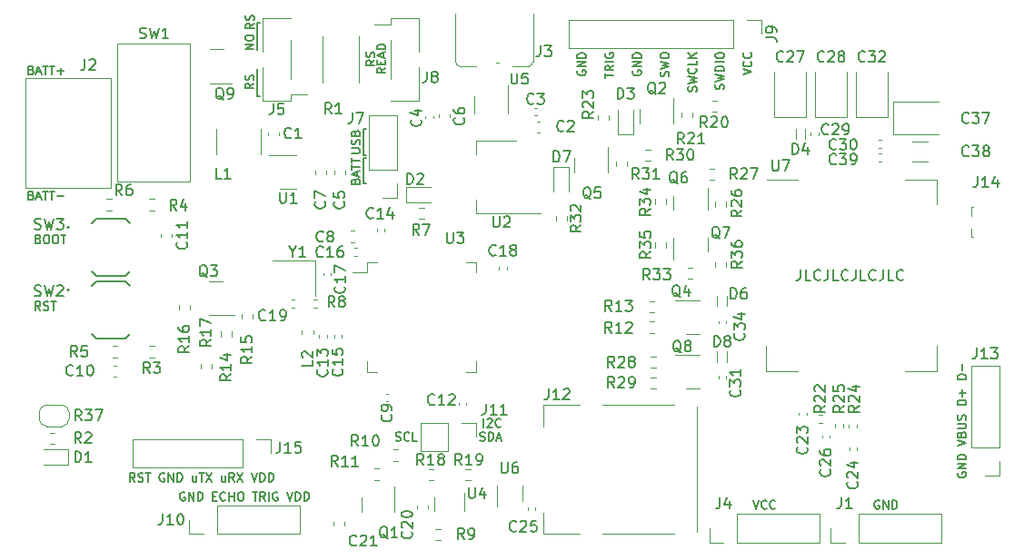
<source format=gbr>
%TF.GenerationSoftware,KiCad,Pcbnew,(6.0.0)*%
%TF.CreationDate,2023-11-18T00:08:50-03:00*%
%TF.ProjectId,LevelSensor_v2.0,4c657665-6c53-4656-9e73-6f725f76322e,rev?*%
%TF.SameCoordinates,Original*%
%TF.FileFunction,Legend,Top*%
%TF.FilePolarity,Positive*%
%FSLAX46Y46*%
G04 Gerber Fmt 4.6, Leading zero omitted, Abs format (unit mm)*
G04 Created by KiCad (PCBNEW (6.0.0)) date 2023-11-18 00:08:50*
%MOMM*%
%LPD*%
G01*
G04 APERTURE LIST*
%ADD10C,0.150000*%
%ADD11C,0.010000*%
%ADD12C,0.130000*%
%ADD13C,0.120000*%
%ADD14C,0.127000*%
%ADD15C,0.200000*%
G04 APERTURE END LIST*
D10*
X143261000Y-57627600D02*
X143261000Y-60167600D01*
X143464200Y-64485600D02*
X143261000Y-64485600D01*
X143261000Y-61945600D02*
X143261000Y-64485600D01*
X153132600Y-70231000D02*
X153386600Y-70231000D01*
X143464200Y-57627600D02*
X143261000Y-57627600D01*
X153132600Y-72644000D02*
X153132600Y-70231000D01*
X153132600Y-69977000D02*
X153386600Y-69977000D01*
X153132600Y-69977000D02*
X153132600Y-67564000D01*
X153132600Y-67564000D02*
X153386600Y-67564000D01*
X153132600Y-72644000D02*
X153386600Y-72644000D01*
D11*
X165778180Y-61389260D02*
X165529260Y-61389260D01*
D12*
X142906704Y-63277733D02*
X142525752Y-63544400D01*
X142906704Y-63734876D02*
X142106704Y-63734876D01*
X142106704Y-63430114D01*
X142144800Y-63353923D01*
X142182895Y-63315828D01*
X142259085Y-63277733D01*
X142373371Y-63277733D01*
X142449561Y-63315828D01*
X142487657Y-63353923D01*
X142525752Y-63430114D01*
X142525752Y-63734876D01*
X142868609Y-62972971D02*
X142906704Y-62858685D01*
X142906704Y-62668209D01*
X142868609Y-62592019D01*
X142830514Y-62553923D01*
X142754323Y-62515828D01*
X142678133Y-62515828D01*
X142601942Y-62553923D01*
X142563847Y-62592019D01*
X142525752Y-62668209D01*
X142487657Y-62820590D01*
X142449561Y-62896780D01*
X142411466Y-62934876D01*
X142335276Y-62972971D01*
X142259085Y-62972971D01*
X142182895Y-62934876D01*
X142144800Y-62896780D01*
X142106704Y-62820590D01*
X142106704Y-62630114D01*
X142144800Y-62515828D01*
X173101000Y-62111071D02*
X173062904Y-62187261D01*
X173062904Y-62301547D01*
X173101000Y-62415833D01*
X173177190Y-62492023D01*
X173253380Y-62530119D01*
X173405761Y-62568214D01*
X173520047Y-62568214D01*
X173672428Y-62530119D01*
X173748619Y-62492023D01*
X173824809Y-62415833D01*
X173862904Y-62301547D01*
X173862904Y-62225357D01*
X173824809Y-62111071D01*
X173786714Y-62072976D01*
X173520047Y-62072976D01*
X173520047Y-62225357D01*
X173862904Y-61730119D02*
X173062904Y-61730119D01*
X173862904Y-61272976D01*
X173062904Y-61272976D01*
X173862904Y-60892023D02*
X173062904Y-60892023D01*
X173062904Y-60701547D01*
X173101000Y-60587261D01*
X173177190Y-60511071D01*
X173253380Y-60472976D01*
X173405761Y-60434880D01*
X173520047Y-60434880D01*
X173672428Y-60472976D01*
X173748619Y-60511071D01*
X173824809Y-60587261D01*
X173862904Y-60701547D01*
X173862904Y-60892023D01*
X175638904Y-62796785D02*
X175638904Y-62339642D01*
X176438904Y-62568214D02*
X175638904Y-62568214D01*
X176438904Y-61615833D02*
X176057952Y-61882500D01*
X176438904Y-62072976D02*
X175638904Y-62072976D01*
X175638904Y-61768214D01*
X175677000Y-61692023D01*
X175715095Y-61653928D01*
X175791285Y-61615833D01*
X175905571Y-61615833D01*
X175981761Y-61653928D01*
X176019857Y-61692023D01*
X176057952Y-61768214D01*
X176057952Y-62072976D01*
X176438904Y-61272976D02*
X175638904Y-61272976D01*
X175677000Y-60472976D02*
X175638904Y-60549166D01*
X175638904Y-60663452D01*
X175677000Y-60777738D01*
X175753190Y-60853928D01*
X175829380Y-60892023D01*
X175981761Y-60930119D01*
X176096047Y-60930119D01*
X176248428Y-60892023D01*
X176324619Y-60853928D01*
X176400809Y-60777738D01*
X176438904Y-60663452D01*
X176438904Y-60587261D01*
X176400809Y-60472976D01*
X176362714Y-60434880D01*
X176096047Y-60434880D01*
X176096047Y-60587261D01*
X178253000Y-62111071D02*
X178214904Y-62187261D01*
X178214904Y-62301547D01*
X178253000Y-62415833D01*
X178329190Y-62492023D01*
X178405380Y-62530119D01*
X178557761Y-62568214D01*
X178672047Y-62568214D01*
X178824428Y-62530119D01*
X178900619Y-62492023D01*
X178976809Y-62415833D01*
X179014904Y-62301547D01*
X179014904Y-62225357D01*
X178976809Y-62111071D01*
X178938714Y-62072976D01*
X178672047Y-62072976D01*
X178672047Y-62225357D01*
X179014904Y-61730119D02*
X178214904Y-61730119D01*
X179014904Y-61272976D01*
X178214904Y-61272976D01*
X179014904Y-60892023D02*
X178214904Y-60892023D01*
X178214904Y-60701547D01*
X178253000Y-60587261D01*
X178329190Y-60511071D01*
X178405380Y-60472976D01*
X178557761Y-60434880D01*
X178672047Y-60434880D01*
X178824428Y-60472976D01*
X178900619Y-60511071D01*
X178976809Y-60587261D01*
X179014904Y-60701547D01*
X179014904Y-60892023D01*
X181552809Y-62644404D02*
X181590904Y-62530119D01*
X181590904Y-62339642D01*
X181552809Y-62263452D01*
X181514714Y-62225357D01*
X181438523Y-62187261D01*
X181362333Y-62187261D01*
X181286142Y-62225357D01*
X181248047Y-62263452D01*
X181209952Y-62339642D01*
X181171857Y-62492023D01*
X181133761Y-62568214D01*
X181095666Y-62606309D01*
X181019476Y-62644404D01*
X180943285Y-62644404D01*
X180867095Y-62606309D01*
X180829000Y-62568214D01*
X180790904Y-62492023D01*
X180790904Y-62301547D01*
X180829000Y-62187261D01*
X180790904Y-61920595D02*
X181590904Y-61730119D01*
X181019476Y-61577738D01*
X181590904Y-61425357D01*
X180790904Y-61234880D01*
X180790904Y-60777738D02*
X180790904Y-60625357D01*
X180829000Y-60549166D01*
X180905190Y-60472976D01*
X181057571Y-60434880D01*
X181324238Y-60434880D01*
X181476619Y-60472976D01*
X181552809Y-60549166D01*
X181590904Y-60625357D01*
X181590904Y-60777738D01*
X181552809Y-60853928D01*
X181476619Y-60930119D01*
X181324238Y-60968214D01*
X181057571Y-60968214D01*
X180905190Y-60930119D01*
X180829000Y-60853928D01*
X180790904Y-60777738D01*
X184128809Y-64053928D02*
X184166904Y-63939642D01*
X184166904Y-63749166D01*
X184128809Y-63672976D01*
X184090714Y-63634880D01*
X184014523Y-63596785D01*
X183938333Y-63596785D01*
X183862142Y-63634880D01*
X183824047Y-63672976D01*
X183785952Y-63749166D01*
X183747857Y-63901547D01*
X183709761Y-63977738D01*
X183671666Y-64015833D01*
X183595476Y-64053928D01*
X183519285Y-64053928D01*
X183443095Y-64015833D01*
X183405000Y-63977738D01*
X183366904Y-63901547D01*
X183366904Y-63711071D01*
X183405000Y-63596785D01*
X183366904Y-63330119D02*
X184166904Y-63139642D01*
X183595476Y-62987261D01*
X184166904Y-62834880D01*
X183366904Y-62644404D01*
X184090714Y-61882500D02*
X184128809Y-61920595D01*
X184166904Y-62034880D01*
X184166904Y-62111071D01*
X184128809Y-62225357D01*
X184052619Y-62301547D01*
X183976428Y-62339642D01*
X183824047Y-62377738D01*
X183709761Y-62377738D01*
X183557380Y-62339642D01*
X183481190Y-62301547D01*
X183405000Y-62225357D01*
X183366904Y-62111071D01*
X183366904Y-62034880D01*
X183405000Y-61920595D01*
X183443095Y-61882500D01*
X184166904Y-61158690D02*
X184166904Y-61539642D01*
X183366904Y-61539642D01*
X184166904Y-60892023D02*
X183366904Y-60892023D01*
X184166904Y-60434880D02*
X183709761Y-60777738D01*
X183366904Y-60434880D02*
X183824047Y-60892023D01*
X186704809Y-63825357D02*
X186742904Y-63711071D01*
X186742904Y-63520595D01*
X186704809Y-63444404D01*
X186666714Y-63406309D01*
X186590523Y-63368214D01*
X186514333Y-63368214D01*
X186438142Y-63406309D01*
X186400047Y-63444404D01*
X186361952Y-63520595D01*
X186323857Y-63672976D01*
X186285761Y-63749166D01*
X186247666Y-63787261D01*
X186171476Y-63825357D01*
X186095285Y-63825357D01*
X186019095Y-63787261D01*
X185981000Y-63749166D01*
X185942904Y-63672976D01*
X185942904Y-63482500D01*
X185981000Y-63368214D01*
X185942904Y-63101547D02*
X186742904Y-62911071D01*
X186171476Y-62758690D01*
X186742904Y-62606309D01*
X185942904Y-62415833D01*
X186742904Y-62111071D02*
X185942904Y-62111071D01*
X185942904Y-61920595D01*
X185981000Y-61806309D01*
X186057190Y-61730119D01*
X186133380Y-61692023D01*
X186285761Y-61653928D01*
X186400047Y-61653928D01*
X186552428Y-61692023D01*
X186628619Y-61730119D01*
X186704809Y-61806309D01*
X186742904Y-61920595D01*
X186742904Y-62111071D01*
X186742904Y-61311071D02*
X185942904Y-61311071D01*
X185942904Y-60777738D02*
X185942904Y-60625357D01*
X185981000Y-60549166D01*
X186057190Y-60472976D01*
X186209571Y-60434880D01*
X186476238Y-60434880D01*
X186628619Y-60472976D01*
X186704809Y-60549166D01*
X186742904Y-60625357D01*
X186742904Y-60777738D01*
X186704809Y-60853928D01*
X186628619Y-60930119D01*
X186476238Y-60968214D01*
X186209571Y-60968214D01*
X186057190Y-60930119D01*
X185981000Y-60853928D01*
X185942904Y-60777738D01*
X188518904Y-62492023D02*
X189318904Y-62225357D01*
X188518904Y-61958690D01*
X189242714Y-61234880D02*
X189280809Y-61272976D01*
X189318904Y-61387261D01*
X189318904Y-61463452D01*
X189280809Y-61577738D01*
X189204619Y-61653928D01*
X189128428Y-61692023D01*
X188976047Y-61730119D01*
X188861761Y-61730119D01*
X188709380Y-61692023D01*
X188633190Y-61653928D01*
X188557000Y-61577738D01*
X188518904Y-61463452D01*
X188518904Y-61387261D01*
X188557000Y-61272976D01*
X188595095Y-61234880D01*
X189242714Y-60434880D02*
X189280809Y-60472976D01*
X189318904Y-60587261D01*
X189318904Y-60663452D01*
X189280809Y-60777738D01*
X189204619Y-60853928D01*
X189128428Y-60892023D01*
X188976047Y-60930119D01*
X188861761Y-60930119D01*
X188709380Y-60892023D01*
X188633190Y-60853928D01*
X188557000Y-60777738D01*
X188518904Y-60663452D01*
X188518904Y-60587261D01*
X188557000Y-60472976D01*
X188595095Y-60434880D01*
X131839476Y-100437904D02*
X131572809Y-100056952D01*
X131382333Y-100437904D02*
X131382333Y-99637904D01*
X131687095Y-99637904D01*
X131763285Y-99676000D01*
X131801380Y-99714095D01*
X131839476Y-99790285D01*
X131839476Y-99904571D01*
X131801380Y-99980761D01*
X131763285Y-100018857D01*
X131687095Y-100056952D01*
X131382333Y-100056952D01*
X132144238Y-100399809D02*
X132258523Y-100437904D01*
X132448999Y-100437904D01*
X132525190Y-100399809D01*
X132563285Y-100361714D01*
X132601380Y-100285523D01*
X132601380Y-100209333D01*
X132563285Y-100133142D01*
X132525190Y-100095047D01*
X132448999Y-100056952D01*
X132296619Y-100018857D01*
X132220428Y-99980761D01*
X132182333Y-99942666D01*
X132144238Y-99866476D01*
X132144238Y-99790285D01*
X132182333Y-99714095D01*
X132220428Y-99676000D01*
X132296619Y-99637904D01*
X132487095Y-99637904D01*
X132601380Y-99676000D01*
X132829952Y-99637904D02*
X133287095Y-99637904D01*
X133058523Y-100437904D02*
X133058523Y-99637904D01*
X134582333Y-99676000D02*
X134506142Y-99637904D01*
X134391857Y-99637904D01*
X134277571Y-99676000D01*
X134201380Y-99752190D01*
X134163285Y-99828380D01*
X134125190Y-99980761D01*
X134125190Y-100095047D01*
X134163285Y-100247428D01*
X134201380Y-100323619D01*
X134277571Y-100399809D01*
X134391857Y-100437904D01*
X134468047Y-100437904D01*
X134582333Y-100399809D01*
X134620428Y-100361714D01*
X134620428Y-100095047D01*
X134468047Y-100095047D01*
X134963285Y-100437904D02*
X134963285Y-99637904D01*
X135420428Y-100437904D01*
X135420428Y-99637904D01*
X135801380Y-100437904D02*
X135801380Y-99637904D01*
X135991857Y-99637904D01*
X136106142Y-99676000D01*
X136182333Y-99752190D01*
X136220428Y-99828380D01*
X136258523Y-99980761D01*
X136258523Y-100095047D01*
X136220428Y-100247428D01*
X136182333Y-100323619D01*
X136106142Y-100399809D01*
X135991857Y-100437904D01*
X135801380Y-100437904D01*
X137553761Y-99904571D02*
X137553761Y-100437904D01*
X137210904Y-99904571D02*
X137210904Y-100323619D01*
X137249000Y-100399809D01*
X137325190Y-100437904D01*
X137439476Y-100437904D01*
X137515666Y-100399809D01*
X137553761Y-100361714D01*
X137820428Y-99637904D02*
X138277571Y-99637904D01*
X138049000Y-100437904D02*
X138049000Y-99637904D01*
X138468047Y-99637904D02*
X139001380Y-100437904D01*
X139001380Y-99637904D02*
X138468047Y-100437904D01*
X140258523Y-99904571D02*
X140258523Y-100437904D01*
X139915666Y-99904571D02*
X139915666Y-100323619D01*
X139953761Y-100399809D01*
X140029952Y-100437904D01*
X140144238Y-100437904D01*
X140220428Y-100399809D01*
X140258523Y-100361714D01*
X141096619Y-100437904D02*
X140829952Y-100056952D01*
X140639476Y-100437904D02*
X140639476Y-99637904D01*
X140944238Y-99637904D01*
X141020428Y-99676000D01*
X141058523Y-99714095D01*
X141096619Y-99790285D01*
X141096619Y-99904571D01*
X141058523Y-99980761D01*
X141020428Y-100018857D01*
X140944238Y-100056952D01*
X140639476Y-100056952D01*
X141363285Y-99637904D02*
X141896619Y-100437904D01*
X141896619Y-99637904D02*
X141363285Y-100437904D01*
X142696619Y-99637904D02*
X142963285Y-100437904D01*
X143229952Y-99637904D01*
X143496619Y-100437904D02*
X143496619Y-99637904D01*
X143687095Y-99637904D01*
X143801380Y-99676000D01*
X143877571Y-99752190D01*
X143915666Y-99828380D01*
X143953761Y-99980761D01*
X143953761Y-100095047D01*
X143915666Y-100247428D01*
X143877571Y-100323619D01*
X143801380Y-100399809D01*
X143687095Y-100437904D01*
X143496619Y-100437904D01*
X144296619Y-100437904D02*
X144296619Y-99637904D01*
X144487095Y-99637904D01*
X144601380Y-99676000D01*
X144677571Y-99752190D01*
X144715666Y-99828380D01*
X144753761Y-99980761D01*
X144753761Y-100095047D01*
X144715666Y-100247428D01*
X144677571Y-100323619D01*
X144601380Y-100399809D01*
X144487095Y-100437904D01*
X144296619Y-100437904D01*
X201193476Y-102216000D02*
X201117285Y-102177904D01*
X201003000Y-102177904D01*
X200888714Y-102216000D01*
X200812523Y-102292190D01*
X200774428Y-102368380D01*
X200736333Y-102520761D01*
X200736333Y-102635047D01*
X200774428Y-102787428D01*
X200812523Y-102863619D01*
X200888714Y-102939809D01*
X201003000Y-102977904D01*
X201079190Y-102977904D01*
X201193476Y-102939809D01*
X201231571Y-102901714D01*
X201231571Y-102635047D01*
X201079190Y-102635047D01*
X201574428Y-102977904D02*
X201574428Y-102177904D01*
X202031571Y-102977904D01*
X202031571Y-102177904D01*
X202412523Y-102977904D02*
X202412523Y-102177904D01*
X202603000Y-102177904D01*
X202717285Y-102216000D01*
X202793476Y-102292190D01*
X202831571Y-102368380D01*
X202869666Y-102520761D01*
X202869666Y-102635047D01*
X202831571Y-102787428D01*
X202793476Y-102863619D01*
X202717285Y-102939809D01*
X202603000Y-102977904D01*
X202412523Y-102977904D01*
X154184304Y-61144133D02*
X153803352Y-61410800D01*
X154184304Y-61601276D02*
X153384304Y-61601276D01*
X153384304Y-61296514D01*
X153422400Y-61220323D01*
X153460495Y-61182228D01*
X153536685Y-61144133D01*
X153650971Y-61144133D01*
X153727161Y-61182228D01*
X153765257Y-61220323D01*
X153803352Y-61296514D01*
X153803352Y-61601276D01*
X154146209Y-60839371D02*
X154184304Y-60725085D01*
X154184304Y-60534609D01*
X154146209Y-60458419D01*
X154108114Y-60420323D01*
X154031923Y-60382228D01*
X153955733Y-60382228D01*
X153879542Y-60420323D01*
X153841447Y-60458419D01*
X153803352Y-60534609D01*
X153765257Y-60686990D01*
X153727161Y-60763180D01*
X153689066Y-60801276D01*
X153612876Y-60839371D01*
X153536685Y-60839371D01*
X153460495Y-60801276D01*
X153422400Y-60763180D01*
X153384304Y-60686990D01*
X153384304Y-60496514D01*
X153422400Y-60382228D01*
X122180523Y-62045857D02*
X122294809Y-62083952D01*
X122332904Y-62122047D01*
X122371000Y-62198238D01*
X122371000Y-62312523D01*
X122332904Y-62388714D01*
X122294809Y-62426809D01*
X122218619Y-62464904D01*
X121913857Y-62464904D01*
X121913857Y-61664904D01*
X122180523Y-61664904D01*
X122256714Y-61703000D01*
X122294809Y-61741095D01*
X122332904Y-61817285D01*
X122332904Y-61893476D01*
X122294809Y-61969666D01*
X122256714Y-62007761D01*
X122180523Y-62045857D01*
X121913857Y-62045857D01*
X122675761Y-62236333D02*
X123056714Y-62236333D01*
X122599571Y-62464904D02*
X122866238Y-61664904D01*
X123132904Y-62464904D01*
X123285285Y-61664904D02*
X123742428Y-61664904D01*
X123513857Y-62464904D02*
X123513857Y-61664904D01*
X123894809Y-61664904D02*
X124351952Y-61664904D01*
X124123380Y-62464904D02*
X124123380Y-61664904D01*
X124618619Y-62160142D02*
X125228142Y-62160142D01*
X124923380Y-62464904D02*
X124923380Y-61855380D01*
X142952504Y-57689733D02*
X142571552Y-57956400D01*
X142952504Y-58146876D02*
X142152504Y-58146876D01*
X142152504Y-57842114D01*
X142190600Y-57765923D01*
X142228695Y-57727828D01*
X142304885Y-57689733D01*
X142419171Y-57689733D01*
X142495361Y-57727828D01*
X142533457Y-57765923D01*
X142571552Y-57842114D01*
X142571552Y-58146876D01*
X142914409Y-57384971D02*
X142952504Y-57270685D01*
X142952504Y-57080209D01*
X142914409Y-57004019D01*
X142876314Y-56965923D01*
X142800123Y-56927828D01*
X142723933Y-56927828D01*
X142647742Y-56965923D01*
X142609647Y-57004019D01*
X142571552Y-57080209D01*
X142533457Y-57232590D01*
X142495361Y-57308780D01*
X142457266Y-57346876D01*
X142381076Y-57384971D01*
X142304885Y-57384971D01*
X142228695Y-57346876D01*
X142190600Y-57308780D01*
X142152504Y-57232590D01*
X142152504Y-57042114D01*
X142190600Y-56927828D01*
X164001571Y-96589809D02*
X164115857Y-96627904D01*
X164306333Y-96627904D01*
X164382523Y-96589809D01*
X164420619Y-96551714D01*
X164458714Y-96475523D01*
X164458714Y-96399333D01*
X164420619Y-96323142D01*
X164382523Y-96285047D01*
X164306333Y-96246952D01*
X164153952Y-96208857D01*
X164077761Y-96170761D01*
X164039666Y-96132666D01*
X164001571Y-96056476D01*
X164001571Y-95980285D01*
X164039666Y-95904095D01*
X164077761Y-95866000D01*
X164153952Y-95827904D01*
X164344428Y-95827904D01*
X164458714Y-95866000D01*
X164801571Y-96627904D02*
X164801571Y-95827904D01*
X164992047Y-95827904D01*
X165106333Y-95866000D01*
X165182523Y-95942190D01*
X165220619Y-96018380D01*
X165258714Y-96170761D01*
X165258714Y-96285047D01*
X165220619Y-96437428D01*
X165182523Y-96513619D01*
X165106333Y-96589809D01*
X164992047Y-96627904D01*
X164801571Y-96627904D01*
X165563476Y-96399333D02*
X165944428Y-96399333D01*
X165487285Y-96627904D02*
X165753952Y-95827904D01*
X166020619Y-96627904D01*
X136472355Y-101454000D02*
X136396164Y-101415904D01*
X136281879Y-101415904D01*
X136167593Y-101454000D01*
X136091402Y-101530190D01*
X136053307Y-101606380D01*
X136015212Y-101758761D01*
X136015212Y-101873047D01*
X136053307Y-102025428D01*
X136091402Y-102101619D01*
X136167593Y-102177809D01*
X136281879Y-102215904D01*
X136358069Y-102215904D01*
X136472355Y-102177809D01*
X136510450Y-102139714D01*
X136510450Y-101873047D01*
X136358069Y-101873047D01*
X136853307Y-102215904D02*
X136853307Y-101415904D01*
X137310450Y-102215904D01*
X137310450Y-101415904D01*
X137691402Y-102215904D02*
X137691402Y-101415904D01*
X137881879Y-101415904D01*
X137996164Y-101454000D01*
X138072355Y-101530190D01*
X138110450Y-101606380D01*
X138148545Y-101758761D01*
X138148545Y-101873047D01*
X138110450Y-102025428D01*
X138072355Y-102101619D01*
X137996164Y-102177809D01*
X137881879Y-102215904D01*
X137691402Y-102215904D01*
X139100926Y-101796857D02*
X139367593Y-101796857D01*
X139481879Y-102215904D02*
X139100926Y-102215904D01*
X139100926Y-101415904D01*
X139481879Y-101415904D01*
X140281879Y-102139714D02*
X140243783Y-102177809D01*
X140129498Y-102215904D01*
X140053307Y-102215904D01*
X139939021Y-102177809D01*
X139862831Y-102101619D01*
X139824736Y-102025428D01*
X139786640Y-101873047D01*
X139786640Y-101758761D01*
X139824736Y-101606380D01*
X139862831Y-101530190D01*
X139939021Y-101454000D01*
X140053307Y-101415904D01*
X140129498Y-101415904D01*
X140243783Y-101454000D01*
X140281879Y-101492095D01*
X140624736Y-102215904D02*
X140624736Y-101415904D01*
X140624736Y-101796857D02*
X141081879Y-101796857D01*
X141081879Y-102215904D02*
X141081879Y-101415904D01*
X141615212Y-101415904D02*
X141767593Y-101415904D01*
X141843783Y-101454000D01*
X141919974Y-101530190D01*
X141958069Y-101682571D01*
X141958069Y-101949238D01*
X141919974Y-102101619D01*
X141843783Y-102177809D01*
X141767593Y-102215904D01*
X141615212Y-102215904D01*
X141539021Y-102177809D01*
X141462831Y-102101619D01*
X141424736Y-101949238D01*
X141424736Y-101682571D01*
X141462831Y-101530190D01*
X141539021Y-101454000D01*
X141615212Y-101415904D01*
X142796164Y-101415904D02*
X143253307Y-101415904D01*
X143024736Y-102215904D02*
X143024736Y-101415904D01*
X143977117Y-102215904D02*
X143710450Y-101834952D01*
X143519974Y-102215904D02*
X143519974Y-101415904D01*
X143824736Y-101415904D01*
X143900926Y-101454000D01*
X143939021Y-101492095D01*
X143977117Y-101568285D01*
X143977117Y-101682571D01*
X143939021Y-101758761D01*
X143900926Y-101796857D01*
X143824736Y-101834952D01*
X143519974Y-101834952D01*
X144319974Y-102215904D02*
X144319974Y-101415904D01*
X145119974Y-101454000D02*
X145043783Y-101415904D01*
X144929498Y-101415904D01*
X144815212Y-101454000D01*
X144739021Y-101530190D01*
X144700926Y-101606380D01*
X144662831Y-101758761D01*
X144662831Y-101873047D01*
X144700926Y-102025428D01*
X144739021Y-102101619D01*
X144815212Y-102177809D01*
X144929498Y-102215904D01*
X145005688Y-102215904D01*
X145119974Y-102177809D01*
X145158069Y-102139714D01*
X145158069Y-101873047D01*
X145005688Y-101873047D01*
X145996164Y-101415904D02*
X146262831Y-102215904D01*
X146529498Y-101415904D01*
X146796164Y-102215904D02*
X146796164Y-101415904D01*
X146986640Y-101415904D01*
X147100926Y-101454000D01*
X147177117Y-101530190D01*
X147215212Y-101606380D01*
X147253307Y-101758761D01*
X147253307Y-101873047D01*
X147215212Y-102025428D01*
X147177117Y-102101619D01*
X147100926Y-102177809D01*
X146986640Y-102215904D01*
X146796164Y-102215904D01*
X147596164Y-102215904D02*
X147596164Y-101415904D01*
X147786640Y-101415904D01*
X147900926Y-101454000D01*
X147977117Y-101530190D01*
X148015212Y-101606380D01*
X148053307Y-101758761D01*
X148053307Y-101873047D01*
X148015212Y-102025428D01*
X147977117Y-102101619D01*
X147900926Y-102177809D01*
X147786640Y-102215904D01*
X147596164Y-102215904D01*
X164319047Y-95357904D02*
X164319047Y-94557904D01*
X164661904Y-94634095D02*
X164700000Y-94596000D01*
X164776190Y-94557904D01*
X164966666Y-94557904D01*
X165042857Y-94596000D01*
X165080952Y-94634095D01*
X165119047Y-94710285D01*
X165119047Y-94786476D01*
X165080952Y-94900761D01*
X164623809Y-95357904D01*
X165119047Y-95357904D01*
X165919047Y-95281714D02*
X165880952Y-95319809D01*
X165766666Y-95357904D01*
X165690476Y-95357904D01*
X165576190Y-95319809D01*
X165500000Y-95243619D01*
X165461904Y-95167428D01*
X165423809Y-95015047D01*
X165423809Y-94900761D01*
X165461904Y-94748380D01*
X165500000Y-94672190D01*
X165576190Y-94596000D01*
X165690476Y-94557904D01*
X165766666Y-94557904D01*
X165880952Y-94596000D01*
X165919047Y-94634095D01*
D10*
X193856552Y-80681580D02*
X193856552Y-81395866D01*
X193808933Y-81538723D01*
X193713695Y-81633961D01*
X193570838Y-81681580D01*
X193475600Y-81681580D01*
X194808933Y-81681580D02*
X194332742Y-81681580D01*
X194332742Y-80681580D01*
X195713695Y-81586342D02*
X195666076Y-81633961D01*
X195523219Y-81681580D01*
X195427980Y-81681580D01*
X195285123Y-81633961D01*
X195189885Y-81538723D01*
X195142266Y-81443485D01*
X195094647Y-81253009D01*
X195094647Y-81110152D01*
X195142266Y-80919676D01*
X195189885Y-80824438D01*
X195285123Y-80729200D01*
X195427980Y-80681580D01*
X195523219Y-80681580D01*
X195666076Y-80729200D01*
X195713695Y-80776819D01*
X196427980Y-80681580D02*
X196427980Y-81395866D01*
X196380361Y-81538723D01*
X196285123Y-81633961D01*
X196142266Y-81681580D01*
X196047028Y-81681580D01*
X197380361Y-81681580D02*
X196904171Y-81681580D01*
X196904171Y-80681580D01*
X198285123Y-81586342D02*
X198237504Y-81633961D01*
X198094647Y-81681580D01*
X197999409Y-81681580D01*
X197856552Y-81633961D01*
X197761314Y-81538723D01*
X197713695Y-81443485D01*
X197666076Y-81253009D01*
X197666076Y-81110152D01*
X197713695Y-80919676D01*
X197761314Y-80824438D01*
X197856552Y-80729200D01*
X197999409Y-80681580D01*
X198094647Y-80681580D01*
X198237504Y-80729200D01*
X198285123Y-80776819D01*
X198999409Y-80681580D02*
X198999409Y-81395866D01*
X198951790Y-81538723D01*
X198856552Y-81633961D01*
X198713695Y-81681580D01*
X198618457Y-81681580D01*
X199951790Y-81681580D02*
X199475600Y-81681580D01*
X199475600Y-80681580D01*
X200856552Y-81586342D02*
X200808933Y-81633961D01*
X200666076Y-81681580D01*
X200570838Y-81681580D01*
X200427980Y-81633961D01*
X200332742Y-81538723D01*
X200285123Y-81443485D01*
X200237504Y-81253009D01*
X200237504Y-81110152D01*
X200285123Y-80919676D01*
X200332742Y-80824438D01*
X200427980Y-80729200D01*
X200570838Y-80681580D01*
X200666076Y-80681580D01*
X200808933Y-80729200D01*
X200856552Y-80776819D01*
X201570838Y-80681580D02*
X201570838Y-81395866D01*
X201523219Y-81538723D01*
X201427980Y-81633961D01*
X201285123Y-81681580D01*
X201189885Y-81681580D01*
X202523219Y-81681580D02*
X202047028Y-81681580D01*
X202047028Y-80681580D01*
X203427980Y-81586342D02*
X203380361Y-81633961D01*
X203237504Y-81681580D01*
X203142266Y-81681580D01*
X202999409Y-81633961D01*
X202904171Y-81538723D01*
X202856552Y-81443485D01*
X202808933Y-81253009D01*
X202808933Y-81110152D01*
X202856552Y-80919676D01*
X202904171Y-80824438D01*
X202999409Y-80729200D01*
X203142266Y-80681580D01*
X203237504Y-80681580D01*
X203380361Y-80729200D01*
X203427980Y-80776819D01*
D12*
X142906704Y-60109019D02*
X142106704Y-60109019D01*
X142906704Y-59651876D01*
X142106704Y-59651876D01*
X142106704Y-59118542D02*
X142106704Y-58966161D01*
X142144800Y-58889971D01*
X142220990Y-58813780D01*
X142373371Y-58775685D01*
X142640038Y-58775685D01*
X142792419Y-58813780D01*
X142868609Y-58889971D01*
X142906704Y-58966161D01*
X142906704Y-59118542D01*
X142868609Y-59194733D01*
X142792419Y-59270923D01*
X142640038Y-59309019D01*
X142373371Y-59309019D01*
X142220990Y-59270923D01*
X142144800Y-59194733D01*
X142106704Y-59118542D01*
X208515000Y-99599142D02*
X208476904Y-99675333D01*
X208476904Y-99789619D01*
X208515000Y-99903904D01*
X208591190Y-99980095D01*
X208667380Y-100018190D01*
X208819761Y-100056285D01*
X208934047Y-100056285D01*
X209086428Y-100018190D01*
X209162619Y-99980095D01*
X209238809Y-99903904D01*
X209276904Y-99789619D01*
X209276904Y-99713428D01*
X209238809Y-99599142D01*
X209200714Y-99561047D01*
X208934047Y-99561047D01*
X208934047Y-99713428D01*
X209276904Y-99218190D02*
X208476904Y-99218190D01*
X209276904Y-98761047D01*
X208476904Y-98761047D01*
X209276904Y-98380095D02*
X208476904Y-98380095D01*
X208476904Y-98189619D01*
X208515000Y-98075333D01*
X208591190Y-97999142D01*
X208667380Y-97961047D01*
X208819761Y-97922952D01*
X208934047Y-97922952D01*
X209086428Y-97961047D01*
X209162619Y-97999142D01*
X209238809Y-98075333D01*
X209276904Y-98189619D01*
X209276904Y-98380095D01*
X208476904Y-97084857D02*
X209276904Y-96818190D01*
X208476904Y-96551523D01*
X208857857Y-96018190D02*
X208895952Y-95903904D01*
X208934047Y-95865809D01*
X209010238Y-95827714D01*
X209124523Y-95827714D01*
X209200714Y-95865809D01*
X209238809Y-95903904D01*
X209276904Y-95980095D01*
X209276904Y-96284857D01*
X208476904Y-96284857D01*
X208476904Y-96018190D01*
X208515000Y-95942000D01*
X208553095Y-95903904D01*
X208629285Y-95865809D01*
X208705476Y-95865809D01*
X208781666Y-95903904D01*
X208819761Y-95942000D01*
X208857857Y-96018190D01*
X208857857Y-96284857D01*
X208476904Y-95484857D02*
X209124523Y-95484857D01*
X209200714Y-95446761D01*
X209238809Y-95408666D01*
X209276904Y-95332476D01*
X209276904Y-95180095D01*
X209238809Y-95103904D01*
X209200714Y-95065809D01*
X209124523Y-95027714D01*
X208476904Y-95027714D01*
X209238809Y-94684857D02*
X209276904Y-94570571D01*
X209276904Y-94380095D01*
X209238809Y-94303904D01*
X209200714Y-94265809D01*
X209124523Y-94227714D01*
X209048333Y-94227714D01*
X208972142Y-94265809D01*
X208934047Y-94303904D01*
X208895952Y-94380095D01*
X208857857Y-94532476D01*
X208819761Y-94608666D01*
X208781666Y-94646761D01*
X208705476Y-94684857D01*
X208629285Y-94684857D01*
X208553095Y-94646761D01*
X208515000Y-94608666D01*
X208476904Y-94532476D01*
X208476904Y-94342000D01*
X208515000Y-94227714D01*
X209276904Y-93275333D02*
X208476904Y-93275333D01*
X208476904Y-93084857D01*
X208515000Y-92970571D01*
X208591190Y-92894380D01*
X208667380Y-92856285D01*
X208819761Y-92818190D01*
X208934047Y-92818190D01*
X209086428Y-92856285D01*
X209162619Y-92894380D01*
X209238809Y-92970571D01*
X209276904Y-93084857D01*
X209276904Y-93275333D01*
X208972142Y-92475333D02*
X208972142Y-91865809D01*
X209276904Y-92170571D02*
X208667380Y-92170571D01*
X209276904Y-90875333D02*
X208476904Y-90875333D01*
X208476904Y-90684857D01*
X208515000Y-90570571D01*
X208591190Y-90494380D01*
X208667380Y-90456285D01*
X208819761Y-90418190D01*
X208934047Y-90418190D01*
X209086428Y-90456285D01*
X209162619Y-90494380D01*
X209238809Y-90570571D01*
X209276904Y-90684857D01*
X209276904Y-90875333D01*
X208972142Y-90075333D02*
X208972142Y-89465809D01*
X152012704Y-69792723D02*
X152660323Y-69792723D01*
X152736514Y-69754628D01*
X152774609Y-69716533D01*
X152812704Y-69640342D01*
X152812704Y-69487961D01*
X152774609Y-69411771D01*
X152736514Y-69373676D01*
X152660323Y-69335580D01*
X152012704Y-69335580D01*
X152774609Y-68992723D02*
X152812704Y-68878438D01*
X152812704Y-68687961D01*
X152774609Y-68611771D01*
X152736514Y-68573676D01*
X152660323Y-68535580D01*
X152584133Y-68535580D01*
X152507942Y-68573676D01*
X152469847Y-68611771D01*
X152431752Y-68687961D01*
X152393657Y-68840342D01*
X152355561Y-68916533D01*
X152317466Y-68954628D01*
X152241276Y-68992723D01*
X152165085Y-68992723D01*
X152088895Y-68954628D01*
X152050800Y-68916533D01*
X152012704Y-68840342D01*
X152012704Y-68649866D01*
X152050800Y-68535580D01*
X152393657Y-67926057D02*
X152431752Y-67811771D01*
X152469847Y-67773676D01*
X152546038Y-67735580D01*
X152660323Y-67735580D01*
X152736514Y-67773676D01*
X152774609Y-67811771D01*
X152812704Y-67887961D01*
X152812704Y-68192723D01*
X152012704Y-68192723D01*
X152012704Y-67926057D01*
X152050800Y-67849866D01*
X152088895Y-67811771D01*
X152165085Y-67773676D01*
X152241276Y-67773676D01*
X152317466Y-67811771D01*
X152355561Y-67849866D01*
X152393657Y-67926057D01*
X152393657Y-68192723D01*
X122842642Y-77793857D02*
X122956928Y-77831952D01*
X122995023Y-77870047D01*
X123033119Y-77946238D01*
X123033119Y-78060523D01*
X122995023Y-78136714D01*
X122956928Y-78174809D01*
X122880738Y-78212904D01*
X122575976Y-78212904D01*
X122575976Y-77412904D01*
X122842642Y-77412904D01*
X122918833Y-77451000D01*
X122956928Y-77489095D01*
X122995023Y-77565285D01*
X122995023Y-77641476D01*
X122956928Y-77717666D01*
X122918833Y-77755761D01*
X122842642Y-77793857D01*
X122575976Y-77793857D01*
X123528357Y-77412904D02*
X123680738Y-77412904D01*
X123756928Y-77451000D01*
X123833119Y-77527190D01*
X123871214Y-77679571D01*
X123871214Y-77946238D01*
X123833119Y-78098619D01*
X123756928Y-78174809D01*
X123680738Y-78212904D01*
X123528357Y-78212904D01*
X123452166Y-78174809D01*
X123375976Y-78098619D01*
X123337880Y-77946238D01*
X123337880Y-77679571D01*
X123375976Y-77527190D01*
X123452166Y-77451000D01*
X123528357Y-77412904D01*
X124366452Y-77412904D02*
X124518833Y-77412904D01*
X124595023Y-77451000D01*
X124671214Y-77527190D01*
X124709309Y-77679571D01*
X124709309Y-77946238D01*
X124671214Y-78098619D01*
X124595023Y-78174809D01*
X124518833Y-78212904D01*
X124366452Y-78212904D01*
X124290261Y-78174809D01*
X124214071Y-78098619D01*
X124175976Y-77946238D01*
X124175976Y-77679571D01*
X124214071Y-77527190D01*
X124290261Y-77451000D01*
X124366452Y-77412904D01*
X124937880Y-77412904D02*
X125395023Y-77412904D01*
X125166452Y-78212904D02*
X125166452Y-77412904D01*
X152393657Y-72421638D02*
X152431752Y-72307352D01*
X152469847Y-72269257D01*
X152546038Y-72231161D01*
X152660323Y-72231161D01*
X152736514Y-72269257D01*
X152774609Y-72307352D01*
X152812704Y-72383542D01*
X152812704Y-72688304D01*
X152012704Y-72688304D01*
X152012704Y-72421638D01*
X152050800Y-72345447D01*
X152088895Y-72307352D01*
X152165085Y-72269257D01*
X152241276Y-72269257D01*
X152317466Y-72307352D01*
X152355561Y-72345447D01*
X152393657Y-72421638D01*
X152393657Y-72688304D01*
X152584133Y-71926400D02*
X152584133Y-71545447D01*
X152812704Y-72002590D02*
X152012704Y-71735923D01*
X152812704Y-71469257D01*
X152012704Y-71316876D02*
X152012704Y-70859733D01*
X152812704Y-71088304D02*
X152012704Y-71088304D01*
X152012704Y-70707352D02*
X152012704Y-70250209D01*
X152812704Y-70478780D02*
X152012704Y-70478780D01*
X189433333Y-102177904D02*
X189700000Y-102977904D01*
X189966666Y-102177904D01*
X190690476Y-102901714D02*
X190652380Y-102939809D01*
X190538095Y-102977904D01*
X190461904Y-102977904D01*
X190347619Y-102939809D01*
X190271428Y-102863619D01*
X190233333Y-102787428D01*
X190195238Y-102635047D01*
X190195238Y-102520761D01*
X190233333Y-102368380D01*
X190271428Y-102292190D01*
X190347619Y-102216000D01*
X190461904Y-102177904D01*
X190538095Y-102177904D01*
X190652380Y-102216000D01*
X190690476Y-102254095D01*
X191490476Y-102901714D02*
X191452380Y-102939809D01*
X191338095Y-102977904D01*
X191261904Y-102977904D01*
X191147619Y-102939809D01*
X191071428Y-102863619D01*
X191033333Y-102787428D01*
X190995238Y-102635047D01*
X190995238Y-102520761D01*
X191033333Y-102368380D01*
X191071428Y-102292190D01*
X191147619Y-102216000D01*
X191261904Y-102177904D01*
X191338095Y-102177904D01*
X191452380Y-102216000D01*
X191490476Y-102254095D01*
X123033119Y-84435904D02*
X122766452Y-84054952D01*
X122575976Y-84435904D02*
X122575976Y-83635904D01*
X122880738Y-83635904D01*
X122956928Y-83674000D01*
X122995023Y-83712095D01*
X123033119Y-83788285D01*
X123033119Y-83902571D01*
X122995023Y-83978761D01*
X122956928Y-84016857D01*
X122880738Y-84054952D01*
X122575976Y-84054952D01*
X123337880Y-84397809D02*
X123452166Y-84435904D01*
X123642642Y-84435904D01*
X123718833Y-84397809D01*
X123756928Y-84359714D01*
X123795023Y-84283523D01*
X123795023Y-84207333D01*
X123756928Y-84131142D01*
X123718833Y-84093047D01*
X123642642Y-84054952D01*
X123490261Y-84016857D01*
X123414071Y-83978761D01*
X123375976Y-83940666D01*
X123337880Y-83864476D01*
X123337880Y-83788285D01*
X123375976Y-83712095D01*
X123414071Y-83674000D01*
X123490261Y-83635904D01*
X123680738Y-83635904D01*
X123795023Y-83674000D01*
X124023595Y-83635904D02*
X124480738Y-83635904D01*
X124252166Y-84435904D02*
X124252166Y-83635904D01*
X156146619Y-96589809D02*
X156260904Y-96627904D01*
X156451380Y-96627904D01*
X156527571Y-96589809D01*
X156565666Y-96551714D01*
X156603761Y-96475523D01*
X156603761Y-96399333D01*
X156565666Y-96323142D01*
X156527571Y-96285047D01*
X156451380Y-96246952D01*
X156299000Y-96208857D01*
X156222809Y-96170761D01*
X156184714Y-96132666D01*
X156146619Y-96056476D01*
X156146619Y-95980285D01*
X156184714Y-95904095D01*
X156222809Y-95866000D01*
X156299000Y-95827904D01*
X156489476Y-95827904D01*
X156603761Y-95866000D01*
X157403761Y-96551714D02*
X157365666Y-96589809D01*
X157251380Y-96627904D01*
X157175190Y-96627904D01*
X157060904Y-96589809D01*
X156984714Y-96513619D01*
X156946619Y-96437428D01*
X156908523Y-96285047D01*
X156908523Y-96170761D01*
X156946619Y-96018380D01*
X156984714Y-95942190D01*
X157060904Y-95866000D01*
X157175190Y-95827904D01*
X157251380Y-95827904D01*
X157365666Y-95866000D01*
X157403761Y-95904095D01*
X158127571Y-96627904D02*
X157746619Y-96627904D01*
X157746619Y-95827904D01*
X155200304Y-61867942D02*
X154819352Y-62134609D01*
X155200304Y-62325085D02*
X154400304Y-62325085D01*
X154400304Y-62020323D01*
X154438400Y-61944133D01*
X154476495Y-61906038D01*
X154552685Y-61867942D01*
X154666971Y-61867942D01*
X154743161Y-61906038D01*
X154781257Y-61944133D01*
X154819352Y-62020323D01*
X154819352Y-62325085D01*
X154781257Y-61525085D02*
X154781257Y-61258419D01*
X155200304Y-61144133D02*
X155200304Y-61525085D01*
X154400304Y-61525085D01*
X154400304Y-61144133D01*
X154971733Y-60839371D02*
X154971733Y-60458419D01*
X155200304Y-60915561D02*
X154400304Y-60648895D01*
X155200304Y-60382228D01*
X155200304Y-60115561D02*
X154400304Y-60115561D01*
X154400304Y-59925085D01*
X154438400Y-59810800D01*
X154514590Y-59734609D01*
X154590780Y-59696514D01*
X154743161Y-59658419D01*
X154857447Y-59658419D01*
X155009828Y-59696514D01*
X155086019Y-59734609D01*
X155162209Y-59810800D01*
X155200304Y-59925085D01*
X155200304Y-60115561D01*
X122180523Y-73729857D02*
X122294809Y-73767952D01*
X122332904Y-73806047D01*
X122371000Y-73882238D01*
X122371000Y-73996523D01*
X122332904Y-74072714D01*
X122294809Y-74110809D01*
X122218619Y-74148904D01*
X121913857Y-74148904D01*
X121913857Y-73348904D01*
X122180523Y-73348904D01*
X122256714Y-73387000D01*
X122294809Y-73425095D01*
X122332904Y-73501285D01*
X122332904Y-73577476D01*
X122294809Y-73653666D01*
X122256714Y-73691761D01*
X122180523Y-73729857D01*
X121913857Y-73729857D01*
X122675761Y-73920333D02*
X123056714Y-73920333D01*
X122599571Y-74148904D02*
X122866238Y-73348904D01*
X123132904Y-74148904D01*
X123285285Y-73348904D02*
X123742428Y-73348904D01*
X123513857Y-74148904D02*
X123513857Y-73348904D01*
X123894809Y-73348904D02*
X124351952Y-73348904D01*
X124123380Y-74148904D02*
X124123380Y-73348904D01*
X124618619Y-73844142D02*
X125228142Y-73844142D01*
D10*
%TO.C,Q9*%
X140112761Y-64809619D02*
X140017523Y-64762000D01*
X139922285Y-64666761D01*
X139779428Y-64523904D01*
X139684190Y-64476285D01*
X139588952Y-64476285D01*
X139636571Y-64714380D02*
X139541333Y-64666761D01*
X139446095Y-64571523D01*
X139398476Y-64381047D01*
X139398476Y-64047714D01*
X139446095Y-63857238D01*
X139541333Y-63762000D01*
X139636571Y-63714380D01*
X139827047Y-63714380D01*
X139922285Y-63762000D01*
X140017523Y-63857238D01*
X140065142Y-64047714D01*
X140065142Y-64381047D01*
X140017523Y-64571523D01*
X139922285Y-64666761D01*
X139827047Y-64714380D01*
X139636571Y-64714380D01*
X140541333Y-64714380D02*
X140731809Y-64714380D01*
X140827047Y-64666761D01*
X140874666Y-64619142D01*
X140969904Y-64476285D01*
X141017523Y-64285809D01*
X141017523Y-63904857D01*
X140969904Y-63809619D01*
X140922285Y-63762000D01*
X140827047Y-63714380D01*
X140636571Y-63714380D01*
X140541333Y-63762000D01*
X140493714Y-63809619D01*
X140446095Y-63904857D01*
X140446095Y-64142952D01*
X140493714Y-64238190D01*
X140541333Y-64285809D01*
X140636571Y-64333428D01*
X140827047Y-64333428D01*
X140922285Y-64285809D01*
X140969904Y-64238190D01*
X141017523Y-64142952D01*
%TO.C,D1*%
X126261904Y-98623380D02*
X126261904Y-97623380D01*
X126500000Y-97623380D01*
X126642857Y-97671000D01*
X126738095Y-97766238D01*
X126785714Y-97861476D01*
X126833333Y-98051952D01*
X126833333Y-98194809D01*
X126785714Y-98385285D01*
X126738095Y-98480523D01*
X126642857Y-98575761D01*
X126500000Y-98623380D01*
X126261904Y-98623380D01*
X127785714Y-98623380D02*
X127214285Y-98623380D01*
X127500000Y-98623380D02*
X127500000Y-97623380D01*
X127404761Y-97766238D01*
X127309523Y-97861476D01*
X127214285Y-97909095D01*
%TO.C,D8*%
X185799504Y-87841180D02*
X185799504Y-86841180D01*
X186037600Y-86841180D01*
X186180457Y-86888800D01*
X186275695Y-86984038D01*
X186323314Y-87079276D01*
X186370933Y-87269752D01*
X186370933Y-87412609D01*
X186323314Y-87603085D01*
X186275695Y-87698323D01*
X186180457Y-87793561D01*
X186037600Y-87841180D01*
X185799504Y-87841180D01*
X186942361Y-87269752D02*
X186847123Y-87222133D01*
X186799504Y-87174514D01*
X186751885Y-87079276D01*
X186751885Y-87031657D01*
X186799504Y-86936419D01*
X186847123Y-86888800D01*
X186942361Y-86841180D01*
X187132838Y-86841180D01*
X187228076Y-86888800D01*
X187275695Y-86936419D01*
X187323314Y-87031657D01*
X187323314Y-87079276D01*
X187275695Y-87174514D01*
X187228076Y-87222133D01*
X187132838Y-87269752D01*
X186942361Y-87269752D01*
X186847123Y-87317371D01*
X186799504Y-87364990D01*
X186751885Y-87460228D01*
X186751885Y-87650704D01*
X186799504Y-87745942D01*
X186847123Y-87793561D01*
X186942361Y-87841180D01*
X187132838Y-87841180D01*
X187228076Y-87793561D01*
X187275695Y-87745942D01*
X187323314Y-87650704D01*
X187323314Y-87460228D01*
X187275695Y-87364990D01*
X187228076Y-87317371D01*
X187132838Y-87269752D01*
%TO.C,SW3*%
X122491666Y-76858761D02*
X122634523Y-76906380D01*
X122872619Y-76906380D01*
X122967857Y-76858761D01*
X123015476Y-76811142D01*
X123063095Y-76715904D01*
X123063095Y-76620666D01*
X123015476Y-76525428D01*
X122967857Y-76477809D01*
X122872619Y-76430190D01*
X122682142Y-76382571D01*
X122586904Y-76334952D01*
X122539285Y-76287333D01*
X122491666Y-76192095D01*
X122491666Y-76096857D01*
X122539285Y-76001619D01*
X122586904Y-75954000D01*
X122682142Y-75906380D01*
X122920238Y-75906380D01*
X123063095Y-75954000D01*
X123396428Y-75906380D02*
X123634523Y-76906380D01*
X123825000Y-76192095D01*
X124015476Y-76906380D01*
X124253571Y-75906380D01*
X124539285Y-75906380D02*
X125158333Y-75906380D01*
X124825000Y-76287333D01*
X124967857Y-76287333D01*
X125063095Y-76334952D01*
X125110714Y-76382571D01*
X125158333Y-76477809D01*
X125158333Y-76715904D01*
X125110714Y-76811142D01*
X125063095Y-76858761D01*
X124967857Y-76906380D01*
X124682142Y-76906380D01*
X124586904Y-76858761D01*
X124539285Y-76811142D01*
%TO.C,R9*%
X162520333Y-105811580D02*
X162187000Y-105335390D01*
X161948904Y-105811580D02*
X161948904Y-104811580D01*
X162329857Y-104811580D01*
X162425095Y-104859200D01*
X162472714Y-104906819D01*
X162520333Y-105002057D01*
X162520333Y-105144914D01*
X162472714Y-105240152D01*
X162425095Y-105287771D01*
X162329857Y-105335390D01*
X161948904Y-105335390D01*
X162996523Y-105811580D02*
X163187000Y-105811580D01*
X163282238Y-105763961D01*
X163329857Y-105716342D01*
X163425095Y-105573485D01*
X163472714Y-105383009D01*
X163472714Y-105002057D01*
X163425095Y-104906819D01*
X163377476Y-104859200D01*
X163282238Y-104811580D01*
X163091761Y-104811580D01*
X162996523Y-104859200D01*
X162948904Y-104906819D01*
X162901285Y-105002057D01*
X162901285Y-105240152D01*
X162948904Y-105335390D01*
X162996523Y-105383009D01*
X163091761Y-105430628D01*
X163282238Y-105430628D01*
X163377476Y-105383009D01*
X163425095Y-105335390D01*
X163472714Y-105240152D01*
%TO.C,R32*%
X173400980Y-76512657D02*
X172924790Y-76845990D01*
X173400980Y-77084085D02*
X172400980Y-77084085D01*
X172400980Y-76703133D01*
X172448600Y-76607895D01*
X172496219Y-76560276D01*
X172591457Y-76512657D01*
X172734314Y-76512657D01*
X172829552Y-76560276D01*
X172877171Y-76607895D01*
X172924790Y-76703133D01*
X172924790Y-77084085D01*
X172400980Y-76179323D02*
X172400980Y-75560276D01*
X172781933Y-75893609D01*
X172781933Y-75750752D01*
X172829552Y-75655514D01*
X172877171Y-75607895D01*
X172972409Y-75560276D01*
X173210504Y-75560276D01*
X173305742Y-75607895D01*
X173353361Y-75655514D01*
X173400980Y-75750752D01*
X173400980Y-76036466D01*
X173353361Y-76131704D01*
X173305742Y-76179323D01*
X172496219Y-75179323D02*
X172448600Y-75131704D01*
X172400980Y-75036466D01*
X172400980Y-74798371D01*
X172448600Y-74703133D01*
X172496219Y-74655514D01*
X172591457Y-74607895D01*
X172686695Y-74607895D01*
X172829552Y-74655514D01*
X173400980Y-75226942D01*
X173400980Y-74607895D01*
%TO.C,R11*%
X150741142Y-99004380D02*
X150407809Y-98528190D01*
X150169714Y-99004380D02*
X150169714Y-98004380D01*
X150550666Y-98004380D01*
X150645904Y-98052000D01*
X150693523Y-98099619D01*
X150741142Y-98194857D01*
X150741142Y-98337714D01*
X150693523Y-98432952D01*
X150645904Y-98480571D01*
X150550666Y-98528190D01*
X150169714Y-98528190D01*
X151693523Y-99004380D02*
X151122095Y-99004380D01*
X151407809Y-99004380D02*
X151407809Y-98004380D01*
X151312571Y-98147238D01*
X151217333Y-98242476D01*
X151122095Y-98290095D01*
X152645904Y-99004380D02*
X152074476Y-99004380D01*
X152360190Y-99004380D02*
X152360190Y-98004380D01*
X152264952Y-98147238D01*
X152169714Y-98242476D01*
X152074476Y-98290095D01*
%TO.C,R27*%
X187952142Y-72207380D02*
X187618809Y-71731190D01*
X187380714Y-72207380D02*
X187380714Y-71207380D01*
X187761666Y-71207380D01*
X187856904Y-71255000D01*
X187904523Y-71302619D01*
X187952142Y-71397857D01*
X187952142Y-71540714D01*
X187904523Y-71635952D01*
X187856904Y-71683571D01*
X187761666Y-71731190D01*
X187380714Y-71731190D01*
X188333095Y-71302619D02*
X188380714Y-71255000D01*
X188475952Y-71207380D01*
X188714047Y-71207380D01*
X188809285Y-71255000D01*
X188856904Y-71302619D01*
X188904523Y-71397857D01*
X188904523Y-71493095D01*
X188856904Y-71635952D01*
X188285476Y-72207380D01*
X188904523Y-72207380D01*
X189237857Y-71207380D02*
X189904523Y-71207380D01*
X189475952Y-72207380D01*
%TO.C,Q3*%
X138588761Y-81370419D02*
X138493523Y-81322800D01*
X138398285Y-81227561D01*
X138255428Y-81084704D01*
X138160190Y-81037085D01*
X138064952Y-81037085D01*
X138112571Y-81275180D02*
X138017333Y-81227561D01*
X137922095Y-81132323D01*
X137874476Y-80941847D01*
X137874476Y-80608514D01*
X137922095Y-80418038D01*
X138017333Y-80322800D01*
X138112571Y-80275180D01*
X138303047Y-80275180D01*
X138398285Y-80322800D01*
X138493523Y-80418038D01*
X138541142Y-80608514D01*
X138541142Y-80941847D01*
X138493523Y-81132323D01*
X138398285Y-81227561D01*
X138303047Y-81275180D01*
X138112571Y-81275180D01*
X138874476Y-80275180D02*
X139493523Y-80275180D01*
X139160190Y-80656133D01*
X139303047Y-80656133D01*
X139398285Y-80703752D01*
X139445904Y-80751371D01*
X139493523Y-80846609D01*
X139493523Y-81084704D01*
X139445904Y-81179942D01*
X139398285Y-81227561D01*
X139303047Y-81275180D01*
X139017333Y-81275180D01*
X138922095Y-81227561D01*
X138874476Y-81179942D01*
%TO.C,J2*%
X127174666Y-61047380D02*
X127174666Y-61761666D01*
X127127047Y-61904523D01*
X127031809Y-61999761D01*
X126888952Y-62047380D01*
X126793714Y-62047380D01*
X127603238Y-61142619D02*
X127650857Y-61095000D01*
X127746095Y-61047380D01*
X127984190Y-61047380D01*
X128079428Y-61095000D01*
X128127047Y-61142619D01*
X128174666Y-61237857D01*
X128174666Y-61333095D01*
X128127047Y-61475952D01*
X127555619Y-62047380D01*
X128174666Y-62047380D01*
%TO.C,R25*%
X197937380Y-93352857D02*
X197461190Y-93686190D01*
X197937380Y-93924285D02*
X196937380Y-93924285D01*
X196937380Y-93543333D01*
X196985000Y-93448095D01*
X197032619Y-93400476D01*
X197127857Y-93352857D01*
X197270714Y-93352857D01*
X197365952Y-93400476D01*
X197413571Y-93448095D01*
X197461190Y-93543333D01*
X197461190Y-93924285D01*
X197032619Y-92971904D02*
X196985000Y-92924285D01*
X196937380Y-92829047D01*
X196937380Y-92590952D01*
X196985000Y-92495714D01*
X197032619Y-92448095D01*
X197127857Y-92400476D01*
X197223095Y-92400476D01*
X197365952Y-92448095D01*
X197937380Y-93019523D01*
X197937380Y-92400476D01*
X196937380Y-91495714D02*
X196937380Y-91971904D01*
X197413571Y-92019523D01*
X197365952Y-91971904D01*
X197318333Y-91876666D01*
X197318333Y-91638571D01*
X197365952Y-91543333D01*
X197413571Y-91495714D01*
X197508809Y-91448095D01*
X197746904Y-91448095D01*
X197842142Y-91495714D01*
X197889761Y-91543333D01*
X197937380Y-91638571D01*
X197937380Y-91876666D01*
X197889761Y-91971904D01*
X197842142Y-92019523D01*
%TO.C,R4*%
X135724333Y-75128380D02*
X135391000Y-74652190D01*
X135152904Y-75128380D02*
X135152904Y-74128380D01*
X135533857Y-74128380D01*
X135629095Y-74176000D01*
X135676714Y-74223619D01*
X135724333Y-74318857D01*
X135724333Y-74461714D01*
X135676714Y-74556952D01*
X135629095Y-74604571D01*
X135533857Y-74652190D01*
X135152904Y-74652190D01*
X136581476Y-74461714D02*
X136581476Y-75128380D01*
X136343380Y-74080761D02*
X136105285Y-74795047D01*
X136724333Y-74795047D01*
%TO.C,D2*%
X157199104Y-72689980D02*
X157199104Y-71689980D01*
X157437200Y-71689980D01*
X157580057Y-71737600D01*
X157675295Y-71832838D01*
X157722914Y-71928076D01*
X157770533Y-72118552D01*
X157770533Y-72261409D01*
X157722914Y-72451885D01*
X157675295Y-72547123D01*
X157580057Y-72642361D01*
X157437200Y-72689980D01*
X157199104Y-72689980D01*
X158151485Y-71785219D02*
X158199104Y-71737600D01*
X158294342Y-71689980D01*
X158532438Y-71689980D01*
X158627676Y-71737600D01*
X158675295Y-71785219D01*
X158722914Y-71880457D01*
X158722914Y-71975695D01*
X158675295Y-72118552D01*
X158103866Y-72689980D01*
X158722914Y-72689980D01*
%TO.C,C30*%
X197172342Y-69394342D02*
X197124723Y-69441961D01*
X196981866Y-69489580D01*
X196886628Y-69489580D01*
X196743771Y-69441961D01*
X196648533Y-69346723D01*
X196600914Y-69251485D01*
X196553295Y-69061009D01*
X196553295Y-68918152D01*
X196600914Y-68727676D01*
X196648533Y-68632438D01*
X196743771Y-68537200D01*
X196886628Y-68489580D01*
X196981866Y-68489580D01*
X197124723Y-68537200D01*
X197172342Y-68584819D01*
X197505676Y-68489580D02*
X198124723Y-68489580D01*
X197791390Y-68870533D01*
X197934247Y-68870533D01*
X198029485Y-68918152D01*
X198077104Y-68965771D01*
X198124723Y-69061009D01*
X198124723Y-69299104D01*
X198077104Y-69394342D01*
X198029485Y-69441961D01*
X197934247Y-69489580D01*
X197648533Y-69489580D01*
X197553295Y-69441961D01*
X197505676Y-69394342D01*
X198743771Y-68489580D02*
X198839009Y-68489580D01*
X198934247Y-68537200D01*
X198981866Y-68584819D01*
X199029485Y-68680057D01*
X199077104Y-68870533D01*
X199077104Y-69108628D01*
X199029485Y-69299104D01*
X198981866Y-69394342D01*
X198934247Y-69441961D01*
X198839009Y-69489580D01*
X198743771Y-69489580D01*
X198648533Y-69441961D01*
X198600914Y-69394342D01*
X198553295Y-69299104D01*
X198505676Y-69108628D01*
X198505676Y-68870533D01*
X198553295Y-68680057D01*
X198600914Y-68584819D01*
X198648533Y-68537200D01*
X198743771Y-68489580D01*
%TO.C,J4*%
X186356666Y-101941380D02*
X186356666Y-102655666D01*
X186309047Y-102798523D01*
X186213809Y-102893761D01*
X186070952Y-102941380D01*
X185975714Y-102941380D01*
X187261428Y-102274714D02*
X187261428Y-102941380D01*
X187023333Y-101893761D02*
X186785238Y-102608047D01*
X187404285Y-102608047D01*
%TO.C,R3*%
X133247333Y-90308380D02*
X132914000Y-89832190D01*
X132675904Y-90308380D02*
X132675904Y-89308380D01*
X133056857Y-89308380D01*
X133152095Y-89356000D01*
X133199714Y-89403619D01*
X133247333Y-89498857D01*
X133247333Y-89641714D01*
X133199714Y-89736952D01*
X133152095Y-89784571D01*
X133056857Y-89832190D01*
X132675904Y-89832190D01*
X133580666Y-89308380D02*
X134199714Y-89308380D01*
X133866380Y-89689333D01*
X134009238Y-89689333D01*
X134104476Y-89736952D01*
X134152095Y-89784571D01*
X134199714Y-89879809D01*
X134199714Y-90117904D01*
X134152095Y-90213142D01*
X134104476Y-90260761D01*
X134009238Y-90308380D01*
X133723523Y-90308380D01*
X133628285Y-90260761D01*
X133580666Y-90213142D01*
%TO.C,R18*%
X158742142Y-98877380D02*
X158408809Y-98401190D01*
X158170714Y-98877380D02*
X158170714Y-97877380D01*
X158551666Y-97877380D01*
X158646904Y-97925000D01*
X158694523Y-97972619D01*
X158742142Y-98067857D01*
X158742142Y-98210714D01*
X158694523Y-98305952D01*
X158646904Y-98353571D01*
X158551666Y-98401190D01*
X158170714Y-98401190D01*
X159694523Y-98877380D02*
X159123095Y-98877380D01*
X159408809Y-98877380D02*
X159408809Y-97877380D01*
X159313571Y-98020238D01*
X159218333Y-98115476D01*
X159123095Y-98163095D01*
X160265952Y-98305952D02*
X160170714Y-98258333D01*
X160123095Y-98210714D01*
X160075476Y-98115476D01*
X160075476Y-98067857D01*
X160123095Y-97972619D01*
X160170714Y-97925000D01*
X160265952Y-97877380D01*
X160456428Y-97877380D01*
X160551666Y-97925000D01*
X160599285Y-97972619D01*
X160646904Y-98067857D01*
X160646904Y-98115476D01*
X160599285Y-98210714D01*
X160551666Y-98258333D01*
X160456428Y-98305952D01*
X160265952Y-98305952D01*
X160170714Y-98353571D01*
X160123095Y-98401190D01*
X160075476Y-98496428D01*
X160075476Y-98686904D01*
X160123095Y-98782142D01*
X160170714Y-98829761D01*
X160265952Y-98877380D01*
X160456428Y-98877380D01*
X160551666Y-98829761D01*
X160599285Y-98782142D01*
X160646904Y-98686904D01*
X160646904Y-98496428D01*
X160599285Y-98401190D01*
X160551666Y-98353571D01*
X160456428Y-98305952D01*
%TO.C,J13*%
X210264476Y-87971380D02*
X210264476Y-88685666D01*
X210216857Y-88828523D01*
X210121619Y-88923761D01*
X209978761Y-88971380D01*
X209883523Y-88971380D01*
X211264476Y-88971380D02*
X210693047Y-88971380D01*
X210978761Y-88971380D02*
X210978761Y-87971380D01*
X210883523Y-88114238D01*
X210788285Y-88209476D01*
X210693047Y-88257095D01*
X211597809Y-87971380D02*
X212216857Y-87971380D01*
X211883523Y-88352333D01*
X212026380Y-88352333D01*
X212121619Y-88399952D01*
X212169238Y-88447571D01*
X212216857Y-88542809D01*
X212216857Y-88780904D01*
X212169238Y-88876142D01*
X212121619Y-88923761D01*
X212026380Y-88971380D01*
X211740666Y-88971380D01*
X211645428Y-88923761D01*
X211597809Y-88876142D01*
%TO.C,U3*%
X160909095Y-77176380D02*
X160909095Y-77985904D01*
X160956714Y-78081142D01*
X161004333Y-78128761D01*
X161099571Y-78176380D01*
X161290047Y-78176380D01*
X161385285Y-78128761D01*
X161432904Y-78081142D01*
X161480523Y-77985904D01*
X161480523Y-77176380D01*
X161861476Y-77176380D02*
X162480523Y-77176380D01*
X162147190Y-77557333D01*
X162290047Y-77557333D01*
X162385285Y-77604952D01*
X162432904Y-77652571D01*
X162480523Y-77747809D01*
X162480523Y-77985904D01*
X162432904Y-78081142D01*
X162385285Y-78128761D01*
X162290047Y-78176380D01*
X162004333Y-78176380D01*
X161909095Y-78128761D01*
X161861476Y-78081142D01*
%TO.C,Q4*%
X182657761Y-83224619D02*
X182562523Y-83177000D01*
X182467285Y-83081761D01*
X182324428Y-82938904D01*
X182229190Y-82891285D01*
X182133952Y-82891285D01*
X182181571Y-83129380D02*
X182086333Y-83081761D01*
X181991095Y-82986523D01*
X181943476Y-82796047D01*
X181943476Y-82462714D01*
X181991095Y-82272238D01*
X182086333Y-82177000D01*
X182181571Y-82129380D01*
X182372047Y-82129380D01*
X182467285Y-82177000D01*
X182562523Y-82272238D01*
X182610142Y-82462714D01*
X182610142Y-82796047D01*
X182562523Y-82986523D01*
X182467285Y-83081761D01*
X182372047Y-83129380D01*
X182181571Y-83129380D01*
X183467285Y-82462714D02*
X183467285Y-83129380D01*
X183229190Y-82081761D02*
X182991095Y-82796047D01*
X183610142Y-82796047D01*
%TO.C,R36*%
X188413380Y-79892457D02*
X187937190Y-80225790D01*
X188413380Y-80463885D02*
X187413380Y-80463885D01*
X187413380Y-80082933D01*
X187461000Y-79987695D01*
X187508619Y-79940076D01*
X187603857Y-79892457D01*
X187746714Y-79892457D01*
X187841952Y-79940076D01*
X187889571Y-79987695D01*
X187937190Y-80082933D01*
X187937190Y-80463885D01*
X187413380Y-79559123D02*
X187413380Y-78940076D01*
X187794333Y-79273409D01*
X187794333Y-79130552D01*
X187841952Y-79035314D01*
X187889571Y-78987695D01*
X187984809Y-78940076D01*
X188222904Y-78940076D01*
X188318142Y-78987695D01*
X188365761Y-79035314D01*
X188413380Y-79130552D01*
X188413380Y-79416266D01*
X188365761Y-79511504D01*
X188318142Y-79559123D01*
X187413380Y-78082933D02*
X187413380Y-78273409D01*
X187461000Y-78368647D01*
X187508619Y-78416266D01*
X187651476Y-78511504D01*
X187841952Y-78559123D01*
X188222904Y-78559123D01*
X188318142Y-78511504D01*
X188365761Y-78463885D01*
X188413380Y-78368647D01*
X188413380Y-78178171D01*
X188365761Y-78082933D01*
X188318142Y-78035314D01*
X188222904Y-77987695D01*
X187984809Y-77987695D01*
X187889571Y-78035314D01*
X187841952Y-78082933D01*
X187794333Y-78178171D01*
X187794333Y-78368647D01*
X187841952Y-78463885D01*
X187889571Y-78511504D01*
X187984809Y-78559123D01*
%TO.C,C2*%
X171791333Y-67667142D02*
X171743714Y-67714761D01*
X171600857Y-67762380D01*
X171505619Y-67762380D01*
X171362761Y-67714761D01*
X171267523Y-67619523D01*
X171219904Y-67524285D01*
X171172285Y-67333809D01*
X171172285Y-67190952D01*
X171219904Y-67000476D01*
X171267523Y-66905238D01*
X171362761Y-66810000D01*
X171505619Y-66762380D01*
X171600857Y-66762380D01*
X171743714Y-66810000D01*
X171791333Y-66857619D01*
X172172285Y-66857619D02*
X172219904Y-66810000D01*
X172315142Y-66762380D01*
X172553238Y-66762380D01*
X172648476Y-66810000D01*
X172696095Y-66857619D01*
X172743714Y-66952857D01*
X172743714Y-67048095D01*
X172696095Y-67190952D01*
X172124666Y-67762380D01*
X172743714Y-67762380D01*
%TO.C,J10*%
X134417536Y-103439980D02*
X134417536Y-104154266D01*
X134369917Y-104297123D01*
X134274679Y-104392361D01*
X134131821Y-104439980D01*
X134036583Y-104439980D01*
X135417536Y-104439980D02*
X134846107Y-104439980D01*
X135131821Y-104439980D02*
X135131821Y-103439980D01*
X135036583Y-103582838D01*
X134941345Y-103678076D01*
X134846107Y-103725695D01*
X136036583Y-103439980D02*
X136131821Y-103439980D01*
X136227060Y-103487600D01*
X136274679Y-103535219D01*
X136322298Y-103630457D01*
X136369917Y-103820933D01*
X136369917Y-104059028D01*
X136322298Y-104249504D01*
X136274679Y-104344742D01*
X136227060Y-104392361D01*
X136131821Y-104439980D01*
X136036583Y-104439980D01*
X135941345Y-104392361D01*
X135893726Y-104344742D01*
X135846107Y-104249504D01*
X135798488Y-104059028D01*
X135798488Y-103820933D01*
X135846107Y-103630457D01*
X135893726Y-103535219D01*
X135941345Y-103487600D01*
X136036583Y-103439980D01*
%TO.C,J3*%
X169643466Y-59777380D02*
X169643466Y-60491666D01*
X169595847Y-60634523D01*
X169500609Y-60729761D01*
X169357752Y-60777380D01*
X169262514Y-60777380D01*
X170024419Y-59777380D02*
X170643466Y-59777380D01*
X170310133Y-60158333D01*
X170452990Y-60158333D01*
X170548228Y-60205952D01*
X170595847Y-60253571D01*
X170643466Y-60348809D01*
X170643466Y-60586904D01*
X170595847Y-60682142D01*
X170548228Y-60729761D01*
X170452990Y-60777380D01*
X170167276Y-60777380D01*
X170072038Y-60729761D01*
X170024419Y-60682142D01*
%TO.C,Q2*%
X180371761Y-64301619D02*
X180276523Y-64254000D01*
X180181285Y-64158761D01*
X180038428Y-64015904D01*
X179943190Y-63968285D01*
X179847952Y-63968285D01*
X179895571Y-64206380D02*
X179800333Y-64158761D01*
X179705095Y-64063523D01*
X179657476Y-63873047D01*
X179657476Y-63539714D01*
X179705095Y-63349238D01*
X179800333Y-63254000D01*
X179895571Y-63206380D01*
X180086047Y-63206380D01*
X180181285Y-63254000D01*
X180276523Y-63349238D01*
X180324142Y-63539714D01*
X180324142Y-63873047D01*
X180276523Y-64063523D01*
X180181285Y-64158761D01*
X180086047Y-64206380D01*
X179895571Y-64206380D01*
X180705095Y-63301619D02*
X180752714Y-63254000D01*
X180847952Y-63206380D01*
X181086047Y-63206380D01*
X181181285Y-63254000D01*
X181228904Y-63301619D01*
X181276523Y-63396857D01*
X181276523Y-63492095D01*
X181228904Y-63634952D01*
X180657476Y-64206380D01*
X181276523Y-64206380D01*
%TO.C,J7*%
X152117466Y-66000380D02*
X152117466Y-66714666D01*
X152069847Y-66857523D01*
X151974609Y-66952761D01*
X151831752Y-67000380D01*
X151736514Y-67000380D01*
X152498419Y-66000380D02*
X153165085Y-66000380D01*
X152736514Y-67000380D01*
%TO.C,C31*%
X188187842Y-91884857D02*
X188235461Y-91932476D01*
X188283080Y-92075333D01*
X188283080Y-92170571D01*
X188235461Y-92313428D01*
X188140223Y-92408666D01*
X188044985Y-92456285D01*
X187854509Y-92503904D01*
X187711652Y-92503904D01*
X187521176Y-92456285D01*
X187425938Y-92408666D01*
X187330700Y-92313428D01*
X187283080Y-92170571D01*
X187283080Y-92075333D01*
X187330700Y-91932476D01*
X187378319Y-91884857D01*
X187283080Y-91551523D02*
X187283080Y-90932476D01*
X187664033Y-91265809D01*
X187664033Y-91122952D01*
X187711652Y-91027714D01*
X187759271Y-90980095D01*
X187854509Y-90932476D01*
X188092604Y-90932476D01*
X188187842Y-90980095D01*
X188235461Y-91027714D01*
X188283080Y-91122952D01*
X188283080Y-91408666D01*
X188235461Y-91503904D01*
X188187842Y-91551523D01*
X188283080Y-89980095D02*
X188283080Y-90551523D01*
X188283080Y-90265809D02*
X187283080Y-90265809D01*
X187425938Y-90361047D01*
X187521176Y-90456285D01*
X187568795Y-90551523D01*
%TO.C,C37*%
X209542142Y-66905142D02*
X209494523Y-66952761D01*
X209351666Y-67000380D01*
X209256428Y-67000380D01*
X209113571Y-66952761D01*
X209018333Y-66857523D01*
X208970714Y-66762285D01*
X208923095Y-66571809D01*
X208923095Y-66428952D01*
X208970714Y-66238476D01*
X209018333Y-66143238D01*
X209113571Y-66048000D01*
X209256428Y-66000380D01*
X209351666Y-66000380D01*
X209494523Y-66048000D01*
X209542142Y-66095619D01*
X209875476Y-66000380D02*
X210494523Y-66000380D01*
X210161190Y-66381333D01*
X210304047Y-66381333D01*
X210399285Y-66428952D01*
X210446904Y-66476571D01*
X210494523Y-66571809D01*
X210494523Y-66809904D01*
X210446904Y-66905142D01*
X210399285Y-66952761D01*
X210304047Y-67000380D01*
X210018333Y-67000380D01*
X209923095Y-66952761D01*
X209875476Y-66905142D01*
X210827857Y-66000380D02*
X211494523Y-66000380D01*
X211065952Y-67000380D01*
%TO.C,U1*%
X145344395Y-73442580D02*
X145344395Y-74252104D01*
X145392014Y-74347342D01*
X145439633Y-74394961D01*
X145534871Y-74442580D01*
X145725347Y-74442580D01*
X145820585Y-74394961D01*
X145868204Y-74347342D01*
X145915823Y-74252104D01*
X145915823Y-73442580D01*
X146915823Y-74442580D02*
X146344395Y-74442580D01*
X146630109Y-74442580D02*
X146630109Y-73442580D01*
X146534871Y-73585438D01*
X146439633Y-73680676D01*
X146344395Y-73728295D01*
%TO.C,Q5*%
X174341761Y-74080619D02*
X174246523Y-74033000D01*
X174151285Y-73937761D01*
X174008428Y-73794904D01*
X173913190Y-73747285D01*
X173817952Y-73747285D01*
X173865571Y-73985380D02*
X173770333Y-73937761D01*
X173675095Y-73842523D01*
X173627476Y-73652047D01*
X173627476Y-73318714D01*
X173675095Y-73128238D01*
X173770333Y-73033000D01*
X173865571Y-72985380D01*
X174056047Y-72985380D01*
X174151285Y-73033000D01*
X174246523Y-73128238D01*
X174294142Y-73318714D01*
X174294142Y-73652047D01*
X174246523Y-73842523D01*
X174151285Y-73937761D01*
X174056047Y-73985380D01*
X173865571Y-73985380D01*
X175198904Y-72985380D02*
X174722714Y-72985380D01*
X174675095Y-73461571D01*
X174722714Y-73413952D01*
X174817952Y-73366333D01*
X175056047Y-73366333D01*
X175151285Y-73413952D01*
X175198904Y-73461571D01*
X175246523Y-73556809D01*
X175246523Y-73794904D01*
X175198904Y-73890142D01*
X175151285Y-73937761D01*
X175056047Y-73985380D01*
X174817952Y-73985380D01*
X174722714Y-73937761D01*
X174675095Y-73890142D01*
%TO.C,R22*%
X196159380Y-93352857D02*
X195683190Y-93686190D01*
X196159380Y-93924285D02*
X195159380Y-93924285D01*
X195159380Y-93543333D01*
X195207000Y-93448095D01*
X195254619Y-93400476D01*
X195349857Y-93352857D01*
X195492714Y-93352857D01*
X195587952Y-93400476D01*
X195635571Y-93448095D01*
X195683190Y-93543333D01*
X195683190Y-93924285D01*
X195254619Y-92971904D02*
X195207000Y-92924285D01*
X195159380Y-92829047D01*
X195159380Y-92590952D01*
X195207000Y-92495714D01*
X195254619Y-92448095D01*
X195349857Y-92400476D01*
X195445095Y-92400476D01*
X195587952Y-92448095D01*
X196159380Y-93019523D01*
X196159380Y-92400476D01*
X195254619Y-92019523D02*
X195207000Y-91971904D01*
X195159380Y-91876666D01*
X195159380Y-91638571D01*
X195207000Y-91543333D01*
X195254619Y-91495714D01*
X195349857Y-91448095D01*
X195445095Y-91448095D01*
X195587952Y-91495714D01*
X196159380Y-92067142D01*
X196159380Y-91448095D01*
%TO.C,C20*%
X157583142Y-105113057D02*
X157630761Y-105160676D01*
X157678380Y-105303533D01*
X157678380Y-105398771D01*
X157630761Y-105541628D01*
X157535523Y-105636866D01*
X157440285Y-105684485D01*
X157249809Y-105732104D01*
X157106952Y-105732104D01*
X156916476Y-105684485D01*
X156821238Y-105636866D01*
X156726000Y-105541628D01*
X156678380Y-105398771D01*
X156678380Y-105303533D01*
X156726000Y-105160676D01*
X156773619Y-105113057D01*
X156773619Y-104732104D02*
X156726000Y-104684485D01*
X156678380Y-104589247D01*
X156678380Y-104351152D01*
X156726000Y-104255914D01*
X156773619Y-104208295D01*
X156868857Y-104160676D01*
X156964095Y-104160676D01*
X157106952Y-104208295D01*
X157678380Y-104779723D01*
X157678380Y-104160676D01*
X156678380Y-103541628D02*
X156678380Y-103446390D01*
X156726000Y-103351152D01*
X156773619Y-103303533D01*
X156868857Y-103255914D01*
X157059333Y-103208295D01*
X157297428Y-103208295D01*
X157487904Y-103255914D01*
X157583142Y-103303533D01*
X157630761Y-103351152D01*
X157678380Y-103446390D01*
X157678380Y-103541628D01*
X157630761Y-103636866D01*
X157583142Y-103684485D01*
X157487904Y-103732104D01*
X157297428Y-103779723D01*
X157059333Y-103779723D01*
X156868857Y-103732104D01*
X156773619Y-103684485D01*
X156726000Y-103636866D01*
X156678380Y-103541628D01*
%TO.C,C26*%
X196572142Y-99321857D02*
X196619761Y-99369476D01*
X196667380Y-99512333D01*
X196667380Y-99607571D01*
X196619761Y-99750428D01*
X196524523Y-99845666D01*
X196429285Y-99893285D01*
X196238809Y-99940904D01*
X196095952Y-99940904D01*
X195905476Y-99893285D01*
X195810238Y-99845666D01*
X195715000Y-99750428D01*
X195667380Y-99607571D01*
X195667380Y-99512333D01*
X195715000Y-99369476D01*
X195762619Y-99321857D01*
X195762619Y-98940904D02*
X195715000Y-98893285D01*
X195667380Y-98798047D01*
X195667380Y-98559952D01*
X195715000Y-98464714D01*
X195762619Y-98417095D01*
X195857857Y-98369476D01*
X195953095Y-98369476D01*
X196095952Y-98417095D01*
X196667380Y-98988523D01*
X196667380Y-98369476D01*
X195667380Y-97512333D02*
X195667380Y-97702809D01*
X195715000Y-97798047D01*
X195762619Y-97845666D01*
X195905476Y-97940904D01*
X196095952Y-97988523D01*
X196476904Y-97988523D01*
X196572142Y-97940904D01*
X196619761Y-97893285D01*
X196667380Y-97798047D01*
X196667380Y-97607571D01*
X196619761Y-97512333D01*
X196572142Y-97464714D01*
X196476904Y-97417095D01*
X196238809Y-97417095D01*
X196143571Y-97464714D01*
X196095952Y-97512333D01*
X196048333Y-97607571D01*
X196048333Y-97798047D01*
X196095952Y-97893285D01*
X196143571Y-97940904D01*
X196238809Y-97988523D01*
%TO.C,C7*%
X149505942Y-74334666D02*
X149553561Y-74382285D01*
X149601180Y-74525142D01*
X149601180Y-74620380D01*
X149553561Y-74763238D01*
X149458323Y-74858476D01*
X149363085Y-74906095D01*
X149172609Y-74953714D01*
X149029752Y-74953714D01*
X148839276Y-74906095D01*
X148744038Y-74858476D01*
X148648800Y-74763238D01*
X148601180Y-74620380D01*
X148601180Y-74525142D01*
X148648800Y-74382285D01*
X148696419Y-74334666D01*
X148601180Y-74001333D02*
X148601180Y-73334666D01*
X149601180Y-73763238D01*
%TO.C,C16*%
X149369542Y-79401942D02*
X149321923Y-79449561D01*
X149179066Y-79497180D01*
X149083828Y-79497180D01*
X148940971Y-79449561D01*
X148845733Y-79354323D01*
X148798114Y-79259085D01*
X148750495Y-79068609D01*
X148750495Y-78925752D01*
X148798114Y-78735276D01*
X148845733Y-78640038D01*
X148940971Y-78544800D01*
X149083828Y-78497180D01*
X149179066Y-78497180D01*
X149321923Y-78544800D01*
X149369542Y-78592419D01*
X150321923Y-79497180D02*
X149750495Y-79497180D01*
X150036209Y-79497180D02*
X150036209Y-78497180D01*
X149940971Y-78640038D01*
X149845733Y-78735276D01*
X149750495Y-78782895D01*
X151179066Y-78497180D02*
X150988590Y-78497180D01*
X150893352Y-78544800D01*
X150845733Y-78592419D01*
X150750495Y-78735276D01*
X150702876Y-78925752D01*
X150702876Y-79306704D01*
X150750495Y-79401942D01*
X150798114Y-79449561D01*
X150893352Y-79497180D01*
X151083828Y-79497180D01*
X151179066Y-79449561D01*
X151226685Y-79401942D01*
X151274304Y-79306704D01*
X151274304Y-79068609D01*
X151226685Y-78973371D01*
X151179066Y-78925752D01*
X151083828Y-78878133D01*
X150893352Y-78878133D01*
X150798114Y-78925752D01*
X150750495Y-78973371D01*
X150702876Y-79068609D01*
%TO.C,C21*%
X152468342Y-106338942D02*
X152420723Y-106386561D01*
X152277866Y-106434180D01*
X152182628Y-106434180D01*
X152039771Y-106386561D01*
X151944533Y-106291323D01*
X151896914Y-106196085D01*
X151849295Y-106005609D01*
X151849295Y-105862752D01*
X151896914Y-105672276D01*
X151944533Y-105577038D01*
X152039771Y-105481800D01*
X152182628Y-105434180D01*
X152277866Y-105434180D01*
X152420723Y-105481800D01*
X152468342Y-105529419D01*
X152849295Y-105529419D02*
X152896914Y-105481800D01*
X152992152Y-105434180D01*
X153230247Y-105434180D01*
X153325485Y-105481800D01*
X153373104Y-105529419D01*
X153420723Y-105624657D01*
X153420723Y-105719895D01*
X153373104Y-105862752D01*
X152801676Y-106434180D01*
X153420723Y-106434180D01*
X154373104Y-106434180D02*
X153801676Y-106434180D01*
X154087390Y-106434180D02*
X154087390Y-105434180D01*
X153992152Y-105577038D01*
X153896914Y-105672276D01*
X153801676Y-105719895D01*
%TO.C,C23*%
X194413142Y-97213657D02*
X194460761Y-97261276D01*
X194508380Y-97404133D01*
X194508380Y-97499371D01*
X194460761Y-97642228D01*
X194365523Y-97737466D01*
X194270285Y-97785085D01*
X194079809Y-97832704D01*
X193936952Y-97832704D01*
X193746476Y-97785085D01*
X193651238Y-97737466D01*
X193556000Y-97642228D01*
X193508380Y-97499371D01*
X193508380Y-97404133D01*
X193556000Y-97261276D01*
X193603619Y-97213657D01*
X193603619Y-96832704D02*
X193556000Y-96785085D01*
X193508380Y-96689847D01*
X193508380Y-96451752D01*
X193556000Y-96356514D01*
X193603619Y-96308895D01*
X193698857Y-96261276D01*
X193794095Y-96261276D01*
X193936952Y-96308895D01*
X194508380Y-96880323D01*
X194508380Y-96261276D01*
X193508380Y-95927942D02*
X193508380Y-95308895D01*
X193889333Y-95642228D01*
X193889333Y-95499371D01*
X193936952Y-95404133D01*
X193984571Y-95356514D01*
X194079809Y-95308895D01*
X194317904Y-95308895D01*
X194413142Y-95356514D01*
X194460761Y-95404133D01*
X194508380Y-95499371D01*
X194508380Y-95785085D01*
X194460761Y-95880323D01*
X194413142Y-95927942D01*
%TO.C,C39*%
X197172342Y-70765942D02*
X197124723Y-70813561D01*
X196981866Y-70861180D01*
X196886628Y-70861180D01*
X196743771Y-70813561D01*
X196648533Y-70718323D01*
X196600914Y-70623085D01*
X196553295Y-70432609D01*
X196553295Y-70289752D01*
X196600914Y-70099276D01*
X196648533Y-70004038D01*
X196743771Y-69908800D01*
X196886628Y-69861180D01*
X196981866Y-69861180D01*
X197124723Y-69908800D01*
X197172342Y-69956419D01*
X197505676Y-69861180D02*
X198124723Y-69861180D01*
X197791390Y-70242133D01*
X197934247Y-70242133D01*
X198029485Y-70289752D01*
X198077104Y-70337371D01*
X198124723Y-70432609D01*
X198124723Y-70670704D01*
X198077104Y-70765942D01*
X198029485Y-70813561D01*
X197934247Y-70861180D01*
X197648533Y-70861180D01*
X197553295Y-70813561D01*
X197505676Y-70765942D01*
X198600914Y-70861180D02*
X198791390Y-70861180D01*
X198886628Y-70813561D01*
X198934247Y-70765942D01*
X199029485Y-70623085D01*
X199077104Y-70432609D01*
X199077104Y-70051657D01*
X199029485Y-69956419D01*
X198981866Y-69908800D01*
X198886628Y-69861180D01*
X198696152Y-69861180D01*
X198600914Y-69908800D01*
X198553295Y-69956419D01*
X198505676Y-70051657D01*
X198505676Y-70289752D01*
X198553295Y-70384990D01*
X198600914Y-70432609D01*
X198696152Y-70480228D01*
X198886628Y-70480228D01*
X198981866Y-70432609D01*
X199029485Y-70384990D01*
X199077104Y-70289752D01*
%TO.C,R1*%
X150150533Y-66111380D02*
X149817200Y-65635190D01*
X149579104Y-66111380D02*
X149579104Y-65111380D01*
X149960057Y-65111380D01*
X150055295Y-65159000D01*
X150102914Y-65206619D01*
X150150533Y-65301857D01*
X150150533Y-65444714D01*
X150102914Y-65539952D01*
X150055295Y-65587571D01*
X149960057Y-65635190D01*
X149579104Y-65635190D01*
X151102914Y-66111380D02*
X150531485Y-66111380D01*
X150817200Y-66111380D02*
X150817200Y-65111380D01*
X150721961Y-65254238D01*
X150626723Y-65349476D01*
X150531485Y-65397095D01*
%TO.C,R14*%
X140787380Y-90430857D02*
X140311190Y-90764190D01*
X140787380Y-91002285D02*
X139787380Y-91002285D01*
X139787380Y-90621333D01*
X139835000Y-90526095D01*
X139882619Y-90478476D01*
X139977857Y-90430857D01*
X140120714Y-90430857D01*
X140215952Y-90478476D01*
X140263571Y-90526095D01*
X140311190Y-90621333D01*
X140311190Y-91002285D01*
X140787380Y-89478476D02*
X140787380Y-90049904D01*
X140787380Y-89764190D02*
X139787380Y-89764190D01*
X139930238Y-89859428D01*
X140025476Y-89954666D01*
X140073095Y-90049904D01*
X140120714Y-88621333D02*
X140787380Y-88621333D01*
X139739761Y-88859428D02*
X140454047Y-89097523D01*
X140454047Y-88478476D01*
%TO.C,R30*%
X181983142Y-70429380D02*
X181649809Y-69953190D01*
X181411714Y-70429380D02*
X181411714Y-69429380D01*
X181792666Y-69429380D01*
X181887904Y-69477000D01*
X181935523Y-69524619D01*
X181983142Y-69619857D01*
X181983142Y-69762714D01*
X181935523Y-69857952D01*
X181887904Y-69905571D01*
X181792666Y-69953190D01*
X181411714Y-69953190D01*
X182316476Y-69429380D02*
X182935523Y-69429380D01*
X182602190Y-69810333D01*
X182745047Y-69810333D01*
X182840285Y-69857952D01*
X182887904Y-69905571D01*
X182935523Y-70000809D01*
X182935523Y-70238904D01*
X182887904Y-70334142D01*
X182840285Y-70381761D01*
X182745047Y-70429380D01*
X182459333Y-70429380D01*
X182364095Y-70381761D01*
X182316476Y-70334142D01*
X183554571Y-69429380D02*
X183649809Y-69429380D01*
X183745047Y-69477000D01*
X183792666Y-69524619D01*
X183840285Y-69619857D01*
X183887904Y-69810333D01*
X183887904Y-70048428D01*
X183840285Y-70238904D01*
X183792666Y-70334142D01*
X183745047Y-70381761D01*
X183649809Y-70429380D01*
X183554571Y-70429380D01*
X183459333Y-70381761D01*
X183411714Y-70334142D01*
X183364095Y-70238904D01*
X183316476Y-70048428D01*
X183316476Y-69810333D01*
X183364095Y-69619857D01*
X183411714Y-69524619D01*
X183459333Y-69477000D01*
X183554571Y-69429380D01*
%TO.C,Q7*%
X186341761Y-77765219D02*
X186246523Y-77717600D01*
X186151285Y-77622361D01*
X186008428Y-77479504D01*
X185913190Y-77431885D01*
X185817952Y-77431885D01*
X185865571Y-77669980D02*
X185770333Y-77622361D01*
X185675095Y-77527123D01*
X185627476Y-77336647D01*
X185627476Y-77003314D01*
X185675095Y-76812838D01*
X185770333Y-76717600D01*
X185865571Y-76669980D01*
X186056047Y-76669980D01*
X186151285Y-76717600D01*
X186246523Y-76812838D01*
X186294142Y-77003314D01*
X186294142Y-77336647D01*
X186246523Y-77527123D01*
X186151285Y-77622361D01*
X186056047Y-77669980D01*
X185865571Y-77669980D01*
X186627476Y-76669980D02*
X187294142Y-76669980D01*
X186865571Y-77669980D01*
%TO.C,R16*%
X136901180Y-87803457D02*
X136424990Y-88136790D01*
X136901180Y-88374885D02*
X135901180Y-88374885D01*
X135901180Y-87993933D01*
X135948800Y-87898695D01*
X135996419Y-87851076D01*
X136091657Y-87803457D01*
X136234514Y-87803457D01*
X136329752Y-87851076D01*
X136377371Y-87898695D01*
X136424990Y-87993933D01*
X136424990Y-88374885D01*
X136901180Y-86851076D02*
X136901180Y-87422504D01*
X136901180Y-87136790D02*
X135901180Y-87136790D01*
X136044038Y-87232028D01*
X136139276Y-87327266D01*
X136186895Y-87422504D01*
X135901180Y-85993933D02*
X135901180Y-86184409D01*
X135948800Y-86279647D01*
X135996419Y-86327266D01*
X136139276Y-86422504D01*
X136329752Y-86470123D01*
X136710704Y-86470123D01*
X136805942Y-86422504D01*
X136853561Y-86374885D01*
X136901180Y-86279647D01*
X136901180Y-86089171D01*
X136853561Y-85993933D01*
X136805942Y-85946314D01*
X136710704Y-85898695D01*
X136472609Y-85898695D01*
X136377371Y-85946314D01*
X136329752Y-85993933D01*
X136282133Y-86089171D01*
X136282133Y-86279647D01*
X136329752Y-86374885D01*
X136377371Y-86422504D01*
X136472609Y-86470123D01*
%TO.C,R7*%
X158329333Y-77414380D02*
X157996000Y-76938190D01*
X157757904Y-77414380D02*
X157757904Y-76414380D01*
X158138857Y-76414380D01*
X158234095Y-76462000D01*
X158281714Y-76509619D01*
X158329333Y-76604857D01*
X158329333Y-76747714D01*
X158281714Y-76842952D01*
X158234095Y-76890571D01*
X158138857Y-76938190D01*
X157757904Y-76938190D01*
X158662666Y-76414380D02*
X159329333Y-76414380D01*
X158900761Y-77414380D01*
%TO.C,R28*%
X176519842Y-89771580D02*
X176186509Y-89295390D01*
X175948414Y-89771580D02*
X175948414Y-88771580D01*
X176329366Y-88771580D01*
X176424604Y-88819200D01*
X176472223Y-88866819D01*
X176519842Y-88962057D01*
X176519842Y-89104914D01*
X176472223Y-89200152D01*
X176424604Y-89247771D01*
X176329366Y-89295390D01*
X175948414Y-89295390D01*
X176900795Y-88866819D02*
X176948414Y-88819200D01*
X177043652Y-88771580D01*
X177281747Y-88771580D01*
X177376985Y-88819200D01*
X177424604Y-88866819D01*
X177472223Y-88962057D01*
X177472223Y-89057295D01*
X177424604Y-89200152D01*
X176853176Y-89771580D01*
X177472223Y-89771580D01*
X178043652Y-89200152D02*
X177948414Y-89152533D01*
X177900795Y-89104914D01*
X177853176Y-89009676D01*
X177853176Y-88962057D01*
X177900795Y-88866819D01*
X177948414Y-88819200D01*
X178043652Y-88771580D01*
X178234128Y-88771580D01*
X178329366Y-88819200D01*
X178376985Y-88866819D01*
X178424604Y-88962057D01*
X178424604Y-89009676D01*
X178376985Y-89104914D01*
X178329366Y-89152533D01*
X178234128Y-89200152D01*
X178043652Y-89200152D01*
X177948414Y-89247771D01*
X177900795Y-89295390D01*
X177853176Y-89390628D01*
X177853176Y-89581104D01*
X177900795Y-89676342D01*
X177948414Y-89723961D01*
X178043652Y-89771580D01*
X178234128Y-89771580D01*
X178329366Y-89723961D01*
X178376985Y-89676342D01*
X178424604Y-89581104D01*
X178424604Y-89390628D01*
X178376985Y-89295390D01*
X178329366Y-89247771D01*
X178234128Y-89200152D01*
%TO.C,R15*%
X142743380Y-88780857D02*
X142267190Y-89114190D01*
X142743380Y-89352285D02*
X141743380Y-89352285D01*
X141743380Y-88971333D01*
X141791000Y-88876095D01*
X141838619Y-88828476D01*
X141933857Y-88780857D01*
X142076714Y-88780857D01*
X142171952Y-88828476D01*
X142219571Y-88876095D01*
X142267190Y-88971333D01*
X142267190Y-89352285D01*
X142743380Y-87828476D02*
X142743380Y-88399904D01*
X142743380Y-88114190D02*
X141743380Y-88114190D01*
X141886238Y-88209428D01*
X141981476Y-88304666D01*
X142029095Y-88399904D01*
X141743380Y-86923714D02*
X141743380Y-87399904D01*
X142219571Y-87447523D01*
X142171952Y-87399904D01*
X142124333Y-87304666D01*
X142124333Y-87066571D01*
X142171952Y-86971333D01*
X142219571Y-86923714D01*
X142314809Y-86876095D01*
X142552904Y-86876095D01*
X142648142Y-86923714D01*
X142695761Y-86971333D01*
X142743380Y-87066571D01*
X142743380Y-87304666D01*
X142695761Y-87399904D01*
X142648142Y-87447523D01*
%TO.C,SW2*%
X122491666Y-83081761D02*
X122634523Y-83129380D01*
X122872619Y-83129380D01*
X122967857Y-83081761D01*
X123015476Y-83034142D01*
X123063095Y-82938904D01*
X123063095Y-82843666D01*
X123015476Y-82748428D01*
X122967857Y-82700809D01*
X122872619Y-82653190D01*
X122682142Y-82605571D01*
X122586904Y-82557952D01*
X122539285Y-82510333D01*
X122491666Y-82415095D01*
X122491666Y-82319857D01*
X122539285Y-82224619D01*
X122586904Y-82177000D01*
X122682142Y-82129380D01*
X122920238Y-82129380D01*
X123063095Y-82177000D01*
X123396428Y-82129380D02*
X123634523Y-83129380D01*
X123825000Y-82415095D01*
X124015476Y-83129380D01*
X124253571Y-82129380D01*
X124586904Y-82224619D02*
X124634523Y-82177000D01*
X124729761Y-82129380D01*
X124967857Y-82129380D01*
X125063095Y-82177000D01*
X125110714Y-82224619D01*
X125158333Y-82319857D01*
X125158333Y-82415095D01*
X125110714Y-82557952D01*
X124539285Y-83129380D01*
X125158333Y-83129380D01*
%TO.C,J12*%
X170386476Y-91781380D02*
X170386476Y-92495666D01*
X170338857Y-92638523D01*
X170243619Y-92733761D01*
X170100761Y-92781380D01*
X170005523Y-92781380D01*
X171386476Y-92781380D02*
X170815047Y-92781380D01*
X171100761Y-92781380D02*
X171100761Y-91781380D01*
X171005523Y-91924238D01*
X170910285Y-92019476D01*
X170815047Y-92067095D01*
X171767428Y-91876619D02*
X171815047Y-91829000D01*
X171910285Y-91781380D01*
X172148380Y-91781380D01*
X172243619Y-91829000D01*
X172291238Y-91876619D01*
X172338857Y-91971857D01*
X172338857Y-92067095D01*
X172291238Y-92209952D01*
X171719809Y-92781380D01*
X172338857Y-92781380D01*
%TO.C,J5*%
X144726066Y-65187580D02*
X144726066Y-65901866D01*
X144678447Y-66044723D01*
X144583209Y-66139961D01*
X144440352Y-66187580D01*
X144345114Y-66187580D01*
X145678447Y-65187580D02*
X145202257Y-65187580D01*
X145154638Y-65663771D01*
X145202257Y-65616152D01*
X145297495Y-65568533D01*
X145535590Y-65568533D01*
X145630828Y-65616152D01*
X145678447Y-65663771D01*
X145726066Y-65759009D01*
X145726066Y-65997104D01*
X145678447Y-66092342D01*
X145630828Y-66139961D01*
X145535590Y-66187580D01*
X145297495Y-66187580D01*
X145202257Y-66139961D01*
X145154638Y-66092342D01*
%TO.C,R2*%
X126833333Y-96845380D02*
X126500000Y-96369190D01*
X126261904Y-96845380D02*
X126261904Y-95845380D01*
X126642857Y-95845380D01*
X126738095Y-95893000D01*
X126785714Y-95940619D01*
X126833333Y-96035857D01*
X126833333Y-96178714D01*
X126785714Y-96273952D01*
X126738095Y-96321571D01*
X126642857Y-96369190D01*
X126261904Y-96369190D01*
X127214285Y-95940619D02*
X127261904Y-95893000D01*
X127357142Y-95845380D01*
X127595238Y-95845380D01*
X127690476Y-95893000D01*
X127738095Y-95940619D01*
X127785714Y-96035857D01*
X127785714Y-96131095D01*
X127738095Y-96273952D01*
X127166666Y-96845380D01*
X127785714Y-96845380D01*
%TO.C,R20*%
X185159142Y-67381380D02*
X184825809Y-66905190D01*
X184587714Y-67381380D02*
X184587714Y-66381380D01*
X184968666Y-66381380D01*
X185063904Y-66429000D01*
X185111523Y-66476619D01*
X185159142Y-66571857D01*
X185159142Y-66714714D01*
X185111523Y-66809952D01*
X185063904Y-66857571D01*
X184968666Y-66905190D01*
X184587714Y-66905190D01*
X185540095Y-66476619D02*
X185587714Y-66429000D01*
X185682952Y-66381380D01*
X185921047Y-66381380D01*
X186016285Y-66429000D01*
X186063904Y-66476619D01*
X186111523Y-66571857D01*
X186111523Y-66667095D01*
X186063904Y-66809952D01*
X185492476Y-67381380D01*
X186111523Y-67381380D01*
X186730571Y-66381380D02*
X186825809Y-66381380D01*
X186921047Y-66429000D01*
X186968666Y-66476619D01*
X187016285Y-66571857D01*
X187063904Y-66762333D01*
X187063904Y-67000428D01*
X187016285Y-67190904D01*
X186968666Y-67286142D01*
X186921047Y-67333761D01*
X186825809Y-67381380D01*
X186730571Y-67381380D01*
X186635333Y-67333761D01*
X186587714Y-67286142D01*
X186540095Y-67190904D01*
X186492476Y-67000428D01*
X186492476Y-66762333D01*
X186540095Y-66571857D01*
X186587714Y-66476619D01*
X186635333Y-66429000D01*
X186730571Y-66381380D01*
%TO.C,D3*%
X176807904Y-64714380D02*
X176807904Y-63714380D01*
X177046000Y-63714380D01*
X177188857Y-63762000D01*
X177284095Y-63857238D01*
X177331714Y-63952476D01*
X177379333Y-64142952D01*
X177379333Y-64285809D01*
X177331714Y-64476285D01*
X177284095Y-64571523D01*
X177188857Y-64666761D01*
X177046000Y-64714380D01*
X176807904Y-64714380D01*
X177712666Y-63714380D02*
X178331714Y-63714380D01*
X177998380Y-64095333D01*
X178141238Y-64095333D01*
X178236476Y-64142952D01*
X178284095Y-64190571D01*
X178331714Y-64285809D01*
X178331714Y-64523904D01*
X178284095Y-64619142D01*
X178236476Y-64666761D01*
X178141238Y-64714380D01*
X177855523Y-64714380D01*
X177760285Y-64666761D01*
X177712666Y-64619142D01*
%TO.C,C3*%
X168997333Y-65127142D02*
X168949714Y-65174761D01*
X168806857Y-65222380D01*
X168711619Y-65222380D01*
X168568761Y-65174761D01*
X168473523Y-65079523D01*
X168425904Y-64984285D01*
X168378285Y-64793809D01*
X168378285Y-64650952D01*
X168425904Y-64460476D01*
X168473523Y-64365238D01*
X168568761Y-64270000D01*
X168711619Y-64222380D01*
X168806857Y-64222380D01*
X168949714Y-64270000D01*
X168997333Y-64317619D01*
X169330666Y-64222380D02*
X169949714Y-64222380D01*
X169616380Y-64603333D01*
X169759238Y-64603333D01*
X169854476Y-64650952D01*
X169902095Y-64698571D01*
X169949714Y-64793809D01*
X169949714Y-65031904D01*
X169902095Y-65127142D01*
X169854476Y-65174761D01*
X169759238Y-65222380D01*
X169473523Y-65222380D01*
X169378285Y-65174761D01*
X169330666Y-65127142D01*
%TO.C,C29*%
X196461142Y-67971942D02*
X196413523Y-68019561D01*
X196270666Y-68067180D01*
X196175428Y-68067180D01*
X196032571Y-68019561D01*
X195937333Y-67924323D01*
X195889714Y-67829085D01*
X195842095Y-67638609D01*
X195842095Y-67495752D01*
X195889714Y-67305276D01*
X195937333Y-67210038D01*
X196032571Y-67114800D01*
X196175428Y-67067180D01*
X196270666Y-67067180D01*
X196413523Y-67114800D01*
X196461142Y-67162419D01*
X196842095Y-67162419D02*
X196889714Y-67114800D01*
X196984952Y-67067180D01*
X197223047Y-67067180D01*
X197318285Y-67114800D01*
X197365904Y-67162419D01*
X197413523Y-67257657D01*
X197413523Y-67352895D01*
X197365904Y-67495752D01*
X196794476Y-68067180D01*
X197413523Y-68067180D01*
X197889714Y-68067180D02*
X198080190Y-68067180D01*
X198175428Y-68019561D01*
X198223047Y-67971942D01*
X198318285Y-67829085D01*
X198365904Y-67638609D01*
X198365904Y-67257657D01*
X198318285Y-67162419D01*
X198270666Y-67114800D01*
X198175428Y-67067180D01*
X197984952Y-67067180D01*
X197889714Y-67114800D01*
X197842095Y-67162419D01*
X197794476Y-67257657D01*
X197794476Y-67495752D01*
X197842095Y-67590990D01*
X197889714Y-67638609D01*
X197984952Y-67686228D01*
X198175428Y-67686228D01*
X198270666Y-67638609D01*
X198318285Y-67590990D01*
X198365904Y-67495752D01*
%TO.C,C38*%
X209542142Y-70003942D02*
X209494523Y-70051561D01*
X209351666Y-70099180D01*
X209256428Y-70099180D01*
X209113571Y-70051561D01*
X209018333Y-69956323D01*
X208970714Y-69861085D01*
X208923095Y-69670609D01*
X208923095Y-69527752D01*
X208970714Y-69337276D01*
X209018333Y-69242038D01*
X209113571Y-69146800D01*
X209256428Y-69099180D01*
X209351666Y-69099180D01*
X209494523Y-69146800D01*
X209542142Y-69194419D01*
X209875476Y-69099180D02*
X210494523Y-69099180D01*
X210161190Y-69480133D01*
X210304047Y-69480133D01*
X210399285Y-69527752D01*
X210446904Y-69575371D01*
X210494523Y-69670609D01*
X210494523Y-69908704D01*
X210446904Y-70003942D01*
X210399285Y-70051561D01*
X210304047Y-70099180D01*
X210018333Y-70099180D01*
X209923095Y-70051561D01*
X209875476Y-70003942D01*
X211065952Y-69527752D02*
X210970714Y-69480133D01*
X210923095Y-69432514D01*
X210875476Y-69337276D01*
X210875476Y-69289657D01*
X210923095Y-69194419D01*
X210970714Y-69146800D01*
X211065952Y-69099180D01*
X211256428Y-69099180D01*
X211351666Y-69146800D01*
X211399285Y-69194419D01*
X211446904Y-69289657D01*
X211446904Y-69337276D01*
X211399285Y-69432514D01*
X211351666Y-69480133D01*
X211256428Y-69527752D01*
X211065952Y-69527752D01*
X210970714Y-69575371D01*
X210923095Y-69622990D01*
X210875476Y-69718228D01*
X210875476Y-69908704D01*
X210923095Y-70003942D01*
X210970714Y-70051561D01*
X211065952Y-70099180D01*
X211256428Y-70099180D01*
X211351666Y-70051561D01*
X211399285Y-70003942D01*
X211446904Y-69908704D01*
X211446904Y-69718228D01*
X211399285Y-69622990D01*
X211351666Y-69575371D01*
X211256428Y-69527752D01*
%TO.C,Q6*%
X182413261Y-72650319D02*
X182318023Y-72602700D01*
X182222785Y-72507461D01*
X182079928Y-72364604D01*
X181984690Y-72316985D01*
X181889452Y-72316985D01*
X181937071Y-72555080D02*
X181841833Y-72507461D01*
X181746595Y-72412223D01*
X181698976Y-72221747D01*
X181698976Y-71888414D01*
X181746595Y-71697938D01*
X181841833Y-71602700D01*
X181937071Y-71555080D01*
X182127547Y-71555080D01*
X182222785Y-71602700D01*
X182318023Y-71697938D01*
X182365642Y-71888414D01*
X182365642Y-72221747D01*
X182318023Y-72412223D01*
X182222785Y-72507461D01*
X182127547Y-72555080D01*
X181937071Y-72555080D01*
X183222785Y-71555080D02*
X183032309Y-71555080D01*
X182937071Y-71602700D01*
X182889452Y-71650319D01*
X182794214Y-71793176D01*
X182746595Y-71983652D01*
X182746595Y-72364604D01*
X182794214Y-72459842D01*
X182841833Y-72507461D01*
X182937071Y-72555080D01*
X183127547Y-72555080D01*
X183222785Y-72507461D01*
X183270404Y-72459842D01*
X183318023Y-72364604D01*
X183318023Y-72126509D01*
X183270404Y-72031271D01*
X183222785Y-71983652D01*
X183127547Y-71936033D01*
X182937071Y-71936033D01*
X182841833Y-71983652D01*
X182794214Y-72031271D01*
X182746595Y-72126509D01*
%TO.C,U2*%
X165227095Y-75703180D02*
X165227095Y-76512704D01*
X165274714Y-76607942D01*
X165322333Y-76655561D01*
X165417571Y-76703180D01*
X165608047Y-76703180D01*
X165703285Y-76655561D01*
X165750904Y-76607942D01*
X165798523Y-76512704D01*
X165798523Y-75703180D01*
X166227095Y-75798419D02*
X166274714Y-75750800D01*
X166369952Y-75703180D01*
X166608047Y-75703180D01*
X166703285Y-75750800D01*
X166750904Y-75798419D01*
X166798523Y-75893657D01*
X166798523Y-75988895D01*
X166750904Y-76131752D01*
X166179476Y-76703180D01*
X166798523Y-76703180D01*
%TO.C,U6*%
X165989095Y-98639380D02*
X165989095Y-99448904D01*
X166036714Y-99544142D01*
X166084333Y-99591761D01*
X166179571Y-99639380D01*
X166370047Y-99639380D01*
X166465285Y-99591761D01*
X166512904Y-99544142D01*
X166560523Y-99448904D01*
X166560523Y-98639380D01*
X167465285Y-98639380D02*
X167274809Y-98639380D01*
X167179571Y-98687000D01*
X167131952Y-98734619D01*
X167036714Y-98877476D01*
X166989095Y-99067952D01*
X166989095Y-99448904D01*
X167036714Y-99544142D01*
X167084333Y-99591761D01*
X167179571Y-99639380D01*
X167370047Y-99639380D01*
X167465285Y-99591761D01*
X167512904Y-99544142D01*
X167560523Y-99448904D01*
X167560523Y-99210809D01*
X167512904Y-99115571D01*
X167465285Y-99067952D01*
X167370047Y-99020333D01*
X167179571Y-99020333D01*
X167084333Y-99067952D01*
X167036714Y-99115571D01*
X166989095Y-99210809D01*
%TO.C,C27*%
X192244742Y-61190142D02*
X192197123Y-61237761D01*
X192054266Y-61285380D01*
X191959028Y-61285380D01*
X191816171Y-61237761D01*
X191720933Y-61142523D01*
X191673314Y-61047285D01*
X191625695Y-60856809D01*
X191625695Y-60713952D01*
X191673314Y-60523476D01*
X191720933Y-60428238D01*
X191816171Y-60333000D01*
X191959028Y-60285380D01*
X192054266Y-60285380D01*
X192197123Y-60333000D01*
X192244742Y-60380619D01*
X192625695Y-60380619D02*
X192673314Y-60333000D01*
X192768552Y-60285380D01*
X193006647Y-60285380D01*
X193101885Y-60333000D01*
X193149504Y-60380619D01*
X193197123Y-60475857D01*
X193197123Y-60571095D01*
X193149504Y-60713952D01*
X192578076Y-61285380D01*
X193197123Y-61285380D01*
X193530457Y-60285380D02*
X194197123Y-60285380D01*
X193768552Y-61285380D01*
%TO.C,R12*%
X176268142Y-86558380D02*
X175934809Y-86082190D01*
X175696714Y-86558380D02*
X175696714Y-85558380D01*
X176077666Y-85558380D01*
X176172904Y-85606000D01*
X176220523Y-85653619D01*
X176268142Y-85748857D01*
X176268142Y-85891714D01*
X176220523Y-85986952D01*
X176172904Y-86034571D01*
X176077666Y-86082190D01*
X175696714Y-86082190D01*
X177220523Y-86558380D02*
X176649095Y-86558380D01*
X176934809Y-86558380D02*
X176934809Y-85558380D01*
X176839571Y-85701238D01*
X176744333Y-85796476D01*
X176649095Y-85844095D01*
X177601476Y-85653619D02*
X177649095Y-85606000D01*
X177744333Y-85558380D01*
X177982428Y-85558380D01*
X178077666Y-85606000D01*
X178125285Y-85653619D01*
X178172904Y-85748857D01*
X178172904Y-85844095D01*
X178125285Y-85986952D01*
X177553857Y-86558380D01*
X178172904Y-86558380D01*
%TO.C,C34*%
X188571142Y-86621857D02*
X188618761Y-86669476D01*
X188666380Y-86812333D01*
X188666380Y-86907571D01*
X188618761Y-87050428D01*
X188523523Y-87145666D01*
X188428285Y-87193285D01*
X188237809Y-87240904D01*
X188094952Y-87240904D01*
X187904476Y-87193285D01*
X187809238Y-87145666D01*
X187714000Y-87050428D01*
X187666380Y-86907571D01*
X187666380Y-86812333D01*
X187714000Y-86669476D01*
X187761619Y-86621857D01*
X187666380Y-86288523D02*
X187666380Y-85669476D01*
X188047333Y-86002809D01*
X188047333Y-85859952D01*
X188094952Y-85764714D01*
X188142571Y-85717095D01*
X188237809Y-85669476D01*
X188475904Y-85669476D01*
X188571142Y-85717095D01*
X188618761Y-85764714D01*
X188666380Y-85859952D01*
X188666380Y-86145666D01*
X188618761Y-86240904D01*
X188571142Y-86288523D01*
X187999714Y-84812333D02*
X188666380Y-84812333D01*
X187618761Y-85050428D02*
X188333047Y-85288523D01*
X188333047Y-84669476D01*
%TO.C,Y1*%
X146539009Y-78970190D02*
X146539009Y-79446380D01*
X146205676Y-78446380D02*
X146539009Y-78970190D01*
X146872342Y-78446380D01*
X147729485Y-79446380D02*
X147158057Y-79446380D01*
X147443771Y-79446380D02*
X147443771Y-78446380D01*
X147348533Y-78589238D01*
X147253295Y-78684476D01*
X147158057Y-78732095D01*
%TO.C,R24*%
X199334380Y-93352857D02*
X198858190Y-93686190D01*
X199334380Y-93924285D02*
X198334380Y-93924285D01*
X198334380Y-93543333D01*
X198382000Y-93448095D01*
X198429619Y-93400476D01*
X198524857Y-93352857D01*
X198667714Y-93352857D01*
X198762952Y-93400476D01*
X198810571Y-93448095D01*
X198858190Y-93543333D01*
X198858190Y-93924285D01*
X198429619Y-92971904D02*
X198382000Y-92924285D01*
X198334380Y-92829047D01*
X198334380Y-92590952D01*
X198382000Y-92495714D01*
X198429619Y-92448095D01*
X198524857Y-92400476D01*
X198620095Y-92400476D01*
X198762952Y-92448095D01*
X199334380Y-93019523D01*
X199334380Y-92400476D01*
X198667714Y-91543333D02*
X199334380Y-91543333D01*
X198286761Y-91781428D02*
X199001047Y-92019523D01*
X199001047Y-91400476D01*
%TO.C,L2*%
X148407380Y-89142866D02*
X148407380Y-89619057D01*
X147407380Y-89619057D01*
X147502619Y-88857152D02*
X147455000Y-88809533D01*
X147407380Y-88714295D01*
X147407380Y-88476200D01*
X147455000Y-88380961D01*
X147502619Y-88333342D01*
X147597857Y-88285723D01*
X147693095Y-88285723D01*
X147835952Y-88333342D01*
X148407380Y-88904771D01*
X148407380Y-88285723D01*
%TO.C,C13*%
X149709142Y-90000057D02*
X149756761Y-90047676D01*
X149804380Y-90190533D01*
X149804380Y-90285771D01*
X149756761Y-90428628D01*
X149661523Y-90523866D01*
X149566285Y-90571485D01*
X149375809Y-90619104D01*
X149232952Y-90619104D01*
X149042476Y-90571485D01*
X148947238Y-90523866D01*
X148852000Y-90428628D01*
X148804380Y-90285771D01*
X148804380Y-90190533D01*
X148852000Y-90047676D01*
X148899619Y-90000057D01*
X149804380Y-89047676D02*
X149804380Y-89619104D01*
X149804380Y-89333390D02*
X148804380Y-89333390D01*
X148947238Y-89428628D01*
X149042476Y-89523866D01*
X149090095Y-89619104D01*
X148804380Y-88714342D02*
X148804380Y-88095295D01*
X149185333Y-88428628D01*
X149185333Y-88285771D01*
X149232952Y-88190533D01*
X149280571Y-88142914D01*
X149375809Y-88095295D01*
X149613904Y-88095295D01*
X149709142Y-88142914D01*
X149756761Y-88190533D01*
X149804380Y-88285771D01*
X149804380Y-88571485D01*
X149756761Y-88666723D01*
X149709142Y-88714342D01*
%TO.C,SW1*%
X132296066Y-59054361D02*
X132438923Y-59101980D01*
X132677019Y-59101980D01*
X132772257Y-59054361D01*
X132819876Y-59006742D01*
X132867495Y-58911504D01*
X132867495Y-58816266D01*
X132819876Y-58721028D01*
X132772257Y-58673409D01*
X132677019Y-58625790D01*
X132486542Y-58578171D01*
X132391304Y-58530552D01*
X132343685Y-58482933D01*
X132296066Y-58387695D01*
X132296066Y-58292457D01*
X132343685Y-58197219D01*
X132391304Y-58149600D01*
X132486542Y-58101980D01*
X132724638Y-58101980D01*
X132867495Y-58149600D01*
X133200828Y-58101980D02*
X133438923Y-59101980D01*
X133629400Y-58387695D01*
X133819876Y-59101980D01*
X134057971Y-58101980D01*
X134962733Y-59101980D02*
X134391304Y-59101980D01*
X134677019Y-59101980D02*
X134677019Y-58101980D01*
X134581780Y-58244838D01*
X134486542Y-58340076D01*
X134391304Y-58387695D01*
%TO.C,R33*%
X179824142Y-81605380D02*
X179490809Y-81129190D01*
X179252714Y-81605380D02*
X179252714Y-80605380D01*
X179633666Y-80605380D01*
X179728904Y-80653000D01*
X179776523Y-80700619D01*
X179824142Y-80795857D01*
X179824142Y-80938714D01*
X179776523Y-81033952D01*
X179728904Y-81081571D01*
X179633666Y-81129190D01*
X179252714Y-81129190D01*
X180157476Y-80605380D02*
X180776523Y-80605380D01*
X180443190Y-80986333D01*
X180586047Y-80986333D01*
X180681285Y-81033952D01*
X180728904Y-81081571D01*
X180776523Y-81176809D01*
X180776523Y-81414904D01*
X180728904Y-81510142D01*
X180681285Y-81557761D01*
X180586047Y-81605380D01*
X180300333Y-81605380D01*
X180205095Y-81557761D01*
X180157476Y-81510142D01*
X181109857Y-80605380D02*
X181728904Y-80605380D01*
X181395571Y-80986333D01*
X181538428Y-80986333D01*
X181633666Y-81033952D01*
X181681285Y-81081571D01*
X181728904Y-81176809D01*
X181728904Y-81414904D01*
X181681285Y-81510142D01*
X181633666Y-81557761D01*
X181538428Y-81605380D01*
X181252714Y-81605380D01*
X181157476Y-81557761D01*
X181109857Y-81510142D01*
%TO.C,R34*%
X179887480Y-74980757D02*
X179411290Y-75314090D01*
X179887480Y-75552185D02*
X178887480Y-75552185D01*
X178887480Y-75171233D01*
X178935100Y-75075995D01*
X178982719Y-75028376D01*
X179077957Y-74980757D01*
X179220814Y-74980757D01*
X179316052Y-75028376D01*
X179363671Y-75075995D01*
X179411290Y-75171233D01*
X179411290Y-75552185D01*
X178887480Y-74647423D02*
X178887480Y-74028376D01*
X179268433Y-74361709D01*
X179268433Y-74218852D01*
X179316052Y-74123614D01*
X179363671Y-74075995D01*
X179458909Y-74028376D01*
X179697004Y-74028376D01*
X179792242Y-74075995D01*
X179839861Y-74123614D01*
X179887480Y-74218852D01*
X179887480Y-74504566D01*
X179839861Y-74599804D01*
X179792242Y-74647423D01*
X179220814Y-73171233D02*
X179887480Y-73171233D01*
X178839861Y-73409328D02*
X179554147Y-73647423D01*
X179554147Y-73028376D01*
%TO.C,R21*%
X182999142Y-68905380D02*
X182665809Y-68429190D01*
X182427714Y-68905380D02*
X182427714Y-67905380D01*
X182808666Y-67905380D01*
X182903904Y-67953000D01*
X182951523Y-68000619D01*
X182999142Y-68095857D01*
X182999142Y-68238714D01*
X182951523Y-68333952D01*
X182903904Y-68381571D01*
X182808666Y-68429190D01*
X182427714Y-68429190D01*
X183380095Y-68000619D02*
X183427714Y-67953000D01*
X183522952Y-67905380D01*
X183761047Y-67905380D01*
X183856285Y-67953000D01*
X183903904Y-68000619D01*
X183951523Y-68095857D01*
X183951523Y-68191095D01*
X183903904Y-68333952D01*
X183332476Y-68905380D01*
X183951523Y-68905380D01*
X184903904Y-68905380D02*
X184332476Y-68905380D01*
X184618190Y-68905380D02*
X184618190Y-67905380D01*
X184522952Y-68048238D01*
X184427714Y-68143476D01*
X184332476Y-68191095D01*
%TO.C,R13*%
X176268142Y-84526380D02*
X175934809Y-84050190D01*
X175696714Y-84526380D02*
X175696714Y-83526380D01*
X176077666Y-83526380D01*
X176172904Y-83574000D01*
X176220523Y-83621619D01*
X176268142Y-83716857D01*
X176268142Y-83859714D01*
X176220523Y-83954952D01*
X176172904Y-84002571D01*
X176077666Y-84050190D01*
X175696714Y-84050190D01*
X177220523Y-84526380D02*
X176649095Y-84526380D01*
X176934809Y-84526380D02*
X176934809Y-83526380D01*
X176839571Y-83669238D01*
X176744333Y-83764476D01*
X176649095Y-83812095D01*
X177553857Y-83526380D02*
X178172904Y-83526380D01*
X177839571Y-83907333D01*
X177982428Y-83907333D01*
X178077666Y-83954952D01*
X178125285Y-84002571D01*
X178172904Y-84097809D01*
X178172904Y-84335904D01*
X178125285Y-84431142D01*
X178077666Y-84478761D01*
X177982428Y-84526380D01*
X177696714Y-84526380D01*
X177601476Y-84478761D01*
X177553857Y-84431142D01*
%TO.C,C10*%
X126053142Y-90467142D02*
X126005523Y-90514761D01*
X125862666Y-90562380D01*
X125767428Y-90562380D01*
X125624571Y-90514761D01*
X125529333Y-90419523D01*
X125481714Y-90324285D01*
X125434095Y-90133809D01*
X125434095Y-89990952D01*
X125481714Y-89800476D01*
X125529333Y-89705238D01*
X125624571Y-89610000D01*
X125767428Y-89562380D01*
X125862666Y-89562380D01*
X126005523Y-89610000D01*
X126053142Y-89657619D01*
X127005523Y-90562380D02*
X126434095Y-90562380D01*
X126719809Y-90562380D02*
X126719809Y-89562380D01*
X126624571Y-89705238D01*
X126529333Y-89800476D01*
X126434095Y-89848095D01*
X127624571Y-89562380D02*
X127719809Y-89562380D01*
X127815047Y-89610000D01*
X127862666Y-89657619D01*
X127910285Y-89752857D01*
X127957904Y-89943333D01*
X127957904Y-90181428D01*
X127910285Y-90371904D01*
X127862666Y-90467142D01*
X127815047Y-90514761D01*
X127719809Y-90562380D01*
X127624571Y-90562380D01*
X127529333Y-90514761D01*
X127481714Y-90467142D01*
X127434095Y-90371904D01*
X127386476Y-90181428D01*
X127386476Y-89943333D01*
X127434095Y-89752857D01*
X127481714Y-89657619D01*
X127529333Y-89610000D01*
X127624571Y-89562380D01*
%TO.C,U7*%
X191236695Y-70445380D02*
X191236695Y-71254904D01*
X191284314Y-71350142D01*
X191331933Y-71397761D01*
X191427171Y-71445380D01*
X191617647Y-71445380D01*
X191712885Y-71397761D01*
X191760504Y-71350142D01*
X191808123Y-71254904D01*
X191808123Y-70445380D01*
X192189076Y-70445380D02*
X192855742Y-70445380D01*
X192427171Y-71445380D01*
%TO.C,C32*%
X199864742Y-61190142D02*
X199817123Y-61237761D01*
X199674266Y-61285380D01*
X199579028Y-61285380D01*
X199436171Y-61237761D01*
X199340933Y-61142523D01*
X199293314Y-61047285D01*
X199245695Y-60856809D01*
X199245695Y-60713952D01*
X199293314Y-60523476D01*
X199340933Y-60428238D01*
X199436171Y-60333000D01*
X199579028Y-60285380D01*
X199674266Y-60285380D01*
X199817123Y-60333000D01*
X199864742Y-60380619D01*
X200198076Y-60285380D02*
X200817123Y-60285380D01*
X200483790Y-60666333D01*
X200626647Y-60666333D01*
X200721885Y-60713952D01*
X200769504Y-60761571D01*
X200817123Y-60856809D01*
X200817123Y-61094904D01*
X200769504Y-61190142D01*
X200721885Y-61237761D01*
X200626647Y-61285380D01*
X200340933Y-61285380D01*
X200245695Y-61237761D01*
X200198076Y-61190142D01*
X201198076Y-60380619D02*
X201245695Y-60333000D01*
X201340933Y-60285380D01*
X201579028Y-60285380D01*
X201674266Y-60333000D01*
X201721885Y-60380619D01*
X201769504Y-60475857D01*
X201769504Y-60571095D01*
X201721885Y-60713952D01*
X201150457Y-61285380D01*
X201769504Y-61285380D01*
%TO.C,C28*%
X196054742Y-61190142D02*
X196007123Y-61237761D01*
X195864266Y-61285380D01*
X195769028Y-61285380D01*
X195626171Y-61237761D01*
X195530933Y-61142523D01*
X195483314Y-61047285D01*
X195435695Y-60856809D01*
X195435695Y-60713952D01*
X195483314Y-60523476D01*
X195530933Y-60428238D01*
X195626171Y-60333000D01*
X195769028Y-60285380D01*
X195864266Y-60285380D01*
X196007123Y-60333000D01*
X196054742Y-60380619D01*
X196435695Y-60380619D02*
X196483314Y-60333000D01*
X196578552Y-60285380D01*
X196816647Y-60285380D01*
X196911885Y-60333000D01*
X196959504Y-60380619D01*
X197007123Y-60475857D01*
X197007123Y-60571095D01*
X196959504Y-60713952D01*
X196388076Y-61285380D01*
X197007123Y-61285380D01*
X197578552Y-60713952D02*
X197483314Y-60666333D01*
X197435695Y-60618714D01*
X197388076Y-60523476D01*
X197388076Y-60475857D01*
X197435695Y-60380619D01*
X197483314Y-60333000D01*
X197578552Y-60285380D01*
X197769028Y-60285380D01*
X197864266Y-60333000D01*
X197911885Y-60380619D01*
X197959504Y-60475857D01*
X197959504Y-60523476D01*
X197911885Y-60618714D01*
X197864266Y-60666333D01*
X197769028Y-60713952D01*
X197578552Y-60713952D01*
X197483314Y-60761571D01*
X197435695Y-60809190D01*
X197388076Y-60904428D01*
X197388076Y-61094904D01*
X197435695Y-61190142D01*
X197483314Y-61237761D01*
X197578552Y-61285380D01*
X197769028Y-61285380D01*
X197864266Y-61237761D01*
X197911885Y-61190142D01*
X197959504Y-61094904D01*
X197959504Y-60904428D01*
X197911885Y-60809190D01*
X197864266Y-60761571D01*
X197769028Y-60713952D01*
%TO.C,C14*%
X154043142Y-75795142D02*
X153995523Y-75842761D01*
X153852666Y-75890380D01*
X153757428Y-75890380D01*
X153614571Y-75842761D01*
X153519333Y-75747523D01*
X153471714Y-75652285D01*
X153424095Y-75461809D01*
X153424095Y-75318952D01*
X153471714Y-75128476D01*
X153519333Y-75033238D01*
X153614571Y-74938000D01*
X153757428Y-74890380D01*
X153852666Y-74890380D01*
X153995523Y-74938000D01*
X154043142Y-74985619D01*
X154995523Y-75890380D02*
X154424095Y-75890380D01*
X154709809Y-75890380D02*
X154709809Y-74890380D01*
X154614571Y-75033238D01*
X154519333Y-75128476D01*
X154424095Y-75176095D01*
X155852666Y-75223714D02*
X155852666Y-75890380D01*
X155614571Y-74842761D02*
X155376476Y-75557047D01*
X155995523Y-75557047D01*
%TO.C,R37*%
X126865142Y-94737180D02*
X126531809Y-94260990D01*
X126293714Y-94737180D02*
X126293714Y-93737180D01*
X126674666Y-93737180D01*
X126769904Y-93784800D01*
X126817523Y-93832419D01*
X126865142Y-93927657D01*
X126865142Y-94070514D01*
X126817523Y-94165752D01*
X126769904Y-94213371D01*
X126674666Y-94260990D01*
X126293714Y-94260990D01*
X127198476Y-93737180D02*
X127817523Y-93737180D01*
X127484190Y-94118133D01*
X127627047Y-94118133D01*
X127722285Y-94165752D01*
X127769904Y-94213371D01*
X127817523Y-94308609D01*
X127817523Y-94546704D01*
X127769904Y-94641942D01*
X127722285Y-94689561D01*
X127627047Y-94737180D01*
X127341333Y-94737180D01*
X127246095Y-94689561D01*
X127198476Y-94641942D01*
X128150857Y-93737180D02*
X128817523Y-93737180D01*
X128388952Y-94737180D01*
%TO.C,Q8*%
X182733961Y-88393619D02*
X182638723Y-88346000D01*
X182543485Y-88250761D01*
X182400628Y-88107904D01*
X182305390Y-88060285D01*
X182210152Y-88060285D01*
X182257771Y-88298380D02*
X182162533Y-88250761D01*
X182067295Y-88155523D01*
X182019676Y-87965047D01*
X182019676Y-87631714D01*
X182067295Y-87441238D01*
X182162533Y-87346000D01*
X182257771Y-87298380D01*
X182448247Y-87298380D01*
X182543485Y-87346000D01*
X182638723Y-87441238D01*
X182686342Y-87631714D01*
X182686342Y-87965047D01*
X182638723Y-88155523D01*
X182543485Y-88250761D01*
X182448247Y-88298380D01*
X182257771Y-88298380D01*
X183257771Y-87726952D02*
X183162533Y-87679333D01*
X183114914Y-87631714D01*
X183067295Y-87536476D01*
X183067295Y-87488857D01*
X183114914Y-87393619D01*
X183162533Y-87346000D01*
X183257771Y-87298380D01*
X183448247Y-87298380D01*
X183543485Y-87346000D01*
X183591104Y-87393619D01*
X183638723Y-87488857D01*
X183638723Y-87536476D01*
X183591104Y-87631714D01*
X183543485Y-87679333D01*
X183448247Y-87726952D01*
X183257771Y-87726952D01*
X183162533Y-87774571D01*
X183114914Y-87822190D01*
X183067295Y-87917428D01*
X183067295Y-88107904D01*
X183114914Y-88203142D01*
X183162533Y-88250761D01*
X183257771Y-88298380D01*
X183448247Y-88298380D01*
X183543485Y-88250761D01*
X183591104Y-88203142D01*
X183638723Y-88107904D01*
X183638723Y-87917428D01*
X183591104Y-87822190D01*
X183543485Y-87774571D01*
X183448247Y-87726952D01*
%TO.C,C4*%
X158446742Y-66663866D02*
X158494361Y-66711485D01*
X158541980Y-66854342D01*
X158541980Y-66949580D01*
X158494361Y-67092438D01*
X158399123Y-67187676D01*
X158303885Y-67235295D01*
X158113409Y-67282914D01*
X157970552Y-67282914D01*
X157780076Y-67235295D01*
X157684838Y-67187676D01*
X157589600Y-67092438D01*
X157541980Y-66949580D01*
X157541980Y-66854342D01*
X157589600Y-66711485D01*
X157637219Y-66663866D01*
X157875314Y-65806723D02*
X158541980Y-65806723D01*
X157494361Y-66044819D02*
X158208647Y-66282914D01*
X158208647Y-65663866D01*
%TO.C,C6*%
X162459942Y-66511466D02*
X162507561Y-66559085D01*
X162555180Y-66701942D01*
X162555180Y-66797180D01*
X162507561Y-66940038D01*
X162412323Y-67035276D01*
X162317085Y-67082895D01*
X162126609Y-67130514D01*
X161983752Y-67130514D01*
X161793276Y-67082895D01*
X161698038Y-67035276D01*
X161602800Y-66940038D01*
X161555180Y-66797180D01*
X161555180Y-66701942D01*
X161602800Y-66559085D01*
X161650419Y-66511466D01*
X161555180Y-65654323D02*
X161555180Y-65844800D01*
X161602800Y-65940038D01*
X161650419Y-65987657D01*
X161793276Y-66082895D01*
X161983752Y-66130514D01*
X162364704Y-66130514D01*
X162459942Y-66082895D01*
X162507561Y-66035276D01*
X162555180Y-65940038D01*
X162555180Y-65749561D01*
X162507561Y-65654323D01*
X162459942Y-65606704D01*
X162364704Y-65559085D01*
X162126609Y-65559085D01*
X162031371Y-65606704D01*
X161983752Y-65654323D01*
X161936133Y-65749561D01*
X161936133Y-65940038D01*
X161983752Y-66035276D01*
X162031371Y-66082895D01*
X162126609Y-66130514D01*
%TO.C,U5*%
X166909295Y-62342780D02*
X166909295Y-63152304D01*
X166956914Y-63247542D01*
X167004533Y-63295161D01*
X167099771Y-63342780D01*
X167290247Y-63342780D01*
X167385485Y-63295161D01*
X167433104Y-63247542D01*
X167480723Y-63152304D01*
X167480723Y-62342780D01*
X168433104Y-62342780D02*
X167956914Y-62342780D01*
X167909295Y-62818971D01*
X167956914Y-62771352D01*
X168052152Y-62723733D01*
X168290247Y-62723733D01*
X168385485Y-62771352D01*
X168433104Y-62818971D01*
X168480723Y-62914209D01*
X168480723Y-63152304D01*
X168433104Y-63247542D01*
X168385485Y-63295161D01*
X168290247Y-63342780D01*
X168052152Y-63342780D01*
X167956914Y-63295161D01*
X167909295Y-63247542D01*
%TO.C,C1*%
X146391333Y-68327542D02*
X146343714Y-68375161D01*
X146200857Y-68422780D01*
X146105619Y-68422780D01*
X145962761Y-68375161D01*
X145867523Y-68279923D01*
X145819904Y-68184685D01*
X145772285Y-67994209D01*
X145772285Y-67851352D01*
X145819904Y-67660876D01*
X145867523Y-67565638D01*
X145962761Y-67470400D01*
X146105619Y-67422780D01*
X146200857Y-67422780D01*
X146343714Y-67470400D01*
X146391333Y-67518019D01*
X147343714Y-68422780D02*
X146772285Y-68422780D01*
X147058000Y-68422780D02*
X147058000Y-67422780D01*
X146962761Y-67565638D01*
X146867523Y-67660876D01*
X146772285Y-67708495D01*
%TO.C,R8*%
X150457133Y-84145380D02*
X150123800Y-83669190D01*
X149885704Y-84145380D02*
X149885704Y-83145380D01*
X150266657Y-83145380D01*
X150361895Y-83193000D01*
X150409514Y-83240619D01*
X150457133Y-83335857D01*
X150457133Y-83478714D01*
X150409514Y-83573952D01*
X150361895Y-83621571D01*
X150266657Y-83669190D01*
X149885704Y-83669190D01*
X151028561Y-83573952D02*
X150933323Y-83526333D01*
X150885704Y-83478714D01*
X150838085Y-83383476D01*
X150838085Y-83335857D01*
X150885704Y-83240619D01*
X150933323Y-83193000D01*
X151028561Y-83145380D01*
X151219038Y-83145380D01*
X151314276Y-83193000D01*
X151361895Y-83240619D01*
X151409514Y-83335857D01*
X151409514Y-83383476D01*
X151361895Y-83478714D01*
X151314276Y-83526333D01*
X151219038Y-83573952D01*
X151028561Y-83573952D01*
X150933323Y-83621571D01*
X150885704Y-83669190D01*
X150838085Y-83764428D01*
X150838085Y-83954904D01*
X150885704Y-84050142D01*
X150933323Y-84097761D01*
X151028561Y-84145380D01*
X151219038Y-84145380D01*
X151314276Y-84097761D01*
X151361895Y-84050142D01*
X151409514Y-83954904D01*
X151409514Y-83764428D01*
X151361895Y-83669190D01*
X151314276Y-83621571D01*
X151219038Y-83573952D01*
%TO.C,R5*%
X126452333Y-88784380D02*
X126119000Y-88308190D01*
X125880904Y-88784380D02*
X125880904Y-87784380D01*
X126261857Y-87784380D01*
X126357095Y-87832000D01*
X126404714Y-87879619D01*
X126452333Y-87974857D01*
X126452333Y-88117714D01*
X126404714Y-88212952D01*
X126357095Y-88260571D01*
X126261857Y-88308190D01*
X125880904Y-88308190D01*
X127357095Y-87784380D02*
X126880904Y-87784380D01*
X126833285Y-88260571D01*
X126880904Y-88212952D01*
X126976142Y-88165333D01*
X127214238Y-88165333D01*
X127309476Y-88212952D01*
X127357095Y-88260571D01*
X127404714Y-88355809D01*
X127404714Y-88593904D01*
X127357095Y-88689142D01*
X127309476Y-88736761D01*
X127214238Y-88784380D01*
X126976142Y-88784380D01*
X126880904Y-88736761D01*
X126833285Y-88689142D01*
%TO.C,R26*%
X188396480Y-75128857D02*
X187920290Y-75462190D01*
X188396480Y-75700285D02*
X187396480Y-75700285D01*
X187396480Y-75319333D01*
X187444100Y-75224095D01*
X187491719Y-75176476D01*
X187586957Y-75128857D01*
X187729814Y-75128857D01*
X187825052Y-75176476D01*
X187872671Y-75224095D01*
X187920290Y-75319333D01*
X187920290Y-75700285D01*
X187491719Y-74747904D02*
X187444100Y-74700285D01*
X187396480Y-74605047D01*
X187396480Y-74366952D01*
X187444100Y-74271714D01*
X187491719Y-74224095D01*
X187586957Y-74176476D01*
X187682195Y-74176476D01*
X187825052Y-74224095D01*
X188396480Y-74795523D01*
X188396480Y-74176476D01*
X187396480Y-73319333D02*
X187396480Y-73509809D01*
X187444100Y-73605047D01*
X187491719Y-73652666D01*
X187634576Y-73747904D01*
X187825052Y-73795523D01*
X188206004Y-73795523D01*
X188301242Y-73747904D01*
X188348861Y-73700285D01*
X188396480Y-73605047D01*
X188396480Y-73414571D01*
X188348861Y-73319333D01*
X188301242Y-73271714D01*
X188206004Y-73224095D01*
X187967909Y-73224095D01*
X187872671Y-73271714D01*
X187825052Y-73319333D01*
X187777433Y-73414571D01*
X187777433Y-73605047D01*
X187825052Y-73700285D01*
X187872671Y-73747904D01*
X187967909Y-73795523D01*
%TO.C,C9*%
X155706142Y-94222666D02*
X155753761Y-94270285D01*
X155801380Y-94413142D01*
X155801380Y-94508380D01*
X155753761Y-94651238D01*
X155658523Y-94746476D01*
X155563285Y-94794095D01*
X155372809Y-94841714D01*
X155229952Y-94841714D01*
X155039476Y-94794095D01*
X154944238Y-94746476D01*
X154849000Y-94651238D01*
X154801380Y-94508380D01*
X154801380Y-94413142D01*
X154849000Y-94270285D01*
X154896619Y-94222666D01*
X155801380Y-93746476D02*
X155801380Y-93556000D01*
X155753761Y-93460761D01*
X155706142Y-93413142D01*
X155563285Y-93317904D01*
X155372809Y-93270285D01*
X154991857Y-93270285D01*
X154896619Y-93317904D01*
X154849000Y-93365523D01*
X154801380Y-93460761D01*
X154801380Y-93651238D01*
X154849000Y-93746476D01*
X154896619Y-93794095D01*
X154991857Y-93841714D01*
X155229952Y-93841714D01*
X155325190Y-93794095D01*
X155372809Y-93746476D01*
X155420428Y-93651238D01*
X155420428Y-93460761D01*
X155372809Y-93365523D01*
X155325190Y-93317904D01*
X155229952Y-93270285D01*
%TO.C,R29*%
X176519842Y-91676580D02*
X176186509Y-91200390D01*
X175948414Y-91676580D02*
X175948414Y-90676580D01*
X176329366Y-90676580D01*
X176424604Y-90724200D01*
X176472223Y-90771819D01*
X176519842Y-90867057D01*
X176519842Y-91009914D01*
X176472223Y-91105152D01*
X176424604Y-91152771D01*
X176329366Y-91200390D01*
X175948414Y-91200390D01*
X176900795Y-90771819D02*
X176948414Y-90724200D01*
X177043652Y-90676580D01*
X177281747Y-90676580D01*
X177376985Y-90724200D01*
X177424604Y-90771819D01*
X177472223Y-90867057D01*
X177472223Y-90962295D01*
X177424604Y-91105152D01*
X176853176Y-91676580D01*
X177472223Y-91676580D01*
X177948414Y-91676580D02*
X178138890Y-91676580D01*
X178234128Y-91628961D01*
X178281747Y-91581342D01*
X178376985Y-91438485D01*
X178424604Y-91248009D01*
X178424604Y-90867057D01*
X178376985Y-90771819D01*
X178329366Y-90724200D01*
X178234128Y-90676580D01*
X178043652Y-90676580D01*
X177948414Y-90724200D01*
X177900795Y-90771819D01*
X177853176Y-90867057D01*
X177853176Y-91105152D01*
X177900795Y-91200390D01*
X177948414Y-91248009D01*
X178043652Y-91295628D01*
X178234128Y-91295628D01*
X178329366Y-91248009D01*
X178376985Y-91200390D01*
X178424604Y-91105152D01*
%TO.C,U4*%
X162953095Y-101001580D02*
X162953095Y-101811104D01*
X163000714Y-101906342D01*
X163048333Y-101953961D01*
X163143571Y-102001580D01*
X163334047Y-102001580D01*
X163429285Y-101953961D01*
X163476904Y-101906342D01*
X163524523Y-101811104D01*
X163524523Y-101001580D01*
X164429285Y-101334914D02*
X164429285Y-102001580D01*
X164191190Y-100953961D02*
X163953095Y-101668247D01*
X164572142Y-101668247D01*
%TO.C,C8*%
X149388533Y-77979542D02*
X149340914Y-78027161D01*
X149198057Y-78074780D01*
X149102819Y-78074780D01*
X148959961Y-78027161D01*
X148864723Y-77931923D01*
X148817104Y-77836685D01*
X148769485Y-77646209D01*
X148769485Y-77503352D01*
X148817104Y-77312876D01*
X148864723Y-77217638D01*
X148959961Y-77122400D01*
X149102819Y-77074780D01*
X149198057Y-77074780D01*
X149340914Y-77122400D01*
X149388533Y-77170019D01*
X149959961Y-77503352D02*
X149864723Y-77455733D01*
X149817104Y-77408114D01*
X149769485Y-77312876D01*
X149769485Y-77265257D01*
X149817104Y-77170019D01*
X149864723Y-77122400D01*
X149959961Y-77074780D01*
X150150438Y-77074780D01*
X150245676Y-77122400D01*
X150293295Y-77170019D01*
X150340914Y-77265257D01*
X150340914Y-77312876D01*
X150293295Y-77408114D01*
X150245676Y-77455733D01*
X150150438Y-77503352D01*
X149959961Y-77503352D01*
X149864723Y-77550971D01*
X149817104Y-77598590D01*
X149769485Y-77693828D01*
X149769485Y-77884304D01*
X149817104Y-77979542D01*
X149864723Y-78027161D01*
X149959961Y-78074780D01*
X150150438Y-78074780D01*
X150245676Y-78027161D01*
X150293295Y-77979542D01*
X150340914Y-77884304D01*
X150340914Y-77693828D01*
X150293295Y-77598590D01*
X150245676Y-77550971D01*
X150150438Y-77503352D01*
%TO.C,C11*%
X136628142Y-78112857D02*
X136675761Y-78160476D01*
X136723380Y-78303333D01*
X136723380Y-78398571D01*
X136675761Y-78541428D01*
X136580523Y-78636666D01*
X136485285Y-78684285D01*
X136294809Y-78731904D01*
X136151952Y-78731904D01*
X135961476Y-78684285D01*
X135866238Y-78636666D01*
X135771000Y-78541428D01*
X135723380Y-78398571D01*
X135723380Y-78303333D01*
X135771000Y-78160476D01*
X135818619Y-78112857D01*
X136723380Y-77160476D02*
X136723380Y-77731904D01*
X136723380Y-77446190D02*
X135723380Y-77446190D01*
X135866238Y-77541428D01*
X135961476Y-77636666D01*
X136009095Y-77731904D01*
X136723380Y-76208095D02*
X136723380Y-76779523D01*
X136723380Y-76493809D02*
X135723380Y-76493809D01*
X135866238Y-76589047D01*
X135961476Y-76684285D01*
X136009095Y-76779523D01*
%TO.C,R23*%
X174569380Y-65920857D02*
X174093190Y-66254190D01*
X174569380Y-66492285D02*
X173569380Y-66492285D01*
X173569380Y-66111333D01*
X173617000Y-66016095D01*
X173664619Y-65968476D01*
X173759857Y-65920857D01*
X173902714Y-65920857D01*
X173997952Y-65968476D01*
X174045571Y-66016095D01*
X174093190Y-66111333D01*
X174093190Y-66492285D01*
X173664619Y-65539904D02*
X173617000Y-65492285D01*
X173569380Y-65397047D01*
X173569380Y-65158952D01*
X173617000Y-65063714D01*
X173664619Y-65016095D01*
X173759857Y-64968476D01*
X173855095Y-64968476D01*
X173997952Y-65016095D01*
X174569380Y-65587523D01*
X174569380Y-64968476D01*
X173569380Y-64635142D02*
X173569380Y-64016095D01*
X173950333Y-64349428D01*
X173950333Y-64206571D01*
X173997952Y-64111333D01*
X174045571Y-64063714D01*
X174140809Y-64016095D01*
X174378904Y-64016095D01*
X174474142Y-64063714D01*
X174521761Y-64111333D01*
X174569380Y-64206571D01*
X174569380Y-64492285D01*
X174521761Y-64587523D01*
X174474142Y-64635142D01*
%TO.C,J8*%
X159051666Y-62190380D02*
X159051666Y-62904666D01*
X159004047Y-63047523D01*
X158908809Y-63142761D01*
X158765952Y-63190380D01*
X158670714Y-63190380D01*
X159670714Y-62618952D02*
X159575476Y-62571333D01*
X159527857Y-62523714D01*
X159480238Y-62428476D01*
X159480238Y-62380857D01*
X159527857Y-62285619D01*
X159575476Y-62238000D01*
X159670714Y-62190380D01*
X159861190Y-62190380D01*
X159956428Y-62238000D01*
X160004047Y-62285619D01*
X160051666Y-62380857D01*
X160051666Y-62428476D01*
X160004047Y-62523714D01*
X159956428Y-62571333D01*
X159861190Y-62618952D01*
X159670714Y-62618952D01*
X159575476Y-62666571D01*
X159527857Y-62714190D01*
X159480238Y-62809428D01*
X159480238Y-62999904D01*
X159527857Y-63095142D01*
X159575476Y-63142761D01*
X159670714Y-63190380D01*
X159861190Y-63190380D01*
X159956428Y-63142761D01*
X160004047Y-63095142D01*
X160051666Y-62999904D01*
X160051666Y-62809428D01*
X160004047Y-62714190D01*
X159956428Y-62666571D01*
X159861190Y-62618952D01*
%TO.C,D6*%
X187348904Y-83383380D02*
X187348904Y-82383380D01*
X187587000Y-82383380D01*
X187729857Y-82431000D01*
X187825095Y-82526238D01*
X187872714Y-82621476D01*
X187920333Y-82811952D01*
X187920333Y-82954809D01*
X187872714Y-83145285D01*
X187825095Y-83240523D01*
X187729857Y-83335761D01*
X187587000Y-83383380D01*
X187348904Y-83383380D01*
X188777476Y-82383380D02*
X188587000Y-82383380D01*
X188491761Y-82431000D01*
X188444142Y-82478619D01*
X188348904Y-82621476D01*
X188301285Y-82811952D01*
X188301285Y-83192904D01*
X188348904Y-83288142D01*
X188396523Y-83335761D01*
X188491761Y-83383380D01*
X188682238Y-83383380D01*
X188777476Y-83335761D01*
X188825095Y-83288142D01*
X188872714Y-83192904D01*
X188872714Y-82954809D01*
X188825095Y-82859571D01*
X188777476Y-82811952D01*
X188682238Y-82764333D01*
X188491761Y-82764333D01*
X188396523Y-82811952D01*
X188348904Y-82859571D01*
X188301285Y-82954809D01*
%TO.C,C5*%
X151283942Y-74334666D02*
X151331561Y-74382285D01*
X151379180Y-74525142D01*
X151379180Y-74620380D01*
X151331561Y-74763238D01*
X151236323Y-74858476D01*
X151141085Y-74906095D01*
X150950609Y-74953714D01*
X150807752Y-74953714D01*
X150617276Y-74906095D01*
X150522038Y-74858476D01*
X150426800Y-74763238D01*
X150379180Y-74620380D01*
X150379180Y-74525142D01*
X150426800Y-74382285D01*
X150474419Y-74334666D01*
X150379180Y-73429904D02*
X150379180Y-73906095D01*
X150855371Y-73953714D01*
X150807752Y-73906095D01*
X150760133Y-73810857D01*
X150760133Y-73572761D01*
X150807752Y-73477523D01*
X150855371Y-73429904D01*
X150950609Y-73382285D01*
X151188704Y-73382285D01*
X151283942Y-73429904D01*
X151331561Y-73477523D01*
X151379180Y-73572761D01*
X151379180Y-73810857D01*
X151331561Y-73906095D01*
X151283942Y-73953714D01*
%TO.C,D4*%
X193114704Y-69895980D02*
X193114704Y-68895980D01*
X193352800Y-68895980D01*
X193495657Y-68943600D01*
X193590895Y-69038838D01*
X193638514Y-69134076D01*
X193686133Y-69324552D01*
X193686133Y-69467409D01*
X193638514Y-69657885D01*
X193590895Y-69753123D01*
X193495657Y-69848361D01*
X193352800Y-69895980D01*
X193114704Y-69895980D01*
X194543276Y-69229314D02*
X194543276Y-69895980D01*
X194305180Y-68848361D02*
X194067085Y-69562647D01*
X194686133Y-69562647D01*
%TO.C,R35*%
X179903380Y-79001857D02*
X179427190Y-79335190D01*
X179903380Y-79573285D02*
X178903380Y-79573285D01*
X178903380Y-79192333D01*
X178951000Y-79097095D01*
X178998619Y-79049476D01*
X179093857Y-79001857D01*
X179236714Y-79001857D01*
X179331952Y-79049476D01*
X179379571Y-79097095D01*
X179427190Y-79192333D01*
X179427190Y-79573285D01*
X178903380Y-78668523D02*
X178903380Y-78049476D01*
X179284333Y-78382809D01*
X179284333Y-78239952D01*
X179331952Y-78144714D01*
X179379571Y-78097095D01*
X179474809Y-78049476D01*
X179712904Y-78049476D01*
X179808142Y-78097095D01*
X179855761Y-78144714D01*
X179903380Y-78239952D01*
X179903380Y-78525666D01*
X179855761Y-78620904D01*
X179808142Y-78668523D01*
X178903380Y-77144714D02*
X178903380Y-77620904D01*
X179379571Y-77668523D01*
X179331952Y-77620904D01*
X179284333Y-77525666D01*
X179284333Y-77287571D01*
X179331952Y-77192333D01*
X179379571Y-77144714D01*
X179474809Y-77097095D01*
X179712904Y-77097095D01*
X179808142Y-77144714D01*
X179855761Y-77192333D01*
X179903380Y-77287571D01*
X179903380Y-77525666D01*
X179855761Y-77620904D01*
X179808142Y-77668523D01*
%TO.C,Q1*%
X155403561Y-105754419D02*
X155308323Y-105706800D01*
X155213085Y-105611561D01*
X155070228Y-105468704D01*
X154974990Y-105421085D01*
X154879752Y-105421085D01*
X154927371Y-105659180D02*
X154832133Y-105611561D01*
X154736895Y-105516323D01*
X154689276Y-105325847D01*
X154689276Y-104992514D01*
X154736895Y-104802038D01*
X154832133Y-104706800D01*
X154927371Y-104659180D01*
X155117847Y-104659180D01*
X155213085Y-104706800D01*
X155308323Y-104802038D01*
X155355942Y-104992514D01*
X155355942Y-105325847D01*
X155308323Y-105516323D01*
X155213085Y-105611561D01*
X155117847Y-105659180D01*
X154927371Y-105659180D01*
X156308323Y-105659180D02*
X155736895Y-105659180D01*
X156022609Y-105659180D02*
X156022609Y-104659180D01*
X155927371Y-104802038D01*
X155832133Y-104897276D01*
X155736895Y-104944895D01*
%TO.C,R31*%
X178808142Y-72207380D02*
X178474809Y-71731190D01*
X178236714Y-72207380D02*
X178236714Y-71207380D01*
X178617666Y-71207380D01*
X178712904Y-71255000D01*
X178760523Y-71302619D01*
X178808142Y-71397857D01*
X178808142Y-71540714D01*
X178760523Y-71635952D01*
X178712904Y-71683571D01*
X178617666Y-71731190D01*
X178236714Y-71731190D01*
X179141476Y-71207380D02*
X179760523Y-71207380D01*
X179427190Y-71588333D01*
X179570047Y-71588333D01*
X179665285Y-71635952D01*
X179712904Y-71683571D01*
X179760523Y-71778809D01*
X179760523Y-72016904D01*
X179712904Y-72112142D01*
X179665285Y-72159761D01*
X179570047Y-72207380D01*
X179284333Y-72207380D01*
X179189095Y-72159761D01*
X179141476Y-72112142D01*
X180712904Y-72207380D02*
X180141476Y-72207380D01*
X180427190Y-72207380D02*
X180427190Y-71207380D01*
X180331952Y-71350238D01*
X180236714Y-71445476D01*
X180141476Y-71493095D01*
%TO.C,C24*%
X199112142Y-100464857D02*
X199159761Y-100512476D01*
X199207380Y-100655333D01*
X199207380Y-100750571D01*
X199159761Y-100893428D01*
X199064523Y-100988666D01*
X198969285Y-101036285D01*
X198778809Y-101083904D01*
X198635952Y-101083904D01*
X198445476Y-101036285D01*
X198350238Y-100988666D01*
X198255000Y-100893428D01*
X198207380Y-100750571D01*
X198207380Y-100655333D01*
X198255000Y-100512476D01*
X198302619Y-100464857D01*
X198302619Y-100083904D02*
X198255000Y-100036285D01*
X198207380Y-99941047D01*
X198207380Y-99702952D01*
X198255000Y-99607714D01*
X198302619Y-99560095D01*
X198397857Y-99512476D01*
X198493095Y-99512476D01*
X198635952Y-99560095D01*
X199207380Y-100131523D01*
X199207380Y-99512476D01*
X198540714Y-98655333D02*
X199207380Y-98655333D01*
X198159761Y-98893428D02*
X198874047Y-99131523D01*
X198874047Y-98512476D01*
%TO.C,L1*%
X139888933Y-72181980D02*
X139412742Y-72181980D01*
X139412742Y-71181980D01*
X140746076Y-72181980D02*
X140174647Y-72181980D01*
X140460361Y-72181980D02*
X140460361Y-71181980D01*
X140365123Y-71324838D01*
X140269885Y-71420076D01*
X140174647Y-71467695D01*
%TO.C,C12*%
X159758142Y-93194142D02*
X159710523Y-93241761D01*
X159567666Y-93289380D01*
X159472428Y-93289380D01*
X159329571Y-93241761D01*
X159234333Y-93146523D01*
X159186714Y-93051285D01*
X159139095Y-92860809D01*
X159139095Y-92717952D01*
X159186714Y-92527476D01*
X159234333Y-92432238D01*
X159329571Y-92337000D01*
X159472428Y-92289380D01*
X159567666Y-92289380D01*
X159710523Y-92337000D01*
X159758142Y-92384619D01*
X160710523Y-93289380D02*
X160139095Y-93289380D01*
X160424809Y-93289380D02*
X160424809Y-92289380D01*
X160329571Y-92432238D01*
X160234333Y-92527476D01*
X160139095Y-92575095D01*
X161091476Y-92384619D02*
X161139095Y-92337000D01*
X161234333Y-92289380D01*
X161472428Y-92289380D01*
X161567666Y-92337000D01*
X161615285Y-92384619D01*
X161662904Y-92479857D01*
X161662904Y-92575095D01*
X161615285Y-92717952D01*
X161043857Y-93289380D01*
X161662904Y-93289380D01*
%TO.C,C25*%
X167378142Y-105005142D02*
X167330523Y-105052761D01*
X167187666Y-105100380D01*
X167092428Y-105100380D01*
X166949571Y-105052761D01*
X166854333Y-104957523D01*
X166806714Y-104862285D01*
X166759095Y-104671809D01*
X166759095Y-104528952D01*
X166806714Y-104338476D01*
X166854333Y-104243238D01*
X166949571Y-104148000D01*
X167092428Y-104100380D01*
X167187666Y-104100380D01*
X167330523Y-104148000D01*
X167378142Y-104195619D01*
X167759095Y-104195619D02*
X167806714Y-104148000D01*
X167901952Y-104100380D01*
X168140047Y-104100380D01*
X168235285Y-104148000D01*
X168282904Y-104195619D01*
X168330523Y-104290857D01*
X168330523Y-104386095D01*
X168282904Y-104528952D01*
X167711476Y-105100380D01*
X168330523Y-105100380D01*
X169235285Y-104100380D02*
X168759095Y-104100380D01*
X168711476Y-104576571D01*
X168759095Y-104528952D01*
X168854333Y-104481333D01*
X169092428Y-104481333D01*
X169187666Y-104528952D01*
X169235285Y-104576571D01*
X169282904Y-104671809D01*
X169282904Y-104909904D01*
X169235285Y-105005142D01*
X169187666Y-105052761D01*
X169092428Y-105100380D01*
X168854333Y-105100380D01*
X168759095Y-105052761D01*
X168711476Y-105005142D01*
%TO.C,R19*%
X162298142Y-98877380D02*
X161964809Y-98401190D01*
X161726714Y-98877380D02*
X161726714Y-97877380D01*
X162107666Y-97877380D01*
X162202904Y-97925000D01*
X162250523Y-97972619D01*
X162298142Y-98067857D01*
X162298142Y-98210714D01*
X162250523Y-98305952D01*
X162202904Y-98353571D01*
X162107666Y-98401190D01*
X161726714Y-98401190D01*
X163250523Y-98877380D02*
X162679095Y-98877380D01*
X162964809Y-98877380D02*
X162964809Y-97877380D01*
X162869571Y-98020238D01*
X162774333Y-98115476D01*
X162679095Y-98163095D01*
X163726714Y-98877380D02*
X163917190Y-98877380D01*
X164012428Y-98829761D01*
X164060047Y-98782142D01*
X164155285Y-98639285D01*
X164202904Y-98448809D01*
X164202904Y-98067857D01*
X164155285Y-97972619D01*
X164107666Y-97925000D01*
X164012428Y-97877380D01*
X163821952Y-97877380D01*
X163726714Y-97925000D01*
X163679095Y-97972619D01*
X163631476Y-98067857D01*
X163631476Y-98305952D01*
X163679095Y-98401190D01*
X163726714Y-98448809D01*
X163821952Y-98496428D01*
X164012428Y-98496428D01*
X164107666Y-98448809D01*
X164155285Y-98401190D01*
X164202904Y-98305952D01*
%TO.C,R6*%
X130643333Y-73731380D02*
X130310000Y-73255190D01*
X130071904Y-73731380D02*
X130071904Y-72731380D01*
X130452857Y-72731380D01*
X130548095Y-72779000D01*
X130595714Y-72826619D01*
X130643333Y-72921857D01*
X130643333Y-73064714D01*
X130595714Y-73159952D01*
X130548095Y-73207571D01*
X130452857Y-73255190D01*
X130071904Y-73255190D01*
X131500476Y-72731380D02*
X131310000Y-72731380D01*
X131214761Y-72779000D01*
X131167142Y-72826619D01*
X131071904Y-72969476D01*
X131024285Y-73159952D01*
X131024285Y-73540904D01*
X131071904Y-73636142D01*
X131119523Y-73683761D01*
X131214761Y-73731380D01*
X131405238Y-73731380D01*
X131500476Y-73683761D01*
X131548095Y-73636142D01*
X131595714Y-73540904D01*
X131595714Y-73302809D01*
X131548095Y-73207571D01*
X131500476Y-73159952D01*
X131405238Y-73112333D01*
X131214761Y-73112333D01*
X131119523Y-73159952D01*
X131071904Y-73207571D01*
X131024285Y-73302809D01*
%TO.C,J15*%
X145367476Y-96734380D02*
X145367476Y-97448666D01*
X145319857Y-97591523D01*
X145224619Y-97686761D01*
X145081761Y-97734380D01*
X144986523Y-97734380D01*
X146367476Y-97734380D02*
X145796047Y-97734380D01*
X146081761Y-97734380D02*
X146081761Y-96734380D01*
X145986523Y-96877238D01*
X145891285Y-96972476D01*
X145796047Y-97020095D01*
X147272238Y-96734380D02*
X146796047Y-96734380D01*
X146748428Y-97210571D01*
X146796047Y-97162952D01*
X146891285Y-97115333D01*
X147129380Y-97115333D01*
X147224619Y-97162952D01*
X147272238Y-97210571D01*
X147319857Y-97305809D01*
X147319857Y-97543904D01*
X147272238Y-97639142D01*
X147224619Y-97686761D01*
X147129380Y-97734380D01*
X146891285Y-97734380D01*
X146796047Y-97686761D01*
X146748428Y-97639142D01*
%TO.C,C15*%
X151131542Y-89949257D02*
X151179161Y-89996876D01*
X151226780Y-90139733D01*
X151226780Y-90234971D01*
X151179161Y-90377828D01*
X151083923Y-90473066D01*
X150988685Y-90520685D01*
X150798209Y-90568304D01*
X150655352Y-90568304D01*
X150464876Y-90520685D01*
X150369638Y-90473066D01*
X150274400Y-90377828D01*
X150226780Y-90234971D01*
X150226780Y-90139733D01*
X150274400Y-89996876D01*
X150322019Y-89949257D01*
X151226780Y-88996876D02*
X151226780Y-89568304D01*
X151226780Y-89282590D02*
X150226780Y-89282590D01*
X150369638Y-89377828D01*
X150464876Y-89473066D01*
X150512495Y-89568304D01*
X150226780Y-88092114D02*
X150226780Y-88568304D01*
X150702971Y-88615923D01*
X150655352Y-88568304D01*
X150607733Y-88473066D01*
X150607733Y-88234971D01*
X150655352Y-88139733D01*
X150702971Y-88092114D01*
X150798209Y-88044495D01*
X151036304Y-88044495D01*
X151131542Y-88092114D01*
X151179161Y-88139733D01*
X151226780Y-88234971D01*
X151226780Y-88473066D01*
X151179161Y-88568304D01*
X151131542Y-88615923D01*
%TO.C,C19*%
X144010142Y-85320142D02*
X143962523Y-85367761D01*
X143819666Y-85415380D01*
X143724428Y-85415380D01*
X143581571Y-85367761D01*
X143486333Y-85272523D01*
X143438714Y-85177285D01*
X143391095Y-84986809D01*
X143391095Y-84843952D01*
X143438714Y-84653476D01*
X143486333Y-84558238D01*
X143581571Y-84463000D01*
X143724428Y-84415380D01*
X143819666Y-84415380D01*
X143962523Y-84463000D01*
X144010142Y-84510619D01*
X144962523Y-85415380D02*
X144391095Y-85415380D01*
X144676809Y-85415380D02*
X144676809Y-84415380D01*
X144581571Y-84558238D01*
X144486333Y-84653476D01*
X144391095Y-84701095D01*
X145438714Y-85415380D02*
X145629190Y-85415380D01*
X145724428Y-85367761D01*
X145772047Y-85320142D01*
X145867285Y-85177285D01*
X145914904Y-84986809D01*
X145914904Y-84605857D01*
X145867285Y-84510619D01*
X145819666Y-84463000D01*
X145724428Y-84415380D01*
X145533952Y-84415380D01*
X145438714Y-84463000D01*
X145391095Y-84510619D01*
X145343476Y-84605857D01*
X145343476Y-84843952D01*
X145391095Y-84939190D01*
X145438714Y-84986809D01*
X145533952Y-85034428D01*
X145724428Y-85034428D01*
X145819666Y-84986809D01*
X145867285Y-84939190D01*
X145914904Y-84843952D01*
%TO.C,J1*%
X197659666Y-101941380D02*
X197659666Y-102655666D01*
X197612047Y-102798523D01*
X197516809Y-102893761D01*
X197373952Y-102941380D01*
X197278714Y-102941380D01*
X198659666Y-102941380D02*
X198088238Y-102941380D01*
X198373952Y-102941380D02*
X198373952Y-101941380D01*
X198278714Y-102084238D01*
X198183476Y-102179476D01*
X198088238Y-102227095D01*
%TO.C,J9*%
X190631380Y-59007333D02*
X191345666Y-59007333D01*
X191488523Y-59054952D01*
X191583761Y-59150190D01*
X191631380Y-59293047D01*
X191631380Y-59388285D01*
X191631380Y-58483523D02*
X191631380Y-58293047D01*
X191583761Y-58197809D01*
X191536142Y-58150190D01*
X191393285Y-58054952D01*
X191202809Y-58007333D01*
X190821857Y-58007333D01*
X190726619Y-58054952D01*
X190679000Y-58102571D01*
X190631380Y-58197809D01*
X190631380Y-58388285D01*
X190679000Y-58483523D01*
X190726619Y-58531142D01*
X190821857Y-58578761D01*
X191059952Y-58578761D01*
X191155190Y-58531142D01*
X191202809Y-58483523D01*
X191250428Y-58388285D01*
X191250428Y-58197809D01*
X191202809Y-58102571D01*
X191155190Y-58054952D01*
X191059952Y-58007333D01*
%TO.C,J11*%
X164544476Y-93178380D02*
X164544476Y-93892666D01*
X164496857Y-94035523D01*
X164401619Y-94130761D01*
X164258761Y-94178380D01*
X164163523Y-94178380D01*
X165544476Y-94178380D02*
X164973047Y-94178380D01*
X165258761Y-94178380D02*
X165258761Y-93178380D01*
X165163523Y-93321238D01*
X165068285Y-93416476D01*
X164973047Y-93464095D01*
X166496857Y-94178380D02*
X165925428Y-94178380D01*
X166211142Y-94178380D02*
X166211142Y-93178380D01*
X166115904Y-93321238D01*
X166020666Y-93416476D01*
X165925428Y-93464095D01*
%TO.C,R10*%
X152646142Y-97099380D02*
X152312809Y-96623190D01*
X152074714Y-97099380D02*
X152074714Y-96099380D01*
X152455666Y-96099380D01*
X152550904Y-96147000D01*
X152598523Y-96194619D01*
X152646142Y-96289857D01*
X152646142Y-96432714D01*
X152598523Y-96527952D01*
X152550904Y-96575571D01*
X152455666Y-96623190D01*
X152074714Y-96623190D01*
X153598523Y-97099380D02*
X153027095Y-97099380D01*
X153312809Y-97099380D02*
X153312809Y-96099380D01*
X153217571Y-96242238D01*
X153122333Y-96337476D01*
X153027095Y-96385095D01*
X154217571Y-96099380D02*
X154312809Y-96099380D01*
X154408047Y-96147000D01*
X154455666Y-96194619D01*
X154503285Y-96289857D01*
X154550904Y-96480333D01*
X154550904Y-96718428D01*
X154503285Y-96908904D01*
X154455666Y-97004142D01*
X154408047Y-97051761D01*
X154312809Y-97099380D01*
X154217571Y-97099380D01*
X154122333Y-97051761D01*
X154074714Y-97004142D01*
X154027095Y-96908904D01*
X153979476Y-96718428D01*
X153979476Y-96480333D01*
X154027095Y-96289857D01*
X154074714Y-96194619D01*
X154122333Y-96147000D01*
X154217571Y-96099380D01*
%TO.C,C18*%
X165473142Y-79272342D02*
X165425523Y-79319961D01*
X165282666Y-79367580D01*
X165187428Y-79367580D01*
X165044571Y-79319961D01*
X164949333Y-79224723D01*
X164901714Y-79129485D01*
X164854095Y-78939009D01*
X164854095Y-78796152D01*
X164901714Y-78605676D01*
X164949333Y-78510438D01*
X165044571Y-78415200D01*
X165187428Y-78367580D01*
X165282666Y-78367580D01*
X165425523Y-78415200D01*
X165473142Y-78462819D01*
X166425523Y-79367580D02*
X165854095Y-79367580D01*
X166139809Y-79367580D02*
X166139809Y-78367580D01*
X166044571Y-78510438D01*
X165949333Y-78605676D01*
X165854095Y-78653295D01*
X166996952Y-78796152D02*
X166901714Y-78748533D01*
X166854095Y-78700914D01*
X166806476Y-78605676D01*
X166806476Y-78558057D01*
X166854095Y-78462819D01*
X166901714Y-78415200D01*
X166996952Y-78367580D01*
X167187428Y-78367580D01*
X167282666Y-78415200D01*
X167330285Y-78462819D01*
X167377904Y-78558057D01*
X167377904Y-78605676D01*
X167330285Y-78700914D01*
X167282666Y-78748533D01*
X167187428Y-78796152D01*
X166996952Y-78796152D01*
X166901714Y-78843771D01*
X166854095Y-78891390D01*
X166806476Y-78986628D01*
X166806476Y-79177104D01*
X166854095Y-79272342D01*
X166901714Y-79319961D01*
X166996952Y-79367580D01*
X167187428Y-79367580D01*
X167282666Y-79319961D01*
X167330285Y-79272342D01*
X167377904Y-79177104D01*
X167377904Y-78986628D01*
X167330285Y-78891390D01*
X167282666Y-78843771D01*
X167187428Y-78796152D01*
%TO.C,C17*%
X151334742Y-82227657D02*
X151382361Y-82275276D01*
X151429980Y-82418133D01*
X151429980Y-82513371D01*
X151382361Y-82656228D01*
X151287123Y-82751466D01*
X151191885Y-82799085D01*
X151001409Y-82846704D01*
X150858552Y-82846704D01*
X150668076Y-82799085D01*
X150572838Y-82751466D01*
X150477600Y-82656228D01*
X150429980Y-82513371D01*
X150429980Y-82418133D01*
X150477600Y-82275276D01*
X150525219Y-82227657D01*
X151429980Y-81275276D02*
X151429980Y-81846704D01*
X151429980Y-81560990D02*
X150429980Y-81560990D01*
X150572838Y-81656228D01*
X150668076Y-81751466D01*
X150715695Y-81846704D01*
X150429980Y-80941942D02*
X150429980Y-80275276D01*
X151429980Y-80703847D01*
%TO.C,R17*%
X138933180Y-87193857D02*
X138456990Y-87527190D01*
X138933180Y-87765285D02*
X137933180Y-87765285D01*
X137933180Y-87384333D01*
X137980800Y-87289095D01*
X138028419Y-87241476D01*
X138123657Y-87193857D01*
X138266514Y-87193857D01*
X138361752Y-87241476D01*
X138409371Y-87289095D01*
X138456990Y-87384333D01*
X138456990Y-87765285D01*
X138933180Y-86241476D02*
X138933180Y-86812904D01*
X138933180Y-86527190D02*
X137933180Y-86527190D01*
X138076038Y-86622428D01*
X138171276Y-86717666D01*
X138218895Y-86812904D01*
X137933180Y-85908142D02*
X137933180Y-85241476D01*
X138933180Y-85670047D01*
%TO.C,D7*%
X170839904Y-70607380D02*
X170839904Y-69607380D01*
X171078000Y-69607380D01*
X171220857Y-69655000D01*
X171316095Y-69750238D01*
X171363714Y-69845476D01*
X171411333Y-70035952D01*
X171411333Y-70178809D01*
X171363714Y-70369285D01*
X171316095Y-70464523D01*
X171220857Y-70559761D01*
X171078000Y-70607380D01*
X170839904Y-70607380D01*
X171744666Y-69607380D02*
X172411333Y-69607380D01*
X171982761Y-70607380D01*
%TO.C,J14*%
X210361476Y-71969380D02*
X210361476Y-72683666D01*
X210313857Y-72826523D01*
X210218619Y-72921761D01*
X210075761Y-72969380D01*
X209980523Y-72969380D01*
X211361476Y-72969380D02*
X210790047Y-72969380D01*
X211075761Y-72969380D02*
X211075761Y-71969380D01*
X210980523Y-72112238D01*
X210885285Y-72207476D01*
X210790047Y-72255095D01*
X212218619Y-72302714D02*
X212218619Y-72969380D01*
X211980523Y-71921761D02*
X211742428Y-72636047D01*
X212361476Y-72636047D01*
D13*
%TO.C,Q9*%
X140846000Y-63322000D02*
X138796000Y-63322000D01*
X140096000Y-60122000D02*
X138796000Y-60122000D01*
%TO.C,D1*%
X123304500Y-98906000D02*
X125589500Y-98906000D01*
X125589500Y-98906000D02*
X125589500Y-97436000D01*
X125589500Y-97436000D02*
X123304500Y-97436000D01*
%TO.C,D8*%
X187010700Y-88306200D02*
X187010700Y-89256200D01*
X186110700Y-88306200D02*
X186110700Y-89256200D01*
D14*
%TO.C,SW3*%
X127854000Y-80833000D02*
X128254000Y-81233000D01*
X128254000Y-75933000D02*
X130954000Y-75933000D01*
X131354000Y-76333000D02*
X130954000Y-75933000D01*
X128254000Y-81233000D02*
X130954000Y-81233000D01*
X127854000Y-76333000D02*
X128254000Y-75933000D01*
X131354000Y-80833000D02*
X130954000Y-81233000D01*
D15*
X125704000Y-76733000D02*
G75*
G03*
X125704000Y-76733000I-100000J0D01*
G01*
D13*
%TO.C,R9*%
X160321258Y-104836700D02*
X159846742Y-104836700D01*
X160321258Y-105881700D02*
X159846742Y-105881700D01*
%TO.C,R32*%
X172099500Y-75644742D02*
X172099500Y-76119258D01*
X171054500Y-75644742D02*
X171054500Y-76119258D01*
%TO.C,R11*%
X154605258Y-99232500D02*
X154130742Y-99232500D01*
X154605258Y-100277500D02*
X154130742Y-100277500D01*
%TO.C,R27*%
X185357842Y-71249400D02*
X185832358Y-71249400D01*
X185357842Y-72294400D02*
X185832358Y-72294400D01*
%TO.C,Q3*%
X139397500Y-81752000D02*
X138747500Y-81752000D01*
X139397500Y-84872000D02*
X141072500Y-84872000D01*
X139397500Y-84872000D02*
X138747500Y-84872000D01*
X139397500Y-81752000D02*
X140047500Y-81752000D01*
%TO.C,J2*%
X121603000Y-73005000D02*
X129603000Y-73005000D01*
X129603000Y-73005000D02*
X129603000Y-62805000D01*
X129603000Y-62805000D02*
X121603000Y-62805000D01*
X121603000Y-62805000D02*
X121603000Y-73005000D01*
%TO.C,R25*%
X197105000Y-95094359D02*
X197105000Y-95401641D01*
X197865000Y-95094359D02*
X197865000Y-95401641D01*
%TO.C,R4*%
X133651258Y-74093500D02*
X133176742Y-74093500D01*
X133651258Y-75138500D02*
X133176742Y-75138500D01*
%TO.C,D2*%
X159397500Y-72925000D02*
X157112500Y-72925000D01*
X157112500Y-72925000D02*
X157112500Y-74395000D01*
X157112500Y-74395000D02*
X159397500Y-74395000D01*
%TO.C,C30*%
X201138964Y-69295600D02*
X201354636Y-69295600D01*
X201138964Y-68575600D02*
X201354636Y-68575600D01*
%TO.C,J4*%
X185360000Y-106105000D02*
X185360000Y-104775000D01*
X186690000Y-106105000D02*
X185360000Y-106105000D01*
X187960000Y-106105000D02*
X187960000Y-103445000D01*
X187960000Y-106105000D02*
X195640000Y-106105000D01*
X195640000Y-106105000D02*
X195640000Y-103445000D01*
X187960000Y-103445000D02*
X195640000Y-103445000D01*
%TO.C,R3*%
X133651258Y-87809500D02*
X133176742Y-87809500D01*
X133651258Y-88854500D02*
X133176742Y-88854500D01*
%TO.C,R18*%
X159686258Y-99248700D02*
X159211742Y-99248700D01*
X159686258Y-100293700D02*
X159211742Y-100293700D01*
%TO.C,J13*%
X212404000Y-89602000D02*
X209744000Y-89602000D01*
X212404000Y-97282000D02*
X209744000Y-97282000D01*
X212404000Y-97282000D02*
X212404000Y-89602000D01*
X209744000Y-97282000D02*
X209744000Y-89602000D01*
X212404000Y-98552000D02*
X212404000Y-99882000D01*
X212404000Y-99882000D02*
X211074000Y-99882000D01*
%TO.C,U3*%
X162707000Y-90200000D02*
X163657000Y-90200000D01*
X163657000Y-90200000D02*
X163657000Y-89250000D01*
X154387000Y-79980000D02*
X153437000Y-79980000D01*
X153437000Y-90200000D02*
X153437000Y-89250000D01*
X153437000Y-79980000D02*
X153437000Y-80930000D01*
X163657000Y-79980000D02*
X163657000Y-80930000D01*
X153437000Y-80930000D02*
X152097000Y-80930000D01*
X162707000Y-79980000D02*
X163657000Y-79980000D01*
X154387000Y-90200000D02*
X153437000Y-90200000D01*
%TO.C,Q4*%
X183817500Y-83530000D02*
X182142500Y-83530000D01*
X183817500Y-86650000D02*
X184467500Y-86650000D01*
X183817500Y-86650000D02*
X183167500Y-86650000D01*
X183817500Y-83530000D02*
X184467500Y-83530000D01*
%TO.C,R36*%
X186959500Y-79962742D02*
X186959500Y-80437258D01*
X185914500Y-79962742D02*
X185914500Y-80437258D01*
%TO.C,C2*%
X169290420Y-66819420D02*
X169571580Y-66819420D01*
X169290420Y-67839420D02*
X169571580Y-67839420D01*
%TO.C,J10*%
X139494260Y-102657600D02*
X147174260Y-102657600D01*
X139494260Y-105317600D02*
X139494260Y-102657600D01*
X138224260Y-105317600D02*
X136894260Y-105317600D01*
X136894260Y-105317600D02*
X136894260Y-103987600D01*
X139494260Y-105317600D02*
X147174260Y-105317600D01*
X147174260Y-105317600D02*
X147174260Y-102657600D01*
%TO.C,J3*%
X167028600Y-61677200D02*
X168528600Y-61677200D01*
X161728600Y-61277200D02*
X161728600Y-56777200D01*
X163628600Y-61677200D02*
X162128600Y-61677200D01*
X168928600Y-61277200D02*
X168928600Y-56777200D01*
X161728600Y-61277200D02*
G75*
G03*
X162128600Y-61677200I399999J-1D01*
G01*
X168528600Y-61677200D02*
G75*
G03*
X168928600Y-61277200I1J399999D01*
G01*
%TO.C,Q2*%
X178846000Y-66342500D02*
X178846000Y-65692500D01*
X181966000Y-66342500D02*
X181966000Y-66992500D01*
X178846000Y-66342500D02*
X178846000Y-66992500D01*
X181966000Y-66342500D02*
X181966000Y-64667500D01*
%TO.C,J7*%
X156266000Y-72644000D02*
X156266000Y-73974000D01*
X156266000Y-71374000D02*
X156266000Y-66234000D01*
X156266000Y-71374000D02*
X153606000Y-71374000D01*
X156266000Y-73974000D02*
X154936000Y-73974000D01*
X153606000Y-71374000D02*
X153606000Y-66234000D01*
X156266000Y-66234000D02*
X153606000Y-66234000D01*
%TO.C,C31*%
X186200700Y-90598164D02*
X186200700Y-90813836D01*
X186920700Y-90598164D02*
X186920700Y-90813836D01*
%TO.C,C37*%
X202531500Y-65038000D02*
X202531500Y-68058000D01*
X202531500Y-68058000D02*
X206741500Y-68058000D01*
X206741500Y-65038000D02*
X202531500Y-65038000D01*
%TO.C,U1*%
X146106300Y-73127000D02*
X146906300Y-73127000D01*
X146106300Y-73127000D02*
X145306300Y-73127000D01*
X146106300Y-70007000D02*
X144306300Y-70007000D01*
X146106300Y-70007000D02*
X146906300Y-70007000D01*
%TO.C,Q5*%
X172816000Y-70914500D02*
X172816000Y-71564500D01*
X175936000Y-70914500D02*
X175936000Y-69239500D01*
X175936000Y-70914500D02*
X175936000Y-71564500D01*
X172816000Y-70914500D02*
X172816000Y-70264500D01*
%TO.C,R22*%
X195858641Y-94235000D02*
X195551359Y-94235000D01*
X195858641Y-94995000D02*
X195551359Y-94995000D01*
%TO.C,C20*%
X159133000Y-102665620D02*
X159133000Y-102946780D01*
X158113000Y-102665620D02*
X158113000Y-102946780D01*
%TO.C,C26*%
X195855000Y-96130164D02*
X195855000Y-96345836D01*
X196575000Y-96130164D02*
X196575000Y-96345836D01*
%TO.C,C7*%
X149658800Y-71755580D02*
X149658800Y-71474420D01*
X148638800Y-71755580D02*
X148638800Y-71474420D01*
%TO.C,C16*%
X152535836Y-78634000D02*
X152320164Y-78634000D01*
X152535836Y-79354000D02*
X152320164Y-79354000D01*
%TO.C,C21*%
X151386000Y-104496780D02*
X151386000Y-104215620D01*
X150366000Y-104496780D02*
X150366000Y-104215620D01*
%TO.C,C23*%
X193696000Y-94242836D02*
X193696000Y-94027164D01*
X194416000Y-94242836D02*
X194416000Y-94027164D01*
%TO.C,C39*%
X201138964Y-69845600D02*
X201354636Y-69845600D01*
X201138964Y-70565600D02*
X201354636Y-70565600D01*
%TO.C,R1*%
X149318400Y-58884536D02*
X149318400Y-63238664D01*
X152738400Y-58884536D02*
X152738400Y-63238664D01*
%TO.C,R14*%
X140857500Y-86914258D02*
X140857500Y-86439742D01*
X139812500Y-86914258D02*
X139812500Y-86439742D01*
%TO.C,R30*%
X179879258Y-69454500D02*
X179404742Y-69454500D01*
X179879258Y-70499500D02*
X179404742Y-70499500D01*
%TO.C,Q7*%
X182043000Y-77693000D02*
X182043000Y-79743000D01*
X185243000Y-77693000D02*
X185243000Y-78993000D01*
%TO.C,R16*%
X136971300Y-84412858D02*
X136971300Y-83938342D01*
X135926300Y-84412858D02*
X135926300Y-83938342D01*
%TO.C,R7*%
X158797258Y-74915500D02*
X158322742Y-74915500D01*
X158797258Y-75960500D02*
X158322742Y-75960500D01*
%TO.C,R28*%
X179910442Y-88796700D02*
X180384958Y-88796700D01*
X179910442Y-89841700D02*
X180384958Y-89841700D01*
%TO.C,R15*%
X141768500Y-84789742D02*
X141768500Y-85264258D01*
X142813500Y-84789742D02*
X142813500Y-85264258D01*
D14*
%TO.C,SW2*%
X128254000Y-81775000D02*
X130954000Y-81775000D01*
X131354000Y-82175000D02*
X130954000Y-81775000D01*
X128254000Y-87075000D02*
X130954000Y-87075000D01*
X127854000Y-82175000D02*
X128254000Y-81775000D01*
X131354000Y-86675000D02*
X130954000Y-87075000D01*
X127854000Y-86675000D02*
X128254000Y-87075000D01*
D15*
X125704000Y-82575000D02*
G75*
G03*
X125704000Y-82575000I-100000J0D01*
G01*
D13*
%TO.C,J12*%
X173311000Y-93314000D02*
X169911000Y-93314000D01*
X182111000Y-93314000D02*
X175411000Y-93314000D01*
X169911000Y-93314000D02*
X169911000Y-95314000D01*
X173311000Y-105314000D02*
X169911000Y-105314000D01*
X182111000Y-105314000D02*
X175411000Y-105314000D01*
X169911000Y-105314000D02*
X169911000Y-103314000D01*
X184211000Y-105164000D02*
X184211000Y-93464000D01*
%TO.C,J5*%
X146389400Y-57191600D02*
X143729400Y-57191600D01*
X143729400Y-64931600D02*
X143729400Y-61821600D01*
X143729400Y-57761600D02*
X143729400Y-57191600D01*
X146389400Y-64931600D02*
X146389400Y-64361600D01*
X146389400Y-64931600D02*
X143729400Y-64931600D01*
X146389400Y-62841600D02*
X146389400Y-59281600D01*
X146389400Y-64361600D02*
X147909400Y-64361600D01*
X143729400Y-60301600D02*
X143729400Y-57191600D01*
%TO.C,R2*%
X124379258Y-96915500D02*
X123904742Y-96915500D01*
X124379258Y-95870500D02*
X123904742Y-95870500D01*
%TO.C,R20*%
X186102258Y-64882500D02*
X185627742Y-64882500D01*
X186102258Y-65927500D02*
X185627742Y-65927500D01*
%TO.C,D3*%
X178281000Y-68007500D02*
X178281000Y-65722500D01*
X176811000Y-68007500D02*
X178281000Y-68007500D01*
X176811000Y-65722500D02*
X176811000Y-68007500D01*
%TO.C,C3*%
X169056164Y-66287000D02*
X169271836Y-66287000D01*
X169056164Y-65567000D02*
X169271836Y-65567000D01*
%TO.C,C29*%
X194813600Y-68101036D02*
X194813600Y-67885364D01*
X195533600Y-68101036D02*
X195533600Y-67885364D01*
%TO.C,C38*%
X205691052Y-70556800D02*
X204268548Y-70556800D01*
X205691052Y-68736800D02*
X204268548Y-68736800D01*
%TO.C,Q6*%
X182026100Y-75104900D02*
X182026100Y-73804900D01*
X185226100Y-75104900D02*
X185226100Y-73054900D01*
%TO.C,U2*%
X169606000Y-75433000D02*
X163596000Y-75433000D01*
X163596000Y-68613000D02*
X163596000Y-69873000D01*
X167356000Y-68613000D02*
X163596000Y-68613000D01*
X163596000Y-75433000D02*
X163596000Y-74173000D01*
%TO.C,U6*%
X167911000Y-102239000D02*
X167911000Y-100839000D01*
X165591000Y-100839000D02*
X165591000Y-102739000D01*
%TO.C,C27*%
X191377600Y-62244500D02*
X191377600Y-66454500D01*
X194397600Y-66454500D02*
X194397600Y-62244500D01*
X191377600Y-66454500D02*
X194397600Y-66454500D01*
%TO.C,R12*%
X179785742Y-85512900D02*
X180260258Y-85512900D01*
X179785742Y-86557900D02*
X180260258Y-86557900D01*
%TO.C,C34*%
X186923000Y-85462164D02*
X186923000Y-85677836D01*
X186203000Y-85462164D02*
X186203000Y-85677836D01*
%TO.C,Y1*%
X148689000Y-79796000D02*
X144689000Y-79796000D01*
X148689000Y-83096000D02*
X148689000Y-79796000D01*
%TO.C,R24*%
X198375000Y-95098359D02*
X198375000Y-95405641D01*
X199135000Y-95098359D02*
X199135000Y-95405641D01*
%TO.C,L2*%
X147419600Y-86324121D02*
X147419600Y-86649679D01*
X148439600Y-86324121D02*
X148439600Y-86649679D01*
%TO.C,C13*%
X149712000Y-87003836D02*
X149712000Y-86788164D01*
X148992000Y-87003836D02*
X148992000Y-86788164D01*
%TO.C,SW1*%
X137004000Y-59565600D02*
X130204000Y-59565600D01*
X130204000Y-59565600D02*
X130204000Y-72465600D01*
X130204000Y-72465600D02*
X137004000Y-72465600D01*
X137004000Y-72465600D02*
X137004000Y-59565600D01*
%TO.C,R33*%
X183816258Y-80503500D02*
X183341742Y-80503500D01*
X183816258Y-81548500D02*
X183341742Y-81548500D01*
%TO.C,R34*%
X180309600Y-74524358D02*
X180309600Y-74049842D01*
X181354600Y-74524358D02*
X181354600Y-74049842D01*
%TO.C,R21*%
X183783500Y-65992742D02*
X183783500Y-66467258D01*
X182738500Y-65992742D02*
X182738500Y-66467258D01*
%TO.C,R13*%
X180260258Y-83582500D02*
X179785742Y-83582500D01*
X180260258Y-84627500D02*
X179785742Y-84627500D01*
%TO.C,C10*%
X130125580Y-89600000D02*
X129844420Y-89600000D01*
X130125580Y-90620000D02*
X129844420Y-90620000D01*
%TO.C,U7*%
X206562600Y-72292200D02*
X203602600Y-72292200D01*
X190642600Y-90112200D02*
X190642600Y-87802200D01*
X190752600Y-72292200D02*
X193602600Y-72292200D01*
X190642600Y-90112200D02*
X193602600Y-90112200D01*
X206562600Y-90112200D02*
X203602600Y-90112200D01*
X206562600Y-90112200D02*
X206562600Y-87802200D01*
X206562600Y-72292200D02*
X206562600Y-74602200D01*
%TO.C,C32*%
X198997600Y-62244500D02*
X198997600Y-66454500D01*
X202017600Y-66454500D02*
X202017600Y-62244500D01*
X198997600Y-66454500D02*
X202017600Y-66454500D01*
%TO.C,C28*%
X198207600Y-66454500D02*
X198207600Y-62244500D01*
X195187600Y-66454500D02*
X198207600Y-66454500D01*
X195187600Y-62244500D02*
X195187600Y-66454500D01*
%TO.C,C14*%
X154377000Y-77097836D02*
X154377000Y-76882164D01*
X155097000Y-77097836D02*
X155097000Y-76882164D01*
%TO.C,R37*%
X125718000Y-93984800D02*
X125718000Y-94584800D01*
X123618000Y-93284800D02*
X125018000Y-93284800D01*
X122918000Y-94584800D02*
X122918000Y-93984800D01*
X125018000Y-95284800D02*
X123618000Y-95284800D01*
X125018000Y-95284800D02*
G75*
G03*
X125718000Y-94584800I1J699999D01*
G01*
X125718000Y-93984800D02*
G75*
G03*
X125018000Y-93284800I-699999J1D01*
G01*
X123618000Y-93284800D02*
G75*
G03*
X122918000Y-93984800I-1J-699999D01*
G01*
X122918000Y-94584800D02*
G75*
G03*
X123618000Y-95284800I699999J-1D01*
G01*
%TO.C,Q8*%
X183845200Y-88638000D02*
X182170200Y-88638000D01*
X183845200Y-91758000D02*
X183195200Y-91758000D01*
X183845200Y-91758000D02*
X184495200Y-91758000D01*
X183845200Y-88638000D02*
X184495200Y-88638000D01*
%TO.C,C4*%
X159618000Y-66551636D02*
X159618000Y-66335964D01*
X158898000Y-66551636D02*
X158898000Y-66335964D01*
%TO.C,C6*%
X160145000Y-66472380D02*
X160145000Y-66191220D01*
X161165000Y-66472380D02*
X161165000Y-66191220D01*
%TO.C,U5*%
X166558400Y-65278000D02*
X166558400Y-63478000D01*
X163438400Y-65278000D02*
X163438400Y-66078000D01*
X166558400Y-65278000D02*
X166558400Y-66078000D01*
X163438400Y-65278000D02*
X163438400Y-64478000D01*
%TO.C,C1*%
X144270000Y-67842820D02*
X144270000Y-68123980D01*
X145290000Y-67842820D02*
X145290000Y-68123980D01*
%TO.C,R8*%
X148487159Y-83440000D02*
X148794441Y-83440000D01*
X148487159Y-84200000D02*
X148794441Y-84200000D01*
%TO.C,R5*%
X130222258Y-88854500D02*
X129747742Y-88854500D01*
X130222258Y-87809500D02*
X129747742Y-87809500D01*
%TO.C,R26*%
X185897600Y-74786258D02*
X185897600Y-74311742D01*
X186942600Y-74786258D02*
X186942600Y-74311742D01*
%TO.C,C9*%
X155456836Y-92223000D02*
X155241164Y-92223000D01*
X155456836Y-92943000D02*
X155241164Y-92943000D01*
%TO.C,R29*%
X180384958Y-91746700D02*
X179910442Y-91746700D01*
X180384958Y-90701700D02*
X179910442Y-90701700D01*
%TO.C,U4*%
X159753000Y-101915200D02*
X159753000Y-103215200D01*
X162573000Y-101475200D02*
X162573000Y-103215200D01*
%TO.C,C8*%
X152273580Y-77061600D02*
X151992420Y-77061600D01*
X152273580Y-78081600D02*
X151992420Y-78081600D01*
%TO.C,C11*%
X134237000Y-77342420D02*
X134237000Y-77623580D01*
X135257000Y-77342420D02*
X135257000Y-77623580D01*
%TO.C,R23*%
X176036500Y-66247742D02*
X176036500Y-66722258D01*
X174991500Y-66247742D02*
X174991500Y-66722258D01*
%TO.C,J8*%
X155638000Y-59281600D02*
X155638000Y-62841600D01*
X155638000Y-57761600D02*
X154118000Y-57761600D01*
X158298000Y-57191600D02*
X158298000Y-60301600D01*
X158298000Y-61821600D02*
X158298000Y-64931600D01*
X158298000Y-64361600D02*
X158298000Y-64931600D01*
X155638000Y-64931600D02*
X158298000Y-64931600D01*
X155638000Y-57191600D02*
X158298000Y-57191600D01*
X155638000Y-57191600D02*
X155638000Y-57761600D01*
%TO.C,D6*%
X186113000Y-83122000D02*
X186113000Y-84072000D01*
X187013000Y-83122000D02*
X187013000Y-84072000D01*
%TO.C,C5*%
X150416800Y-71755580D02*
X150416800Y-71474420D01*
X151436800Y-71755580D02*
X151436800Y-71474420D01*
%TO.C,D4*%
X193402800Y-68490600D02*
X193402800Y-67540600D01*
X194302800Y-68490600D02*
X194302800Y-67540600D01*
%TO.C,R35*%
X181370500Y-78596258D02*
X181370500Y-78121742D01*
X180325500Y-78596258D02*
X180325500Y-78121742D01*
%TO.C,Q1*%
X156053000Y-102597500D02*
X156053000Y-103247500D01*
X156053000Y-102597500D02*
X156053000Y-100922500D01*
X152933000Y-102597500D02*
X152933000Y-103247500D01*
X152933000Y-102597500D02*
X152933000Y-101947500D01*
%TO.C,R31*%
X176643500Y-70564742D02*
X176643500Y-71039258D01*
X177688500Y-70564742D02*
X177688500Y-71039258D01*
%TO.C,C24*%
X199115000Y-97273164D02*
X199115000Y-97488836D01*
X198395000Y-97273164D02*
X198395000Y-97488836D01*
%TO.C,L1*%
X139378000Y-67505600D02*
X139378000Y-69905600D01*
X143578000Y-67505600D02*
X143578000Y-69905600D01*
%TO.C,C12*%
X162717000Y-93082164D02*
X162717000Y-93297836D01*
X161997000Y-93082164D02*
X161997000Y-93297836D01*
%TO.C,C25*%
X168423000Y-102861164D02*
X168423000Y-103076836D01*
X169143000Y-102861164D02*
X169143000Y-103076836D01*
%TO.C,R19*%
X162639742Y-100293700D02*
X163114258Y-100293700D01*
X162639742Y-99248700D02*
X163114258Y-99248700D01*
%TO.C,R6*%
X129663458Y-74093500D02*
X129188942Y-74093500D01*
X129663458Y-75138500D02*
X129188942Y-75138500D01*
%TO.C,J15*%
X141859000Y-99120000D02*
X131639000Y-99120000D01*
X144459000Y-96460000D02*
X144459000Y-97790000D01*
X131639000Y-96460000D02*
X131639000Y-99120000D01*
X141859000Y-96460000D02*
X131639000Y-96460000D01*
X141859000Y-96460000D02*
X141859000Y-99120000D01*
X143129000Y-96460000D02*
X144459000Y-96460000D01*
%TO.C,C15*%
X150414400Y-87003836D02*
X150414400Y-86788164D01*
X151134400Y-87003836D02*
X151134400Y-86788164D01*
%TO.C,C19*%
X146665836Y-83460000D02*
X146450164Y-83460000D01*
X146665836Y-84180000D02*
X146450164Y-84180000D01*
%TO.C,J1*%
X196663000Y-106105000D02*
X196663000Y-104775000D01*
X197993000Y-106105000D02*
X196663000Y-106105000D01*
X199263000Y-103445000D02*
X206943000Y-103445000D01*
X199263000Y-106105000D02*
X206943000Y-106105000D01*
X199263000Y-106105000D02*
X199263000Y-103445000D01*
X206943000Y-106105000D02*
X206943000Y-103445000D01*
%TO.C,J9*%
X187579000Y-60004000D02*
X172279000Y-60004000D01*
X187579000Y-57344000D02*
X172279000Y-57344000D01*
X188849000Y-57344000D02*
X190179000Y-57344000D01*
X190179000Y-57344000D02*
X190179000Y-58674000D01*
X187579000Y-57344000D02*
X187579000Y-60004000D01*
X172279000Y-57344000D02*
X172279000Y-60004000D01*
%TO.C,J11*%
X158441000Y-94936000D02*
X158441000Y-97596000D01*
X162311000Y-94936000D02*
X163641000Y-94936000D01*
X161041000Y-97596000D02*
X158441000Y-97596000D01*
X161041000Y-94936000D02*
X158441000Y-94936000D01*
X161041000Y-94936000D02*
X161041000Y-97596000D01*
X163641000Y-94936000D02*
X163641000Y-96266000D01*
%TO.C,R10*%
X156384258Y-98499500D02*
X155909742Y-98499500D01*
X156384258Y-97454500D02*
X155909742Y-97454500D01*
%TO.C,C18*%
X166476000Y-80625836D02*
X166476000Y-80410164D01*
X165756000Y-80625836D02*
X165756000Y-80410164D01*
%TO.C,C17*%
X150118400Y-80991764D02*
X150118400Y-81207436D01*
X149398400Y-80991764D02*
X149398400Y-81207436D01*
%TO.C,R17*%
X137958300Y-89899258D02*
X137958300Y-89424742D01*
X139003300Y-89899258D02*
X139003300Y-89424742D01*
%TO.C,D7*%
X170842000Y-71057500D02*
X170842000Y-73342500D01*
X172312000Y-73342500D02*
X172312000Y-71057500D01*
X172312000Y-71057500D02*
X170842000Y-71057500D01*
%TO.C,J14*%
X209972000Y-77650800D02*
X209772000Y-77650800D01*
X209972000Y-74850800D02*
X209772000Y-74850800D01*
X209772000Y-74850800D02*
X209772000Y-75650800D01*
X209772000Y-77650800D02*
X209772000Y-76850800D01*
%TD*%
M02*

</source>
